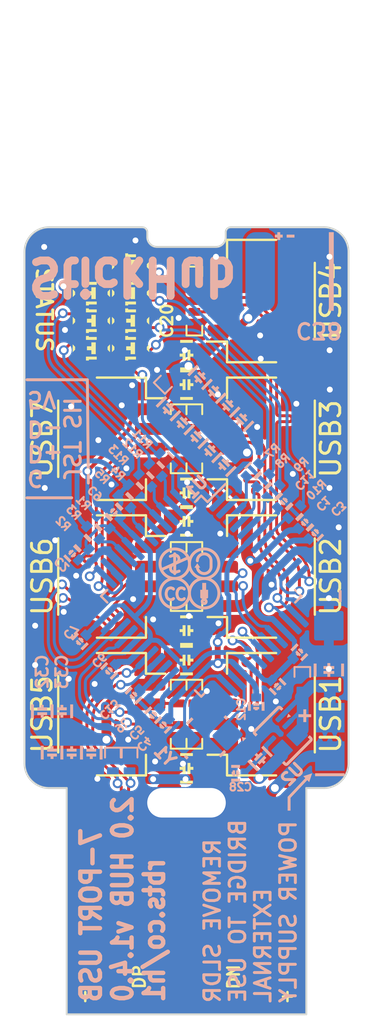
<source format=kicad_pcb>
(kicad_pcb (version 20240108) (generator "pcbnew") (generator_version "8.0")
  (layers (0 "F.Cu" signal) (31 "B.Cu" signal) (34 "B.Paste" user) (35 "F.Paste" user) (36 "B.SilkS" user "B.Silkscreen") (37 "F.SilkS" user "F.Silkscreen") (38 "B.Mask" user) (39 "F.Mask" user) (44 "Edge.Cuts" user))
  (net 0 "")
  (net 1 "GND")
  (net 2 "+5V")
  (net 3 "Net-(U1-VBUS_SENSE)")
  (net 4 "+3.3V")
  (net 5 "+1V8")
  (net 6 "Net-(U2-CAP)")
  (net 7 "Net-(D15-1)")
  (net 8 "Net-(D16-1)")
  (net 9 "Net-(D17-1)")
  (net 10 "Net-(D18-1)")
  (net 11 "Net-(D19-1)")
  (net 12 "Net-(D20-1)")
  (net 13 "Net-(D21-1)")
  (net 14 "Net-(J1-Pin_1)")
  (net 15 "Net-(U1-EXT_RST#)")
  (net 16 "Net-(U1-TEST3#)")
  (net 17 "Net-(U1-TEST1#)")
  (net 18 "Net-(U1-REXT)")
  (net 19 "/U1D-")
  (net 20 "/U1D+")
  (net 21 "/U2D-")
  (net 22 "/U2D+")
  (net 23 "/U3D-")
  (net 24 "/U3D+")
  (net 25 "/U4D-")
  (net 26 "/U4D+")
  (net 27 "/U5D-")
  (net 28 "/U5D+")
  (net 29 "/U6D-")
  (net 30 "/U6D+")
  (net 31 "/U7D-")
  (net 32 "/U7D+")
  (net 33 "/LED1")
  (net 34 "/D-")
  (net 35 "/D+")
  (net 36 "/LED2")
  (net 37 "/LED3")
  (net 38 "/LED4")
  (net 39 "/LED5")
  (net 40 "/LED6")
  (net 41 "/LED7")
  (net 42 "/LC")
  (net 43 "/XO")
  (net 44 "/XI")
  (net 45 "VIN")
  (footprint "footprints:D_0402" (layer "F.Cu") (at 150.4 96.75 -90)
    (property "Reference" "D4" (hide yes))
    (property "Value" "TVS")
  )
  (footprint "Connector_JST:JST_SH_SM04B-SRSS-TB_1x04-1MP_P1.00mm_Horizontal" (layer "F.Cu") (at 146.15 97.75 -90)
    (property "Reference" "J7" (hide yes))
    (property "Value" "USB6")
  )
  (footprint "Connector_JST:JST_SH_SM04B-SRSS-TB_1x04-1MP_P1.00mm_Horizontal" (layer "F.Cu") (at 146.15 90.75 -90)
    (property "Reference" "J8" (hide yes))
    (property "Value" "USB7")
  )
  (footprint "footprints:D_0402" (layer "F.Cu") (at 149.6 105.75 90)
    (property "Reference" "D10" (hide yes))
    (property "Value" "TVS")
  )
  (footprint "Capacitor_SMD:2012_C" (layer "F.Cu") (at 150 93.5 180)
    (property "Reference" "C18" (hide yes))
    (property "Value" "0.1uF 100V")
  )
  (footprint "Capacitor_SMD:2012_C" (layer "F.Cu") (at 150 100.5 180)
    (property "Reference" "C16" (hide yes))
    (property "Value" "0.1uF 100V")
  )
  (footprint "LED_SMD:Duo_LED_1.6x0.8_Kingbright_APHB1608LZGKSURKC" (layer "F.Cu") (at 147.152792 86.15)
    (property "Reference" "D15" (hide yes))
    (property "Value" "USB")
  )
  (footprint "Capacitor_SMD:2012_C" (layer "F.Cu") (at 150 107.5 180)
    (property "Reference" "C14" (hide yes))
    (property "Value" "0.1uF 100V")
  )
  (footprint "footprints:D_0402" (layer "F.Cu") (at 150.4 82.75 -90)
    (property "Reference" "D8" (hide yes))
    (property "Value" "TVS")
  )
  (footprint "footprints:D_0402" (layer "F.Cu") (at 149.6 103.75 -90)
    (property "Reference" "D9" (hide yes))
    (property "Value" "TVS")
  )
  (footprint "LED_SMD:Duo_LED_1.6x0.8_Kingbright_APHB1608LZGKSURKC" (layer "F.Cu") (at 147.152792 84.75)
    (property "Reference" "D16" (hide yes))
    (property "Value" "USB")
  )
  (footprint "footprints:D_0402" (layer "F.Cu") (at 150.4 105.75 90)
    (property "Reference" "D1" (hide yes))
    (property "Value" "TVS")
  )
  (footprint "footprints:D_0402" (layer "F.Cu") (at 150.4 91.75 90)
    (property "Reference" "D5" (hide yes))
    (property "Value" "TVS")
  )
  (footprint "footprints:D_0402" (layer "F.Cu") (at 150.4 98.75 90)
    (property "Reference" "D3" (hide yes))
    (property "Value" "TVS")
  )
  (footprint "Capacitor_SMD:2012_C" (layer "F.Cu") (at 150 102)
    (property "Reference" "C15" (hide yes))
    (property "Value" "0.1uF 100V")
  )
  (footprint "Connector_JST:JST_SH_SM04B-SRSS-TB_1x04-1MP_P1.00mm_Horizontal" (layer "F.Cu") (at 153.85 104.75 90)
    (property "Reference" "J2" (hide yes))
    (property "Value" "USB1")
  )
  (footprint "LED_SMD:Duo_LED_1.6x0.8_Kingbright_APHB1608LZGKSURKC" (layer "F.Cu") (at 145.152792 86.15)
    (property "Reference" "D19" (hide yes))
    (property "Value" "USB")
  )
  (footprint "Connector_JST:JST_SH_SM04B-SRSS-TB_1x04-1MP_P1.00mm_Horizontal" (layer "F.Cu") (at 153.85 83.75 90)
    (property "Reference" "J5" (hide yes))
    (property "Value" "USB4")
  )
  (footprint "Capacitor_SMD:2012_C" (layer "F.Cu") (at 150 86.5 180)
    (property "Reference" "C20")
    (property "Value" "0.1uF 100V")
  )
  (footprint "LED_SMD:Duo_LED_1.6x0.8_Kingbright_APHB1608LZGKSURKC" (layer "F.Cu") (at 145.152792 84.75)
    (property "Reference" "D20" (hide yes))
    (property "Value" "USB")
  )
  (footprint "footprints:D_0402" (layer "F.Cu") (at 150.4 89.75 -90)
    (property "Reference" "D6" (hide yes))
    (property "Value" "TVS")
  )
  (footprint "Connector_USB:USB_A_PCB_traces_small" (layer "F.Cu") (at 150 120 90)
    (property "Reference" "J1" (hide yes))
    (property "Value" "HOST" (hide yes))
  )
  (footprint "Capacitor_SMD:2012_C" (layer "F.Cu") (at 150 94.95)
    (property "Reference" "C17" (hide yes))
    (property "Value" "0.1uF 100V")
  )
  (footprint "footprints:D_0402" (layer "F.Cu") (at 150.4 84.75 90)
    (property "Reference" "D7" (hide yes))
    (property "Value" "TVS")
  )
  (footprint "footprints:D_0402" (layer "F.Cu") (at 149.6 91.75 90)
    (property "Reference" "D14" (hide yes))
    (property "Value" "TVS")
  )
  (footprint "LED_SMD:Duo_LED_1.6x0.8_Kingbright_APHB1608LZGKSURKC" (layer "F.Cu") (at 145.152792 83.35)
    (property "Reference" "D21" (hide yes))
    (property "Value" "USB")
  )
  (footprint "Connector_JST:JST_SH_SM04B-SRSS-TB_1x04-1MP_P1.00mm_Horizontal" (layer "F.Cu") (at 153.85 90.75 90)
    (property "Reference" "J4" (hide yes))
    (property "Value" "USB3")
  )
  (footprint "footprints:D_0402" (layer "F.Cu") (at 149.6 96.75 -90)
    (property "Reference" "D11" (hide yes))
    (property "Value" "TVS")
  )
  (footprint "Connector_JST:JST_SH_SM04B-SRSS-TB_1x04-1MP_P1.00mm_Horizontal" (layer "F.Cu") (at 146.15 104.75 -90)
    (property "Reference" "J6" (hide yes))
    (property "Value" "USB5")
  )
  (footprint "Capacitor_SMD:2012_C" (layer "F.Cu") (at 150 88)
    (property "Reference" "C19" (hide yes))
    (property "Value" "0.1uF 100V")
  )
  (footprint "LED_SMD:Duo_LED_1.6x0.8_Kingbright_APHB1608LZGKSURKC" (layer "F.Cu") (at 147.152792 83.35)
    (property "Reference" "D17" (hide yes))
    (property "Value" "USB")
  )
  (footprint "LED_SMD:Duo_LED_1.6x0.8_Kingbright_APHB1608LZGKSURKC" (layer "F.Cu") (at 147.152792 81.95)
    (property "Reference" "D18" (hide yes))
    (property "Value" "USB")
  )
  (footprint "footprints:D_0402" (layer "F.Cu") (at 150.4 103.75 -90)
    (property "Reference" "D2" (hide yes))
    (property "Value" "TVS")
  )
  (footprint "footprints:D_0402" (layer "F.Cu") (at 149.6 98.75 90)
    (property "Reference" "D12" (hide yes))
    (property "Value" "TVS")
  )
  (footprint "MountingHole:Plain_Hole_3mm" (layer "F.Cu") (at 150 109.25)
    (property "Reference" "H1")
    (property "Value" "Strap")
  )
  (footprint "Connector_JST:JST_SH_SM04B-SRSS-TB_1x04-1MP_P1.00mm_Horizontal" (layer "F.Cu") (at 153.85 97.75 90)
    (property "Reference" "J3" (hide yes))
    (property "Value" "USB2")
  )
  (footprint "footprints:D_0402" (layer "F.Cu") (at 149.6 89.75 -90)
    (property "Reference" "D13" (hide yes))
    (property "Value" "TVS")
  )
  (footprint "Capacitor_SMD:1608_C" (layer "B.Cu") (at 151.392893 88.342893 45)
    (property "Reference" "C36" (hide yes))
    (property "Value" "22uF 10V")
  )
  (footprint "footprints:R_1005_C" (layer "B.Cu") (at 153.37132 92.343146 -135)
    (property "Reference" "R7")
    (property "Value" "470")
  )
  (footprint "Capacitor_SMD:1608_C" (layer "B.Cu") (at 142.65 104.6 90)
    (property "Reference" "C32")
    (property "Value" "22uF 10V")
  )
  (footprint "footprints:D_0402" (layer "B.Cu") (at 146.25 107.2 -90)
    (property "Reference" "D23" (hide yes))
    (property "Value" "TVS")
  )
  (footprint "Capacitor_SMD:1608_C" (layer "B.Cu") (at 150.685786 87.635786 45)
    (property "Reference" "C37" (hide yes))
    (property "Value" "22uF 10V")
  )
  (footprint "Capacitor_SMD:1005_C" (layer "B.Cu") (at 154.96231 93.934136 45)
    (property "Reference" "C11")
    (property "Value" "0.1uF")
  )
  (footprint "footprints:R_1005_C" (layer "B.Cu") (at 147.891242 92.873476 -45)
    (property "Reference" "R13")
    (property "Value" "470")
  )
  (footprint "Package_DFN_QFN:TDFN-8_1.5x2mm_Fused-Lead_JEDEC_MO-252_W2015D" (layer "B.Cu") (at 154.9 105.85 -135)
    (property "Reference" "U2")
    (property "Value" "Dialog_SLG5NT1487V")
  )
  (footprint "SH_Solder_Pads:1P-1.5x1.5" (layer "B.Cu") (at 157.25 100.25)
    (property "Reference" "J9" (hide yes))
    (property "Value" "EXTGND" (hide yes))
  )
  (footprint "footprints:R_1005_C" (layer "B.Cu") (at 147.360912 93.403806 -45)
    (property "Reference" "R4")
    (property "Value" "100k")
  )
  (footprint "Capacitor_SMD:1005_C" (layer "B.Cu") (at 155.75 101.6 45)
    (property "Reference" "C8" (hide yes))
    (property "Value" "0.1uF")
  )
  (footprint "footprints:R_1005_C" (layer "B.Cu") (at 148.951902 91.812816 -45)
    (property "Reference" "R11")
    (property "Value" "470")
  )
  (footprint "Capacitor_SMD:1005_C" (layer "B.Cu") (at 146.05 102.55 -135)
    (property "Reference" "C6")
    (property "Value" "0.1uF")
  )
  (footprint "Capacitor_SMD:1005_C" (layer "B.Cu") (at 144.178932 96.585787 135)
    (property "Reference" "C2")
    (property "Value" "0.1uF")
  )
  (footprint "footprints:R_1005_C" (layer "B.Cu") (at 147.8 104.3 -135)
    (property "Reference" "R6")
    (property "Value" "2.7k")
  )
  (footprint "Capacitor_SMD:1005_C" (layer "B.Cu") (at 148.8 105.3 -135)
    (property "Reference" "C4")
    (property "Value" "10uF 6.3V")
  )
  (footprint "footprints:D_0402" (layer "B.Cu") (at 155.9 103.1 -90)
    (property "Reference" "D24" (hide yes))
    (property "Value" "5V")
  )
  (footprint "Symbol:Creative_Commons_BY_Mask" (layer "B.Cu") (at 150.9 98.6)
    (property "Reference" "LOGO2" (hide yes))
    (property "Value" "Logo" (hide yes))
  )
  (footprint "footprints:D_0402" (layer "B.Cu") (at 149.15 87.65 45)
    (property "Reference" "D25" (hide yes))
    (property "Value" "5V")
  )
  (footprint "footprints:R_1005_C" (layer "B.Cu") (at 155.49264 94.464466 -135)
    (property "Reference" "R10")
    (property "Value" "470")
  )
  (footprint "footprints:R_1005_C" (layer "B.Cu") (at 144.709262 96.055456 135)
    (property "Reference" "R2")
    (property "Value" "100k")
  )
  (footprint "footprints:R_1005_C" (layer "B.Cu") (at 153.90165 92.873476 -135)
    (property "Reference" "R8")
    (property "Value" "470")
  )
  (footprint "Capacitor_SMD:1005_C" (layer "B.Cu") (at 152.5 107.75 180)
    (property "Reference" "C28")
    (property "Value" "15nF")
  )
  (footprint "Capacitor_SMD:1005_C" (layer "B.Cu") (at 156.5533 95.525126 45)
    (property "Reference" "C3")
    (property "Value" "10uF 6.3V")
  )
  (footprint "Capacitor_SMD:1005_C" (layer "B.Cu") (at 148.3 104.8 -135)
    (property "Reference" "C5")
    (property "Value" "0.1uF")
  )
  (footprint "Capacitor_SMD:1608_C" (layer "B.Cu") (at 153.75 107 135)
    (property "Reference" "C22" (hide yes))
    (property "Value" "22uF 10V")
  )
  (footprint "Capacitor_SMD:1608_C" (layer "B.Cu") (at 151.2 91.35 -135)
    (property "Reference" "C26" (hide yes))
    (property "Value" "22uF 10V")
  )
  (footprint "Symbol:Creative_Commons_CC_Mask" (layer "B.Cu") (at 149.4 98.6 180)
    (property "Reference" "LOGO1" (hide yes))
    (property "Value" "Logo" (hide yes))
  )
  (footprint "Symbol:Creative_Commons_NC_Mask" (layer "B.Cu") (at 149.4 97.1)
    (property "Reference" "LOGO3" (hide yes))
    (property "Value" "Logo" (hide yes))
  )
  (footprint "Symbol:Creative_Commons_SA_Mask" (layer "B.Cu") (at 150.9 97.1)
    (property "Reference" "LOGO4" (hide yes))
    (property "Value" "Logo" (hide yes))
  )
  (footprint "Capacitor_SMD:1608_C" (layer "B.Cu") (at 150.492893 90.642893 -135)
    (property "Reference" "C25" (hide yes))
    (property "Value" "22uF 10V")
  )
  (footprint "Crystal:Crystal_4-SMD_2.5x2mm" (layer "B.Cu") (at 150.997487 105.927135 -135)
    (property "Reference" "Y1")
    (property "Value" "12MHz 50ppm 16-20pF" (hide yes))
  )
  (footprint "Capacitor_SMD:1608_C" (layer "B.Cu") (at 152.807107 89.757107 45)
    (property "Reference" "C34" (hide yes))
    (property "Value" "22uF 10V")
  )
  (footprint "Capacitor_SMD:1608_C" (layer "B.Cu") (at 144.15 106.7 -90)
    (property "Reference" "C29" (hide yes))
    (property "Value" "22uF 10V")
  )
  (footprint "footprints:R_1005_C" (layer "B.Cu") (at 148.421572 92.343146 -45)
    (property "Reference" "R12")
    (property "Value" "470")
  )
  (footprint "footprints:D_0402" (layer "B.Cu") (at 147.1 107.2 -90)
    (property "Reference" "D22" (hide yes))
    (property "Value" "TVS")
  )
  (footprint "Package_QFP:LQFP-48_7x7mm_P0.5mm" (layer "B.Cu") (at 150.75 98.75 -135)
    (property "Reference" "U1")
    (property "Value" "MaxLinear_XR22417-48")
  )
  (footprint "SH_Solder_Pads:JP-2_1.5x1.5" (layer "B.Cu") (at 157.25 105.9 90)
    (property "Reference" "JP1" (hide yes))
    (property "Value" "EXTPWR")
  )
  (footprint "footprints:R_1005_C" (layer "B.Cu") (at 145.769922 94.994796 -45)
    (property "Reference" "R1")
    (property "Value" "10k")
  )
  (footprint "footprints:R_1005_C" (layer "B.Cu") (at 154.43198 93.403806 -135)
    (property "Reference" "R9")
    (property "Value" "470")
  )
  (footprint "Capacitor_SMD:1608_C" (layer "B.Cu") (at 149.785785 89.935786 -135)
    (property "Reference" "C24" (hide yes))
    (property "Value" "22uF 10V")
  )
  (footprint "Capacitor_SMD:1608_C" (layer "B.Cu") (at 152.1 89.05 45)
    (property "Reference" "C35" (hide yes))
    (property "Value" "22uF 10V")
  )
  (footprint "Capacitor_SMD:CP_Elec_6.3x11_Board_Edge_Mirrored" (layer "B.Cu") (at 155 80 180)
    (property "Reference" "C38")
    (property "Value" "330uF 10V")
  )
  (footprint "Capacitor_SMD:1005_C" (layer "B.Cu") (at 144.562816 101.048097 -135)
    (property "Reference" "C7")
    (property "Value" "0.1uF")
  )
  (footprint "Capacitor_SMD:1005_C" (layer "B.Cu") (at 156.02297 94.994796 45)
    (property "Reference" "C1")
    (property "Value" "1uF 10V")
  )
  (footprint "Capacitor_SMD:1005_C" (layer "B.Cu") (at 146.300252 94.464466 135)
    (property "Reference" "C9")
    (property "Value" "0.1uF")
  )
  (footprint "Capacitor_SMD:1005_C" (layer "B.Cu") (at 147.3 103.8 -135)
    (property "Reference" "C13")
    (property "Value" "0.1uF")
  )
  (footprint "Capacitor_SMD:1005_C" (layer "B.Cu") (at 154.639086 103.346194 -45)
    (property "Reference" "C10" (hide yes))
    (property "Value" "0.1uF")
  )
  (footprint "Capacitor_SMD:1608_C" (layer "B.Cu") (at 143.15 106.7 -90)
    (property "Reference" "C31" (hide yes))
    (property "Value" "22uF 10V")
  )
  (footprint "Capacitor_SMD:1005_C" (layer "B.Cu") (at 153.55 104.35 -90)
    (property "Reference" "C12")
    (property "Value" "0.1uF")
  )
  (footprint "footprints:R_1005_C" (layer "B.Cu") (at 146.830582 93.934136 -45)
    (property "Reference" "R5")
    (property "Value" "100k")
  )
  (footprint "Capacitor_SMD:1608_C" (layer "B.Cu") (at 143.65 104.6 90)
    (property "Reference" "C33")
    (property "Value" "22uF 10V")
  )
  (footprint "Capacitor_SMD:1608_C" (layer "B.Cu") (at 145.15 106.7 -90)
    (property "Reference" "C30" (hide yes))
    (property "Value" "22uF 10V")
  )
  (footprint "footprints:R_1005_C" (layer "B.Cu") (at 145.239592 95.525126 -45)
    (property "Reference" "R3")
    (property "Value" "100k")
  )
  (footprint "Capacitor_SMD:1608_C" (layer "B.Cu") (at 151.907106 92.057107 -135)
    (property "Reference" "C27" (hide yes))
    (property "Value" "22uF 10V")
  )
  (footprint "Capacitor_SMD:1608_C" (layer "B.Cu") (at 149.078679 89.22868 -135)
    (property "Reference" "C23" (hide yes))
    (property "Value" "22uF 10V")
  )
  (footprint "Capacitor_SMD:2012_C" (layer "B.Cu") (at 157.25 102.5 90)
    (property "Reference" "C21" (hide yes))
    (property "Value" "0.1uF 100V")
  )
  (gr_line (start 144.95 87.75) (end 145 93) (stroke (width 0.15)) (layer "B.SilkS"))
  (gr_line (start 141.875 87.75) (end 144.95 87.75) (stroke (width 0.15)) (layer "B.SilkS"))
  (gr_line (start 144.15 93.75) (end 141.875 93.75) (stroke (width 0.15)) (layer "B.SilkS"))
  (gr_poly (pts (xy 156.25 108.2) (xy 156.15 108.1) (xy 155.3 109) (xy 155.3 109.65) (xy 155.15 109.65) (xy 155.15 108.95) (xy 156.05 108) (xy 155.95 107.9) (xy 156.4 107.75)) (fill solid) (layer "B.SilkS"))
  (gr_poly (pts (xy 157.9 99.05) (xy 157.75 99.05) (xy 157.75 98.45) (xy 157.9 98.45)) (fill solid) (layer "B.SilkS"))
  (gr_poly (pts (xy 156.1 104.75) (xy 156.35 104.75) (xy 156.35 104.9) (xy 156.1 104.9) (xy 156.1 105.15) (xy 155.95 105.15) (xy 155.95 104.9) (xy 155.7 104.9) (xy 155.7 104.75) (xy 155.95 104.75) (xy 155.95 104.5) (xy 156.1 104.5)) (fill solid) (layer "B.SilkS"))
  (gr_line (start 152.25 80) (end 157 80) (stroke (width 0.1)) (layer "Edge.Cuts"))
  (gr_line (start 148.5 81) (end 151.5 81) (stroke (width 0.1)) (layer "Edge.Cuts"))
  (gr_line (start 157 108.5) (end 156.1 108.5) (stroke (width 0.1)) (layer "Edge.Cuts"))
  (gr_line (start 141.75 107.25) (end 141.75 81.25) (stroke (width 0.1)) (layer "Edge.Cuts"))
  (gr_line (start 156.1 120) (end 156.1 108.5) (stroke (width 0.1)) (layer "Edge.Cuts"))
  (gr_line (start 148 80.25) (end 148 80.5) (stroke (width 0.1)) (layer "Edge.Cuts"))
  (gr_arc (start 152 80.25) (mid 152.073223 80.073223) (end 152.25 80) (stroke (width 0.1)) (layer "Edge.Cuts"))
  (gr_line (start 143.9 120) (end 143.9 108.5) (stroke (width 0.1)) (layer "Edge.Cuts"))
  (gr_arc (start 141.75 81.25) (mid 142.116117 80.366117) (end 143 80) (stroke (width 0.1)) (layer "Edge.Cuts"))
  (gr_arc (start 147.75 80) (mid 147.926777 80.073223) (end 148 80.25) (stroke (width 0.1)) (layer "Edge.Cuts"))
  (gr_arc (start 143 108.5) (mid 142.116117 108.133883) (end 141.75 107.25) (stroke (width 0.1)) (layer "Edge.Cuts"))
  (gr_line (start 143.9 120) (end 156.1 120) (stroke (width 0.1)) (layer "Edge.Cuts"))
  (gr_line (start 158.25 81.25) (end 158.25 107.25) (stroke (width 0.1)) (layer "Edge.Cuts"))
  (gr_line (start 143 80) (end 147.75 80) (stroke (width 0.1)) (layer "Edge.Cuts"))
  (gr_arc (start 158.25 107.25) (mid 157.883883 108.133883) (end 157 108.5) (stroke (width 0.1)) (layer "Edge.Cuts"))
  (gr_arc (start 157 80) (mid 157.883883 80.366117) (end 158.25 81.25) (stroke (width 0.1)) (layer "Edge.Cuts"))
  (gr_arc (start 148.5 81) (mid 148.146447 80.853553) (end 148 80.5) (stroke (width 0.1)) (layer "Edge.Cuts"))
  (gr_line (start 143.9 108.5) (end 143 108.5) (stroke (width 0.1)) (layer "Edge.Cuts"))
  (gr_arc (start 152 80.5) (mid 151.853553 80.853553) (end 151.5 81) (stroke (width 0.1)) (layer "Edge.Cuts"))
  (gr_line (start 152 80.5) (end 152 80.25) (stroke (width 0.1)) (layer "Edge.Cuts"))
  (gr_text "G" (at 141.8 92.75 180) (layer "B.SilkS") (effects (font (size 0.8 0.8)) (justify left mirror)))
  (gr_text "D-" (at 141.8 90.25 180) (layer "B.SilkS") (effects (font (size 0.8 0.8)) (justify left mirror)))
  (gr_text "JST SH" (at 144.15 90.75 270) (layer "B.SilkS") (effects (font (size 0.8 0.8)) (justify mirror)))
  (gr_text "StickHub" (at 147.25 82.5 180) (layer "B.SilkS") (effects (font (size 1.8 1.6) (thickness 0.4)) (justify mirror)))
  (gr_text "D+" (at 141.8 91.5 180) (layer "B.SilkS") (effects (font (size 0.8 0.8)) (justify left mirror)))
  (gr_text "5V" (at 141.8 88.75 180) (layer "B.SilkS") (effects (font (size 0.8 0.8)) (justify left mirror)))
  (gr_text "REMOVE SLDR\nBRIDGE TO USE\nEXTERNAL\nPOWER SUPPLY" (at 153.25 119.5 90) (layer "B.SilkS") (effects (font (size 0.8 0.8)) (justify right mirror)))
  (gr_text "7-PORT USB\n2.0 HUB v1.4.0\nrbts.co/h1" (at 146.75 119.5 90) (layer "B.SilkS") (effects (font (size 1 0.9) (thickness 0.225)) (justify right mirror)))
  (gr_text "STATUS" (at 142.75 84.2 270) (layer "F.SilkS") (effects (font (size 0.8 0.8))))
  (segment (start 143.69 85.34) (end 143.81 85.22) (width 0.15) (layer "F.Cu") (net 1))
  (segment (start 145.46 108.03) (end 144.755 108.03) (width 0.6) (layer "F.Cu") (net 1))
  (segment (start 149.5 89.265) (end 150.5 89.265) (width 0.25) (layer "F.Cu") (net 1))
  (segment (start 155.875 94.95) (end 157.45 94.95) (width 0.4) (layer "F.Cu") (net 1))
  (segment (start 155.875 93.55) (end 156.175 93.25) (width 0.4) (layer "F.Cu") (net 1))
  (segment (start 153.78 86.68) (end 153.78 85.53) (width 0.15) (layer "F.Cu") (net 1))
  (segment (start 150.5 92.235) (end 150.03 92.705) (width 0.4) (layer "F.Cu") (net 1))
  (segment (start 142.25 85.34) (end 143.69 85.34) (width 0.15) (layer "F.Cu") (net 1))
  (segment (start 151.85 95.7) (end 151.72 95.57) (width 0.25) (layer "F.Cu") (net 1))
  (segment (start 143.041636 100.25) (end 142.29 100.25) (width 0.4) (layer "F.Cu") (net 1))
  (segment (start 144.125 87.95) (end 142.45 87.95) (width 0.4) (layer "F.Cu") (net 1))
  (segment (start 150.825 88) (end 150.825 88.075) (width 0.5) (layer "F.Cu") (net 1))
  (segment (start 148.3 92.55) (end 148 92.25) (width 0.4) (layer "F.Cu") (net 1))
  (segment (start 143.31 96.64) (end 143.31 95.91) (width 0.15) (layer "F.Cu") (net 1))
  (segment (start 152 82.25) (end 154.575 82.25) (width 0.15) (layer "F.Cu") (net 1))
  (segment (start 150.5 92.235) (end 149.5 92.235) (width 0.25) (layer "F.Cu") (net 1))
  (segment (start 148.5 87.638006) (end 148.5 87.25) (width 0.4) (layer "F.Cu") (net 1))
  (segment (start 156.175 93.25) (end 157.28 93.25) (width 0.4) (layer "F.Cu") (net 1))
  (segment (start 150.5 89.265) (end 151.985 89.265) (width 0.25) (layer "F.Cu") (net 1))
  (segment (start 149.94999 84.653056) (end 149.86999 84.573056) (width 0.15) (layer "F.Cu") (net 1))
  (segment (start 148 99.25) (end 149.616884 99.25) (width 0.4) (layer "F.Cu") (net 1))
  (segment (start 148 106.25) (end 147.24 106.25) (width 0.25) (layer "F.Cu") (net 1))
  (segment (start 149.5 92.235) (end 148.015 92.235) (width 0.25) (layer "F.Cu") (net 1))
  (segment (start 142.25 85.34) (end 142.25 81.5) (width 0.4) (layer "F.Cu") (net 1))
  (segment (start 144.755 108.03) (end 144.275 107.55) (width 0.6) (layer "F.Cu") (net 1))
  (segment (start 147.24 106.25) (end 147.03 106.04) (width 0.25) (layer "F.Cu") (net 1))
  (segment (start 150.195 95.58) (end 150.825 94.95) (width 0.5) (layer "F.Cu") (net 1))
  (segment (start 149.86999 82.926944) (end 149.94999 82.846944) (width 0.15) (layer "F.Cu") (net 1))
  (segment (start 152 89.25) (end 152.420453 89.25) (width 0.4) (layer "F.Cu") (net 1))
  (segment (start 152 103.25) (end 150.515 103.25) (width 0.4) (layer "F.Cu") (net 1))
  (segment (start 150.5 96.265) (end 150.5 96.02) (width 0.4) (layer "F.Cu") (net 1))
  (segment (start 147.300003 88.100003) (end 148.038003 88.100003) (width 0.4) (layer "F.Cu") (net 1))
  (segment (start 148.015 106.235) (end 148 106.25) (width 0.4) (layer "F.Cu") (net 1))
  (segment (start 144 102.95) (end 142.99 102.95) (width 0.4) (layer "F.Cu") (net 1))
  (segment (start 143.31 95.765) (end 144.125 94.95) (width 0.25) (layer "F.Cu") (net 1))
  (segment (start 148.038003 88.100003) (end 148.5 87.638006) (width 0.4) (layer "F.Cu") (net 1))
  (segment (start 150.5 82.265) (end 151.985 82.265) (width 0.15) (layer "F.Cu") (net 1))
  (segment (start 145.32 103.21) (end 144.26 103.21) (width 0.4) (layer "F.Cu") (net 1))
  (segment (start 155.875 100.55) (end 156.57 100.55) (width 0.25) (layer "F.Cu") (net 1))
  (segment (start 144.125 89.115) (end 144.12 89.11) (width 0.25) (layer "F.Cu") (net 1))
  (segment (start 150.5 103.265) (end 150.57 103.195) (width 0.4) (layer "F.Cu") (net 1))
  (segment (start 146.938761 92.25) (end 146.180031 93.00873) (width 0.25) (layer "F.Cu") (net 1))
  (segment (start 149.616884 99.25) (end 150.124571 99.757687) (width 0.4) (layer "F.Cu") (net 1))
  (segment (start 144.125 89.105) (end 144.12 89.11) (width 0.4) (layer "F.Cu") (net 1))
  (segment (start 144.125 94.95) (end 144.125 93.55) (width 0.25) (layer "F.Cu") (net 1))
  (segment (start 149.86999 84.573056) (end 149.86999 84.026944) (width 0.15) (layer "F.Cu") (net 1))
  (segment (start 142.45 87.95) (end 142.25 87.75) (width 0.4) (layer "F.Cu") (net 1))
  (segment (start 148 99.25) (end 147.63 99.25) (width 0.25) (layer "F.Cu") (net 1))
  (segment (start 150.03 92.705) (end 150.03 92.96) (width 0.4) (layer "F.Cu") (net 1))
  (segment (start 143.31 95.91) (end 143.31 95.765) (width 0.25) (layer "F.Cu") (net 1))
  (segment (start 157 87.95) (end 157.3 88.25) (width 0.4) (layer "F.Cu") (net 1))
  (segment (start 149.86999 84.026944) (end 149.85 84.006954) (width 0.15) (layer "F.Cu") (net 1))
  (segment (start 145.75 114.71) (end 145.75 108.5) (width 0.6) (layer "F.Cu") (net 1))
  (segment (start 144.125 107.55) (end 144.8 107.55) (width 0.4) (layer "F.Cu") (net 1))
  (segment (start 144.125 107.55) (end 144.98 107.55) (width 0.15) (layer "F.Cu") (net 1))
  (segment (start 145.75 108.32) (end 145.46 108.03) (width 0.6) (layer "F.Cu") (net 1))
  (segment (start 151.985 82.265) (end 152 82.25) (width 0.15) (layer "F.Cu") (net 1))
  (segment (start 151.835 96.265) (end 151.85 96.25) (width 0.25) (layer "F.Cu") (net 1))
  (segment (start 144.125 87.95) (end 147.15 87.95) (width 0.15) (layer "F.Cu") (net 1))
  (segment (start 144.98 107.55) (end 145.46 108.03) (width 0.15) (layer "F.Cu") (net 1))
  (segment (start 154.575 82.25) (end 155.875 80.95) (width 0.15) (layer "F.Cu") (net 1))
  (segment (start 151.985 103.265) (end 152 103.25) (width 0.4) (layer "F.Cu") (net 1))
  (segment (start 156.57 100.55) (end 157.8 99.32) (width 0.25) (layer "F.Cu") (net 1))
  (segment (start 149.94999 82.81501) (end 150.5 82.265) (width 0.15) (layer "F.Cu") (net 1))
  (segment (start 155.725 101.95) (end 156.75 101.95) (width 0.25) (layer "F.Cu") (net 1))
  (segment (start 150.515 103.25) (end 150.5 103.265) (width 0.4) (layer "F.Cu") (net 1))
  (segment (start 150.5 96.02) (end 150.06 95.58) (width 0.4) (layer "F.Cu") (net 1))
  (segment (start 157.8 99.32) (end 157.8 96.875) (width 0.25) (layer "F.Cu") (net 1))
  (segment (start 146.19 115.15) (end 145.75 114.71) (width 0.6) (layer "F.Cu") (net 1))
  (segment (start 150.5 96.265) (end 151.835 96.265) (width 0.25) (layer "F.Cu") (net 1))
  (segment (start 149.911324 85.823676) (end 149.911324 86.248711) (width 0.4) (layer "F.Cu") (net 1))
  (segment (start 142.25 87.75) (end 142.25 85.34) (width 0.4) (layer "F.Cu") (net 1))
  (segment (start 149.86999 83.473056) (end 149.86999 82.926944) (width 0.15) (layer "F.Cu") (net 1))
  (segment (start 142.99 102.95) (end 142.29 102.25) (width 0.4) (layer "F.Cu") (net 1))
  (segment (start 149.5 106.235) (end 148.015 106.235) (width 0.4) (layer "F.Cu") (net 1))
  (segment (start 156.73 80.95) (end 157.28 81.5) (width 0.4) (layer "F.Cu") (net 1))
  (segment (start 144.38 97.71) (end 143.31 96.64) (width 0.15) (layer "F.Cu") (net 1))
  (segment (start 153.78 85.53) (end 153.75 85.5) (width 0.15) (layer "F.Cu") (net 1))
  (segment (start 155.59501 88.22999) (end 155.59501 88.97) (width 0.15) (layer "F.Cu") (net 1))
  (segment (start 144.26 103.21) (end 144 102.95) (width 0.4) (layer "F.Cu") (net 1))
  (segment (start 149.85 83.493046) (end 149.86999 83.473056) (width 0.15) (layer "F.Cu") (net 1))
  (segment (start 144.125 93.55) (end 144.125 89.115) (width 0.25) (layer "F.Cu") (net 1))
  (segment (start 157.8 96.875) (end 155.875 94.95) (width 0.25) (layer "F.Cu") (net 1))
  (segment (start 144.8 107.55) (end 145.65 108.4) (width 0.4) (layer "F.Cu") (net 1))
  (segment (start 144.125 93.55) (end 143.08 93.55) (width 0.4) (layer "F.Cu") (net 1))
  (segment (start 150.825 88.075) (end 149.6 89.3) (width 0.5) (layer "F.Cu") (net 1))
  (segment (start 155.875 86.55) (end 155.875 87.95) (width 0.25) (layer "F.Cu") (net 1))
  (segment (start 151.5 81.5) (end 151.83 81.5) (width 0.4) (layer "F.Cu") (net 1))
  (segment (start 144.12 89.11) (end 144.12 89.43) (width 0.15) (layer "F.Cu") (net 1))
  (segment (start 148.015 92.235) (end 148 92.25) (width 0.25) (layer "F.Cu") (net 1))
  (segment (start 150.19 85.2) (end 149.6 84.61) (width 0.15) (layer "F.Cu") (net 1))
  (segment (start 149.5 96.25) (end 150.485 96.25) (width 0.15) (layer "F.Cu") (net 1))
  (segment (start 151.85 88.75) (end 151.6 88.5) (width 0.15) (layer "F.Cu") (net 1))
  (segment (start 155.875 93.55) (end 155.875 94.95) (width 0.25) (layer "F.Cu") (net 1))
  (segment (start 151.83 81.5) (end 152.38 80.95) (width 0.4) (layer "F.Cu") (net 1))
  (segment (start 144.125 87.95) (end 144.125 89.105) (width 0.4) (layer "F.Cu") (net 1))
  (segment (start 156.75 101.95) (end 157.25 102.45) (width 0.25) (layer "F.Cu") (net 1))
  (segment (start 150.5 85.235) (end 149.94999 84.68499) (width 0.15) (layer "F.Cu") (net 1))
  (segment (start 155.414117 93.089117) (end 155.414117 92.535883) (width 0.4) (layer "F.Cu") (net 1))
  (segment (start 145.75 108.5) (end 145.75 108.32) (width 0.6) (layer "F.Cu") (net 1))
  (segment (start 143.08 93.55) (end 142.78 93.25) (width 0.4) (layer "F.Cu") (net 1))
  (segment (start 149.94999 82.846944) (end 149.94999 82.81501) (width 0.15) (layer "F.Cu") (net 1))
  (segment (start 148 92.25) (end 146.938761 92.25) (width 0.15) (layer "F.Cu") (net 1))
  (segment (start 155.875 80.95) (end 152.38 80.95) (width 0.4) (layer "F.Cu") (net 1))
  (segment (start 155.875 93.55) (end 155.414117 93.089117) (width 0.4) (layer "F.Cu") (net 1))
  (segment (start 149.5 103.265) (end 150.5 103.265) (width 0.4) (layer "F.Cu") (net 1))
  (segment (start 155.875 100.55) (end 155.875 101.95) (width 0.25) (layer "F.Cu") (net 1))
  (segment (start 147.23 88.03) (end 147.300003 88.100003) (width 0.4) (layer "F.Cu") (net 1))
  (segment (start 149.175 107.5) (end 148.75 107.5) (width 0.4) (layer "F.Cu") (net 1))
  (segment (start 155.875 80.95) (end 155.875 86.55) (width 0.25) (layer "F.Cu") (net 1))
  (segment (start 151.85 89.25) (end 151.85 88.75) (width 0.15) (layer "F.Cu") (net 1))
  (segment (start 142.25 81.5) (end 142.75 81) (width 0.4) (layer "F.Cu") (net 1))
  (segment (start 146.180031 93.00873) (end 146.180031 93.072237) (width 0.25) (layer "F.Cu") (net 1))
  (segment (start 155.875 86.55) (end 156.175 86.25) (width 0.4) (layer "F.Cu") (net 1))
  (segment (start 150.5 85.235) (end 149.911324 85.823676) (width 0.4) (layer "F.Cu") (net 1))
  (segment (start 149.85 84.006954) (end 149.85 83.493046) (width 0.15) (layer "F.Cu") (net 1))
  (segment (start 150.5 106.235) (end 149.5 106.235) (width 0.4) (layer "F.Cu") (net 1))
  (segment (start 155.875 87.95) (end 157 87.95) (width 0.4) (layer "F.Cu") (net 1))
  (segment (start 151.85 96.25) (end 151.85 95.7) (width 0.25) (layer "F.Cu") (net 1))
  (segment (start 144.12 89.43) (end 145.51 90.82) (width 0.15) (layer "F.Cu") (net 1))
  (segment (start 150.485 96.25) (end 150.5 96.265) (width 0.15) (layer "F.Cu") (net 1))
  (segment (start 152.7 89.25) (end 153.6 90.15) (width 0.4) (layer "F.Cu") (net 1))
  (segment (start 148.75 107.5) (end 148.4 107.15) (width 0.4) (layer "F.Cu") (net 1))
  (segment (start 143.74501 99.546626) (end 143.041636 100.25) (width 0.4) (layer "F.Cu") (net 1))
  (segment (start 156.175 86.25) (end 157.29 86.25) (width 0.4) (layer "F.Cu") (net 1))
  (segment (start 151.85 89.25) (end 152.7 89.25) (width 0.4) (layer "F.Cu") (net 1))
  (segment (start 150.06 95.58) (end 150.195 95.58) (width 0.5) (layer "F.Cu") (net 1))
  (segment (start 151.985 89.265) (end 152 89.25) (width 0.25) (layer "F.Cu") (net 1))
  (segment (start 155.875 80.95) (end 156.73 80.95) (width 0.4) (layer "F.Cu") (net 1))
  (segment (start 157.45 94.95) (end 157.75 95.25) (width 0.4) (layer "F.Cu") (net 1))
  (segment (start 147.63 99.25) (end 147.28 98.9) (width 0.25) (layer "F.Cu") (net 1))
  (segment (start 151.7 88.95) (end 152 89.25) (width 0.4) (layer "F.Cu") (net 1))
  (segment (start 155.875 87.95) (end 155.59501 88.22999) (width 0.15) (layer "F.Cu") (net 1))
  (segment (start 150.4 85.2) (end 150.19 85.2) (width 0.15) (layer "F.Cu") (net 1))
  (segment (start 147.15 87.95) (end 147.23 88.03) (width 0.15) (layer "F.Cu") (net 1))
  (segment (start 149.94999 84.68499) (end 149.94999 84.653056) (width 0.15) (layer "F.Cu") (net 1))
  (via (at 157.25 102.45) (size 0.5) (drill 0.3) (layers "F.Cu" "B.Cu") (net 1))
  (via (at 151.5 81.5) (size 0.5) (drill 0.3) (layers "F.Cu" "B.Cu") (net 1))
  (via (at 142.78 93.25) (size 0.5) (drill 0.3) (layers "F.Cu" "B.Cu") (net 1))
  (via (at 150.124571 99.757687) (size 0.5) (drill 0.3) (layers "F.Cu" "B.Cu") (net 1))
  (via (at 146.180031 93.072237) (size 0.5) (drill 0.3) (layers "F.Cu" "B.Cu") (net 1))
  (via (at 157.3 88.25) (size 0.5) (drill 0.3) (layers "F.Cu" "B.Cu") (net 1))
  (via (at 142.29 100.25) (size 0.5) (drill 0.3) (layers "F.Cu" "B.Cu") (net 1))
  (via (at 142.75 81) (size 0.5) (drill 0.3) (layers "F.Cu" "B.Cu") (net 1))
  (via (at 150.03 92.96) (size 0.5) (drill 0.3) (layers "F.Cu" "B.Cu") (net 1))
  (via (at 148.3 99.93) (size 0.5) (drill 0.3) (layers "F.Cu" "B.Cu") (net 1))
  (via (at 157.25 98.85) (size 0.5) (drill 0.3) (layers "F.Cu" "B.Cu") (net 1))
  (via (at 148.4 107.15) (size 0.5) (drill 0.3) (layers "F.Cu" "B.Cu") (net 1))
  (via (at 147.23 88.03) (size 0.5) (drill 0.3) (layers "F.Cu" "B.Cu") (net 1))
  (via (at 157.28 81.5) (size 0.5) (drill 0.3) (layers "F.Cu" "B.Cu") (net 1))
  (via (at 149.819271 107.261475) (size 0.5) (drill 0.3) (layers "F.Cu" "B.Cu") (net 1))
  (via (at 157.29 86.25) (size 0.5) (drill 0.3) (layers "F.Cu" "B.Cu") (net 1))
  (via (at 153.78 86.68) (size 0.5) (drill 0.3) (layers "F.Cu" "B.Cu") (net 1))
  (via (at 143.31 95.91) (size 0.5) (drill 0.3) (layers "F.Cu" "B.Cu") (net 1))
  (via (at 147.03 106.04) (size 0.5) (drill 0.3) (layers "F.Cu" "B.Cu") (net 1))
  (via (at 147.28 98.9) (size 0.5) (drill 0.3) (layers "F.Cu" "B.Cu") (net 1))
  (via (at 157.28 93.25) (size 0.5) (drill 0.3) (layers "F.Cu" "B.Cu") (net 1))
  (via (at 142.29 102.25) (size 0.5) (drill 0.3) (layers "F.Cu" "B.Cu") (net 1))
  (via (at 151.72 95.57) (size 0.5) (drill 0.3) (layers "F.Cu" "B.Cu") (net 1))
  (via (at 155.414117 92.535883) (size 0.5) (drill 0.3) (layers "F.Cu" "B.Cu") (net 1))
  (via (at 151.034229 103.573736) (size 0.5) (drill 0.3) (layers "F.Cu" "B.Cu") (net 1))
  (via (at 146.7 89.05) (size 0.5) (drill 0.3) (layers "F.Cu" "B.Cu") (net 1))
  (via (at 148.5 87.25) (size 0.5) (drill 0.3) (layers "F.Cu" "B.Cu") (net 1))
  (via (at 153.3 105.5) (size 0.5) (drill 0.3) (layers "F.Cu" "B.Cu") (net 1))
  (via (at 154.331365 98.163517) (size 0.5) (drill 0.3) (layers "F.Cu" "B.Cu") (net 1))
  (via (at 150.06 95.58) (size 0.5) (drill 0.3) (layers "F.Cu" "B.Cu") (net 1))
  (via (at 143.81 85.22) (size 0.5) (drill 0.3) (layers "F.Cu" "B.Cu") (net 1))
  (via (at 157.75 95.25) (size 0.5) (drill 0.3) (layers "F.Cu" "B.Cu") (net 1))
  (via (at 153.75 85.5) (size 0.5) (drill 0.3) (layers "F.Cu" "B.Cu") (net 1))
  (via (at 143.74501 99.546626) (size 0.5) (drill 0.3) (layers "F.Cu" "B.Cu") (net 1))
  (via (at 153.6 90.15) (size 0.5) (drill 0.3) (layers "F.Cu" "B.Cu") (net 1))
  (via (at 151.629053 100.129053) (size 0.5) (drill 0.3) (layers "F.Cu" "B.Cu") (net 1))
  (via (at 147.4 80.67) (size 0.5) (drill 0.3) (layers "F.Cu" "B.Cu") (net 1))
  (via (at 144.12 89.11) (size 0.5) (drill 0.3) (layers "F.Cu" "B.Cu") (net 1))
  (via (at 144 102.95) (size 0.5) (drill 0.3) (layers "F.Cu" "B.Cu") (net 1))
  (via (at 145.46 108.03) (size 0.5) (drill 0.3) (layers "F.Cu" "B.Cu") (net 1))
  (via (at 144.38 97.71) (size 0.5) (drill 0.3) (layers "F.Cu" "B.Cu") (net 1))
  (via (at 154.55 104.1) (size 0.5) (drill 0.3) (layers "F.Cu" "B.Cu") (net 1))
  (via (at 149.911324 86.248711) (size 0.5) (drill 0.3) (layers "F.Cu" "B.Cu") (net 1))
  (via (at 146.938761 92.25) (size 0.5) (drill 0.3) (layers "F.Cu" "B.Cu") (net 1))
  (via (at 155.59501 88.97) (size 0.5) (drill 0.3) (layers "F.Cu" "B.Cu") (net 1))
  (via (at 145.32 103.21) (size 0.5) (drill 0.3) (layers "F.Cu" "B.Cu") (net 1))
  (via (at 145.51 90.82) (size 0.5) (drill 0.3) (layers "F.Cu" "B.Cu") (net 1))
  (via (at 151.6 88.5) (size 0.5) (drill 0.3) (layers "F.Cu" "B.Cu") (net 1))
  (via (at 149.6 84.61) (size 0.5) (drill 0.3) (layers "F.Cu" "B.Cu") (net 1))
  (segment (start 147.23 88.52) (end 146.7 89.05) (width 0.25) (layer "B.Cu") (net 1))
  (segment (start 157.25 102.45) (end 157.25 101.675) (width 0.25) (layer "B.Cu") (net 1))
  (segment (start 142.78 95.38) (end 142.78 93.25) (width 0.4) (layer "B.Cu") (net 1))
  (segment (start 144.244618 101.366295) (end 143.74501 100.866687) (width 0.4) (layer "B.Cu") (net 1))
  (segment (start 157.3 93.23) (end 157.28 93.25) (width 0.4) (layer "B.Cu") (net 1))
  (segment (start 148.472313 99.757687) (end 148.3 99.93) (width 0.25) (layer "B.Cu") (net 1))
  (segment (start 153.927728 105.761612) (end 153.55 105.383884) (width 0.25) (layer "B.Cu") (net 1))
  (segment (start 153.927728 105.761612) (end 153.927728 105.867678) (width 0.25) (layer "B.Cu") (net 1))
  (segment (start 151.103553 103.64306) (end 151.034229 103.573736) (width 0.4) (layer "B.Cu") (net 1))
  (segment (start 151.103553 104.831119) (end 151.103553 103.64306) (width 0.4) (layer "B.Cu") (net 1))
  (segment (start 155.59501 88.49501) (end 153.78 86.68) (width 0.15) (layer "B.Cu") (net 1))
  (segment (start 150.124571 99.757687) (end 151.257687 99.757687) (width 0.4) (layer "B.Cu") (net 1))
  (segment (start 147.28 97.754874) (end 147.28 98.9) (width 0.25) (layer "B.Cu") (net 1))
  (segment (start 154.957284 103.692716) (end 154.55 104.1) (width 0.25) (layer "B.Cu") (net 1))
  (segment (start 157.25 101.675) (end 157.25 100.25) (width 0.3) (layer "B.Cu") (net 1))
  (segment (start 147.780152 104.901829) (end 147.78015 104.901829) (width 0.4) (layer "B.Cu") (net 1))
  (segment (start 142.29 102.25) (end 142.29 100.25) (width 0.4) (layer "B.Cu") (net 1))
  (segment (start 157.29 86.25) (end 157.28 86.24) (width 0.4) (layer "B.Cu") (net 1))
  (segment (start 155.9 102.65) (end 156.068198 102.481802) (width 0.3) (layer "B.Cu") (net 1))
  (segment (start 145.837097 94.001311) (end 145.837097 93.415171) (width 0.25) (layer "B.Cu") (net 1))
  (segment (start 143.31 95.91) (end 142.78 95.38) (width 0.4) (layer "B.Cu") (net 1))
  (segment (start 152.05 107.75) (end 152.05 107.745406) (width 0.25) (layer "B.Cu") (net 1))
  (segment (start 143.74501 100.866687) (end 143.74501 99.546626) (width 0.4) (layer "B.Cu") (net 1))
  (segment (start 150.891421 107.023151) (end 151.433151 107.023151) (width 0.25) (layer "B.Cu") (net 1))
  (segment (start 143.667589 96.267589) (end 143.31 95.91) (width 0.25) (layer "B.Cu") (net 1))
  (segment (start 154.957284 103.664392) (end 154.957284 103.692716) (width 0.25) (layer "B.Cu") (net 1))
  (segment (start 150.463622 107.45095) (end 148.44095 107.45095) (width 0.25) (layer "B.Cu") (net 1))
  (segment (start 153.272703 105.527297) (end 153.3 105.5) (width 0.5) (layer "B.Cu") (net 1))
  (segment (start 148.510034 87.25) (end 148.5 87.25) (width 0.4) (layer "B.Cu") (net 1))
  (segment (start 156.068198 102.481802) (end 156.068198 101.281802) (width 0.3) (layer "B.Cu") (net 1))
  (segment (start 142.75 81) (end 147.07 81) (width 0.15) (layer "B.Cu") (net 1))
  (segment (start 157.3 88.25) (end 157.3 93.23) (width 0.4) (layer "B.Cu") (net 1))
  (segment (start 155.42 88.98) (end 155.43 88.97) (width 0.15) (layer "B.Cu") (net 1))
  (segment (start 153.927728 105.867678) (end 153.272703 106.522703) (width 0.25) (layer "B.Cu") (net 1))
  (segment (start 153.272703 106.522703) (end 153.272703 105.527297) (width 0.5) (layer "B.Cu") (net 1))
  (segment (start 150.124571 99.757687) (end 148.472313 99.757687) (width 0.25) (layer "B.Cu") (net 1))
  (segment (start 151.323151 107.023151) (end 152.05 107.75) (width 0.25) (layer "B.Cu") (net 1))
  (segment (start 150.891421 107.023151) (end 150.463622 107.45095) (width 0.25) (layer "B.Cu") (net 1))
  (segment (start 147.637841 105.432159) (end 147.03 106.04) (width 0.4) (layer "B.Cu") (net 1))
  (segment (start 148.310482 105.432159) (end 147.637841 105.432159) (width 0.4) (layer "B.Cu") (net 1))
  (segment (start 152.05 107.745406) (end 153.272703 106.522703) (width 0.25) (layer "B.Cu") (net 1))
  (segment (start 143.860734 96.267589) (end 143.667589 96.267589) (width 0.25) (layer "B.Cu") (net 1))
  (segment (start 151.11827 107.25) (end 150.891421 107.023151) (width 0.4) (layer "B.Cu") (net 1))
  (segment (start 150.653097 107.261475) (end 149.819271 107.261475) (width 0.4) (layer "B.Cu") (net 1))
  (segment (start 149.911324 86.248711) (end 149.501289 86.248711) (width 0.4) (layer "B.Cu") (net 1))
  (segment (start 147.23 88.03) (end 147.23 88.52) (width 0.25) (layer "B.Cu") (net 1))
  (segment (start 146.569231 97.044105) (end 147.28 97.754874) (width 0.25) (layer "B.Cu") (net 1))
  (segment (start 150.759999 93.689999) (end 150.759999 94.880001) (width 0.4) (layer "B.Cu") (net 1))
  (segment (start 147.07 81) (end 147.4 80.67) (width 0.15) (layer "B.Cu") (net 1))
  (segment (start 156.068198 101.281802) (end 156.218198 101.281802) (width 0.3) (layer "B.Cu") (net 1))
  (segment (start 145.837097 93.415171) (end 146.180031 93.072237) (width 0.25) (layer "B.Cu") (net 1))
  (segment (start 151.748788 103.637876) (end 151.748788 104.185884) (width 0.15) (layer "B.Cu") (net 1))
  (segment (start 153.55 105.383884) (end 153.55 104.8) (width 0.25) (layer "B.Cu") (net 1))
  (segment (start 154.930769 97.044105) (end 155.549053 96.425821) (width 0.25) (layer "B.Cu") (net 1))
  (segment (start 156.91457 95.25) (end 157.75 95.25) (width 0.4) (layer "B.Cu") (net 1))
  (segment (start 150.90409 107.010482) (end 150.90409 105.030582) (width 0.15) (layer "B.Cu") (net 1))
  (segment (start 157.25 100.25) (end 157.25 98.85) (width 0.5) (layer "B.Cu") (net 1))
  (segment (start 144.391064 95.737258) (end 144.391064 95.737259) (width 0.25) (layer "B.Cu") (net 1))
  (segment (start 151.748788 104.185884) (end 151.103553 104.831119) (width 0.15) (layer "B.Cu") (net 1))
  (segment (start 150.891421 107.023151) (end 150.653097 107.261475) (width 0.4) (layer "B.Cu") (net 1))
  (segment (start 148.44095 107.45095) (end 147.03 106.04) (width 0.25) (layer "B.Cu") (net 1))
  (segment (start 155.43 88.97) (end 155.59501 88.97) (width 0.15) (layer "B.Cu") (net 1))
  (segment (start 150.90409 105.030582) (end 151.103553 104.831119) (width 0.15) (layer "B.Cu") (net 1))
  (segment (start 145.731802 102.868198) (end 145.661802 102.868198) (width 0.4) (layer "B.Cu") (net 1))
  (segment (start 155.59501 88.97) (end 155.59501 88.49501) (width 0.15) (layer "B.Cu") (net 1))
  (segment (start 145.982054 94.146268) (end 145.837097 94.001311) (width 0.25) (layer "B.Cu") (net 1))
  (segment (start 156.871498 95.956476) (end 156.871498 95.206928) (width 0.25) (layer "B.Cu") (net 1))
  (segment (start 156.402153 96.425821) (end 156.871498 95.956476) (width 0.25) (layer "B.Cu") (net 1))
  (segment (start 151.257687 99.757687) (end 151.629053 100.129053) (width 0.4) (layer "B.Cu") (net 1))
  (segment (start 145.661802 102.868198) (end 145.32 103.21) (width 0.4) (layer "B.Cu") (net 1))
  (segment (start 156.871498 95.206928) (end 156.341168 94.676598) (width 0.25) (layer "B.Cu") (net 1))
  (segment (start 154.930769 97.044105) (end 154.331365 97.643509) (width 0.15) (layer "B.Cu") (net 1))
  (segment (start 155.549053 96.425821) (end 156.402153 96.425821) (width 0.25) (layer "B.Cu") (net 1))
  (segment (start 154.331365 97.643509) (end 154.331365 98.163517) (width 0.15) (layer "B.Cu") (net 1))
  (segment (start 155.414117 93.482329) (end 155.414117 92.535883) (width 0.4) (layer "B.Cu") (net 1))
  (segment (start 157.28 86.24) (end 157.28 81.5) (width 0.4) (layer "B.Cu") (net 1))
  (segment (start 149.501289 86.248711) (end 148.5 87.25) (width 0.4) (layer "B.Cu") (net 1))
  (segment (start 150.891421 107.023151) (end 151.323151 107.023151) (width 0.25) (layer "B.Cu") (net 1))
  (segment (start 150.759999 94.880001) (end 150.06 95.58) (width 0.4) (layer "B.Cu") (net 1))
  (segment (start 150.891421 107.023151) (end 150.90409 107.010482) (width 0.15) (layer "B.Cu") (net 1))
  (segment (start 150.03 92.96) (end 150.759999 93.689999) (width 0.4) (layer "B.Cu") (net 1))
  (segment (start 155.280508 93.615938) (end 155.414117 93.482329) (width 0.4) (layer "B.Cu") (net 1))
  (segment (start 144.391064 95.737259) (end 143.860734 96.267589) (width 0.25) (layer "B.Cu") (net 1))
  (segment (start 153.08001 96.576484) (end 153.08001 94.868437) (width 0.6) (layer "F.Cu") (net 2))
  (segment (start 150.825 107.5) (end 150.825 107.275) (width 0.6) (layer "F.Cu") (net 2))
  (segment (start 147.809298 89.25) (end 147.194662 89.864636) (width 0.2) (layer "F.Cu") (net 2))
  (segment (start 153.71 107.99) (end 153.59 107.99) (width 0.6) (layer "F.Cu") (net 2))
  (segment (start 148.95501 95.34499) (end 148.95501 95.39499) (width 0.4) (layer "F.Cu") (net 2))
  (segment (start 150.825 93.275) (end 150.825 93.5) (width 0.6) (layer "F.Cu") (net 2))
  (segment (start 149.287522 102) (end 149.175 102) (width 0.6) (layer "F.Cu") (net 2))
  (segment (start 150.825 86.5) (end 150.65 86.5) (width 0.6) (layer "F.Cu") (net 2))
  (segment (start 151.85 92.81) (end 151.85 92.25) (width 0.6) (layer "F.Cu") (net 2))
  (segment (start 148.15 103.25) (end 147.583024 103.25) (width 0.5) (layer "F.Cu") (net 2))
  (segment (start 148.15 95.975) (end 149.175 94.95) (width 0.6) (layer "F.Cu") (net 2))
  (segment (start 150.825 100.5) (end 150.787522 100.5) (width 0.6) (layer "F.Cu") (net 2))
  (segment (start 150.275 108.05) (end 150.825 107.5) (width 0.5) (layer "F.Cu") (net 2))
  (segment (start 148.15 103.25) (end 148.15 103.025) (width 0.6) (layer "F.Cu") (net 2))
  (segment (start 152 92.25) (end 152.56 92.25) (width 0.4) (layer "F.Cu") (net 2))
  (segment (start 153.484918 97.188499) (end 153.246511 96.950092) (width 0.6) (layer "F.Cu") (net 2))
  (segment (start 148.15 96.25) (end 148.15 95.975) (width 0.6) (layer "F.Cu") (net 2))
  (segment (start 148.3 108.05) (end 148.137107 108.05) (width 0.5) (layer "F.Cu") (net 2))
  (segment (start 153.08 91.73) (end 153.08 91.45) (width 0.6) (layer "F.Cu") (net 2))
  (segment (start 153.678495 97.382076) (end 153.246511 96.950092) (width 0.4) (layer "F.Cu") (net 2))
  (segment (start 151.85 99.25) (end 152.642893 99.25) (width 0.6) (layer "F.Cu") (net 2))
  (segment (start 152.56 92.25) (end 151.85 92.25) (width 0.6) (layer "F.Cu") (net 2))
  (segment (start 152.5 85.25) (end 151.85 85.25) (width 0.4) (layer "F.Cu") (net 2))
  (segment (start 148.15 103.025) (end 149.175 102) (width 0.6) (layer "F.Cu") (net 2))
  (segment (start 153.59 107.99) (end 151.85 106.25) (width 0.6) (layer "F.Cu") (net 2))
  (segment (start 150.8 93.41) (end 150.8 93.45) (width 0.4) (layer "F.Cu") (net 2))
  (segment (start 150.04499 87.31601) (end 149.361 88) (width 0.6) (layer "F.Cu") (net 2))
  (segment (start 148.15 89.25) (end 147.809298 89.25) (width 0.2) (layer "F.Cu") (net 2))
  (segment (start 145.92 106.04) (end 145.92 104.648528) (width 0.5) (layer "F.Cu") (net 2))
  (segment (start 150.825 100.5) (end 150.825 99.85501) (width 0.6) (layer "F.Cu") (net 2))
  (segment (start 147.092149 90.112876) (end 147.092149 90.112124) (width 0.2) (layer "F.Cu") (net 2))
  (segment (start 152.494224 93.454224) (end 151.85 92.81) (width 0.6) (layer "F.Cu") (net 2))
  (segment (start 150.787522 100.5) (end 149.287522 102) (width 0.6) (layer "F.Cu") (net 2))
  (segment (start 150.65 86.5) (end 150.1 87.05) (width 0.6) (layer "F.Cu") (net 2))
  (segment (start 147.583024 103.25) (end 147.08876 103.744264) (width 0.5) (layer "F.Cu") (net 2))
  (segment (start 150.825 99.85501) (end 150.866254 99.85501) (width 0.6) (layer "F.Cu") (net 2))
  (segment (start 153.631364 98.157976) (end 153.631364 97.542052) (width 0.6) (layer "F.Cu") (net 2))
  (segment (start 153.246511 96.950092) (end 153.226457 96.930038) (width 0.6) (layer "F.Cu") (net 2))
  (segment (start 152 92.25) (end 151.930158 92.25) (width 0.4) (layer "F.Cu") (net 2))
  (segment (start 151.471264 99.25) (end 151.85 99.25) (width 0.6) (layer "F.Cu") (net 2))
  (segment (start 149.262478 94.95) (end 149.175 94.95) (width 0.6) (layer "F.Cu") (net 2))
  (segment (start 149.175 102) (end 149.175 102.225) (width 0.4) (layer "F.Cu") (net 2))
  (segment (start 146.095736 104.224264) (end 146.224264 104.095736) (width 0.5) (layer "F.Cu") (net 2))
  (segment (start 153.15 84.6) (end 152.5 85.25) (width 0.4) (layer "F.Cu") (net 2))
  (segment (start 150.79 93.41) (end 149.2 95) (width 0.4) (layer "F.Cu") (net 2))
  (segment (start 150.1 87.05) (end 150.04499 87.10501) (width 0.6) (layer "F.Cu") (net 2))
  (segment (start 151.9 85.25) (end 150.1 87.05) (width 0.4) (layer "F.Cu") (net 2))
  (segment (start 152.996446 99.103554) (end 153.411694 98.688306) (width 0.6) (layer "F.Cu") (net 2))
  (segment (start 147.783554 107.903554) (end 145.92 106.04) (width 0.5) (layer "F.Cu") (net 2))
  (segment (start 149.95 108.05) (end 150.275 108.05) (width 0.5) (layer "F.Cu") (net 2))
  (segment (start 150.1 87.261) (end 150.1 87.05) (width 0.4) (layer "F.Cu") (net 2))
  (segment (start 150.712478 93.5) (end 149.262478 94.95) (width 0.6) (layer "F.Cu") (net 2))
  (segment (start 152.56 92.25) (end 153.08 91.73) (width 0.6) (layer "F.Cu") (net 2))
  (segment (start 151.85 92.25) (end 150.825 93.275) (width 0.6) (layer "F.Cu") (net 2))
  (segment (start 148.15 89.25) (end 149.175 88.225) (width 0.6) (layer "F.Cu") (net 2))
  (segment (start 148.111 89.25) (end 150.1 87.261) (width 0.4) (layer "F.Cu") (net 2))
  (segment (start 149.2 95) (end 149.2 95.1) (width 0.4) (layer "F.Cu") (net 2))
  (segment (start 151.930158 92.25) (end 150.8 93.380158) (width 0.4) (layer "F.Cu") (net 2))
  (segment (start 151.85 85.475) (end 150.825 86.5) (width 0.6) (layer "F.Cu") (net 2))
  (segment (start 148.95501 95.39499) (end 148.2 96.15) (width 0.4) (layer "F.Cu") (net 2))
  (segment (start 149.175 102.225) (end 148.15 103.25) (width 0.4) (layer "F.Cu") (net 2))
  (segment (start 149.361 88) (end 149.175 88) (width 0.6) (layer "F.Cu") (net 2))
  (segment (start 148.15 96.15) (end 148.05 96.25) (width 0.4) (layer "F.Cu") (net 2))
  (segment (start 150.04499 87.10501) (end 150.04499 87.31601) (width 0.6) (layer "F.Cu") (net 2))
  (segment (start 149.2 95.1) (end 148.95501 95.34499) (width 0.4) (layer "F.Cu") (net 2))
  (segment (start 150.866254 99.85501) (end 151.471264 99.25) (width 0.6) (layer "F.Cu") (net 2))
  (segment (start 146.664496 103.92) (end 146.648528 103.92) (width 0.5) (layer "F.Cu") (net 2))
  (segment (start 150.825 93.5) (end 150.712478 93.5) (width 0.6) (layer "F.Cu") (net 2))
  (segment (start 150.8 93.41) (end 150.79 93.41) (width 0.4) (layer "F.Cu") (net 2))
  (segment (start 149.175 88.225) (end 149.175 88) (width 0.6) (layer "F.Cu") (net 2))
  (segment (start 150.825 107.275) (end 151.85 106.25) (width 0.6) (layer "F.Cu") (net 2))
  (segment (start 144.95 92.4) (end 146.989636 90.360364) (width 0.2) (layer "F.Cu") (net 2))
  (segment (start 150.8 93.380158) (end 150.8 93.41) (width 0.4) (layer "F.Cu") (net 2))
  (via (at 149.95 108.05) (size 0.5) (drill 0.3) (layers "F.Cu" "B.Cu") (net 2))
  (via (at 153.246511 96.950092) (size 0.5) (drill 0.3) (layers "F.Cu" "B.Cu") (net 2))
  (via (at 153.08 91.45) (size 0.6) (drill 0.4) (layers "F.Cu" "B.Cu") (net 2))
  (via (at 150.1 87.05) (size 0.6) (drill 0.4) (layers "F.Cu" "B.Cu") (net 2))
  (via (at 144.95 92.4) (size 0.5) (drill 0.3) (layers "F.Cu" "B.Cu") (net 2))
  (via (at 145.92 106.04) (size 0.6) (drill 0.4) (layers "F.Cu" "B.Cu") (net 2))
  (via (at 148.3 108.05) (size 0.5) (drill 0.3) (layers "F.Cu" "B.Cu") (net 2))
  (via (at 153.71 107.99) (size 0.6) (drill 0.4) (layers "F.Cu" "B.Cu") (net 2))
  (via (at 153.15 84.6) (size 0.6) (drill 0.4) (layers "F.Cu" "B.Cu") (net 2))
  (arc (start 152.494224 93.454224) (mid 152.927769 94.10307) (end 153.08001 94.868437) (width 0.6) (layer "F.Cu") (net 2))
  (arc (start 152.996446 99.103554) (mid 152.834234 99.21194) (end 152.642893 99.25) (width 0.6) (layer "F.Cu") (net 2))
  (arc (start 147.783554 107.903554) (mid 147.945766 108.01194) (end 148.137107 108.05) (width 0.5) (layer "F.Cu") (net 2))
  (arc (start 153.226457 96.930038) (mid 153.11807 96.767826) (end 153.08001 96.576484) (width 0.6) (layer "F.Cu") (net 2))
  (arc (start 146.095736 104.224264) (mid 145.965672 104.418918) (end 145.92 104.648528) (width 0.5) (layer "F.Cu") (net 2))
  (arc (start 147.092149 90.112876) (mid 147.065507 90.246816) (end 146.989636 90.360364) (width 0.2) (layer "F.Cu") (net 2))
  (arc (start 146.224264 104.095736) (mid 146.418918 103.965672) (end 146.648528 103.92) (width 0.5) (layer "F.Cu") (net 2))
  (arc (start 147.092149 90.112124) (mid 147.118791 89.978184) (end 147.194662 89.864636) (width 0.2) (layer "F.Cu") (net 2))
  (arc (start 147.08876 103.744264) (mid 146.894106 103.874328) (end 146.664496 103.92) (width 0.5) (layer "F.Cu") (net 2))
  (arc (start 153.631364 97.542052) (mid 153.593304 97.350711) (end 153.484918 97.188499) (width 0.6) (layer "F.Cu") (net 2))
  (arc (start 153.631364 98.157976) (mid 153.574274 98.444989) (end 153.411694 98.688306) (width 0.6) (layer "F.Cu") (net 2))
  (segment (start 153.08 91.45) (end 152.514213 91.45) (width 0.6) (layer "B.Cu") (net 2))
  (segment (start 149.818198 87.331802) (end 150.1 87.05) (width 0.3) (layer "B.Cu") (net 2))
  (segment (start 149.95 108.05) (end 148.3 108.05) (width 0.5) (layer "B.Cu") (net 2))
  (segment (start 144.95 93.76066) (end 144.95 92.4) (width 0.2) (layer "B.Cu") (net 2))
  (segment (start 153.727725 96.832935) (end 154.223662 96.336998) (width 0.3) (layer "B.Cu") (net 2))
  (segment (start 144.15 106.025) (end 143.15 106.025) (width 0.6) (layer "B.Cu") (net 2))
  (segment (start 155.704772 95.312994) (end 155.623462 95.394304) (width 0.3) (layer "B.Cu") (net 2))
  (segment (start 143.65 105.275) (end 143.65 105.525) (width 0.6) (layer "B.Cu") (net 2))
  (segment (start 152.384403 91.57981) (end 149.555976 88.751383) (width 0.6) (layer "B.Cu") (net 2))
  (segment (start 145.15 106.025) (end 144.15 106.025) (width 0.6) (layer "B.Cu") (net 2))
  (segment (start 155.623462 95.394304) (end 155.373463 95.394304) (width 0.3) (layer "B.Cu") (net 2))
  (segment (start 143.65 105.525) (end 144.15 106.025) (width 0.6) (layer "B.Cu") (net 2))
  (segment (start 154.227297 107.477297) (end 154.869948 106.834646) (width 0.6) (layer "B.Cu") (net 2))
  (segment (start 153.75 82.25) (end 153.75 84) (width 0.6) (layer "B.Cu") (net 2))
  (segment (start 152.514213 91.45) (end 152.384403 91.57981) (width 0.6) (layer "B.Cu") (net 2))
  (segment (start 150.208489 88.113083) (end 152.32981 90.234404) (width 0.6) (layer "B.Cu") (net 2))
  (segment (start 154.869948 106.834646) (end 154.869948 106.587159) (width 0.6) (layer "B.Cu") (net 2))
  (segment (start 145.92 106.04) (end 145.165 106.04) (width 0.6) (layer "B.Cu") (net 2))
  (segment (start 153.71 107.99) (end 153.714594 107.99) (width 0.6) (layer "B.Cu") (net 2))
  (segment (start 142.65 105.275) (end 142.65 105.525) (width 0.6) (layer "B.Cu") (net 2))
  (segment (start 153.75 84) (end 153.15 84.6) (width 0.6) (layer "B.Cu") (net 2))
  (segment (start 155.01991 95.54075) (end 154.223662 96.336998) (width 0.3) (layer "B.Cu") (net 2))
  (segment (start 145.165 106.04) (end 145.15 106.025) (width 0.6) (layer "B.Cu") (net 2))
  (segment (start 150.085786 87.064214) (end 150.1 87.05) (width 0.6) (layer "B.Cu") (net 2))
  (segment (start 149.555976 88.751383) (end 149.570189 88.751383) (width 0.6) (layer "B.Cu") (net 2))
  (segment (start 149.468198 87.331802) (end 149.818198 87.331802) (width 0.3) (layer "B.Cu") (net 2))
  (segment (start 149.570189 88.751383) (end 150.208489 88.113083) (width 0.6) (layer "B.Cu") (net 2))
  (segment (start 153.714594 107.99) (end 154.227297 107.477297) (width 0.6) (layer "B.Cu") (net 2))
  (segment (start 153.246511 96.950092) (end 153.444883 96.950092) (width 0.3) (layer "B.Cu") (net 2))
  (segment (start 145.451724 94.676598) (end 145.242893 94.467767) (width 0.2) (layer "B.Cu") (net 2))
  (segment (start 142.65 105.525) (end 143.15 106.025) (width 0.6) (layer "B.Cu") (net 2))
  (segment (start 150.1 88.004594) (end 150.208489 88.113083) (width 0.6) (layer "B.Cu") (net 2))
  (segment (start 150.1 87.05) (end 150.1 88.004594) (width 0.6) (layer "B.Cu") (net 2))
  (arc (start 144.95 93.76066) (mid 145.02612 94.143343) (end 145.242893 94.467767) (width 0.2) (layer "B.Cu") (net 2))
  (arc (start 153.727725 96.832935) (mid 153.597956 96.919644) (end 153.444883 96.950092) (width 0.3) (layer "B.Cu") (net 2))
  (arc (start 155.373463 95.394304) (mid 155.182122 95.432364) (end 155.01991 95.54075) (width 0.3) (layer "B.Cu") (net 2))
  (segment (start 144.49713 96.903984) (end 145.02746 96.373654) (width 0.15) (layer "B.Cu") (net 3))
  (segment (start 144.882503 96.014034) (end 144.882503 96.125144) (width 0.15) (layer "B.Cu") (net 3))
  (segment (start 144.955726 96.30192) (end 145.02746 96.373654) (width 0.15) (layer "B.Cu") (net 3))
  (segment (start 146.08812 95.312994) (end 146.016387 95.241261) (width 0.15) (layer "B.Cu") (net 3))
  (segment (start 146.08812 95.312994) (end 146.252334 95.312994) (width 0.15) (layer "B.Cu") (net 3))
  (segment (start 145.551724 95.24126) (end 144.955727 95.837257) (width 0.15) (layer "B.Cu") (net 3))
  (segment (start 145.83961 95.168037) (end 145.7285 95.168037) (width 0.15) (layer "B.Cu") (net 3))
  (segment (start 144.49713 96.903985) (end 144.49713 96.903984) (width 0.15) (layer "B.Cu") (net 3))
  (segment (start 146.252334 95.312994) (end 147.276338 96.336998) (width 0.15) (layer "B.Cu") (net 3))
  (arc (start 146.016387 95.241261) (mid 145.935281 95.187068) (end 145.83961 95.168037) (width 0.15) (layer "B.Cu") (net 3))
  (arc (start 145.551724 95.24126) (mid 145.63283 95.187067) (end 145.7285 95.168037) (width 0.15) (layer "B.Cu") (net 3))
  (arc (start 144.882503 96.125144) (mid 144.901533 96.220815) (end 144.955726 96.30192) (width 0.15) (layer "B.Cu") (net 3))
  (arc (start 144.882503 96.014034) (mid 144.901533 95.918363) (end 144.955727 95.837257) (width 0.15) (layer "B.Cu") (net 3))
  (segment (start 148.763155 104.043089) (end 148.763155 104.212581) (width 0.25) (layer "B.Cu") (net 4))
  (segment (start 144.424998 92.374999) (end 144.424998 94.296318) (width 0.25) (layer "B.Cu") (net 4))
  (segment (start 148.157839 98.567839) (end 148.157839 98.599629) (width 0.25) (layer "B.Cu") (net 4))
  (segment (start 146.606074 94.770288) (end 146.61845 94.782664) (width 0.25) (layer "B.Cu") (net 4))
  (segment (start 146.61845 94.972004) (end 146.61845 94.782664) (width 0.25) (layer "B.Cu") (net 4))
  (segment (start 153.822893 97.444873) (end 154.577215 96.690551) (width 0.3) (layer "B.Cu") (net 4))
  (segment (start 154.320888 103.027996) (end 154.322004 103.027996) (width 0.3) (layer "B.Cu") (net 4))
  (segment (start 152.135126 101.61) (end 151.479794 101.61) (width 0.25) (layer "B.Cu") (net 4))
  (segment (start 147.411682 99.76) (end 147.312312 99.76) (width 0.25) (layer "B.Cu") (net 4))
  (segment (start 148.157839 100.988607) (end 148.157839 100.750502) (width 0.25) (layer "B.Cu") (net 4))
  (segment (start 146.705033 92.820235) (end 146.05269 92.167892) (width 0.25) (layer "B.Cu") (net 4))
  (segment (start 154.930769 100.455895) (end 154.377822 99.902948) (width 0.3) (layer "B.Cu") (net 4))
  (segment (start 146.613407 94.108867) (end 146.606074 94.1162) (width 0.25) (layer "B.Cu") (net 4))
  (segment (start 153.776502 99.756502) (end 153.676447 99.656447) (width 0.3) (layer "B.Cu") (net 4))
  (segment (start 146.705033 92.820235) (end 146.970406 93.085608) (width 0.25) (layer "B.Cu") (net 4))
  (segment (start 153.163002 102.223662) (end 152.842233 101.902893) (width 0.25) (layer "B.Cu") (net 4))
  (segment (start 149.397658 103.284322) (end 148.851023 103.830957) (width 0.25) (layer "B.Cu") (net 4))
  (segment (start 147.042714 93.085608) (end 146.512384 93.615938) (width 0.25) (layer "B.Cu") (net 4))
  (segment (start 144.717891 95.003425) (end 144.921394 95.206928) (width 0.25) (layer "B.Cu") (net 4))
  (segment (start 147.629891 95.983445) (end 146.61845 94.972004) (width 0.25) (layer "B.Cu") (net 4))
  (segment (start 148.675287 104.424713) (end 148.618198 104.481802) (width 0.25) (layer "B.Cu") (net 4))
  (segment (start 145.862124 99.748789) (end 144.881014 100.729899) (width 0.25) (layer "B.Cu") (net 4))
  (segment (start 154.930769 100.455895) (end 155.495702 101.020828) (width 0.25) (layer "B.Cu") (net 4))
  (segment (start 154.0916 103.027996) (end 154.320888 103.027996) (width 0.25) (layer "B.Cu") (net 4))
  (segment (start 146.56214 94.222266) (end 146.56214 94.664222) (width 0.25) (layer "B.Cu") (net 4))
  (segment (start 149.43268 103.284322) (end 149.397658 103.284322) (width 0.25) (layer "B.Cu") (net 4))
  (segment (start 150.843398 101.873604) (end 149.43268 103.284322) (width 0.25) (layer "B.Cu") (net 4))
  (segment (start 146.512384 93.615938) (end 146.613407 93.716961) (width 0.25) (layer "B.Cu") (net 4))
  (segment (start 147.312312 99.76) (end 147.126706 99.574394) (width 0.25) (layer "B.Cu") (net 4))
  (segment (start 147.946156 100.393844) (end 147.126706 99.574394) (width 0.25) (layer "B.Cu") (net 4))
  (segment (start 154.322004 103.027996) (end 155.431802 101.918198) (width 0.3) (layer "B.Cu") (net 4))
  (segment (start 147.629891 101.516555) (end 148.157839 100.988607) (width 0.25) (layer "B.Cu") (net 4))
  (segment (start 147.629891 101.516555) (end 147.059601 102.086845) (width 0.3) (layer "B.Cu") (net 4))
  (segment (start 149.823094 102.270782) (end 148.643433 101.091121) (width 0.25) (layer "B.Cu") (net 4))
  (segment (start 153.163002 102.223662) (end 153.879468 102.940128) (width 0.25) (layer "B.Cu") (net 4))
  (segment (start 155.495702 101.020828) (end 155.495702 101.854298) (width 0.25) (layer "B.Cu") (net 4))
  (segment (start 145.345583 91.874999) (end 144.924998 91.874999) (width 0.25) (layer "B.Cu") (net 4))
  (segment (start 146.657341 93.823027) (end 146.657341 94.002801) (width 0.25) (layer "B.Cu") (net 4))
  (segment (start 154.377822 99.902948) (end 154.130055 99.902948) (width 0.3) (layer "B.Cu") (net 4))
  (segment (start 148.055327 100.503015) (end 147.946156 100.393844) (width 0.25) (layer "B.Cu") (net 4))
  (segment (start 145.862124 99.748788) (end 145.862124 99.748789) (width 0.25) (layer "B.Cu") (net 4))
  (segment (start 145.862124 99.748788) (end 146.390071 99.220841) (width 0.2) (layer "B.Cu") (net 4))
  (segment (start 155.495702 101.854298) (end 155.431802 101.918198) (width 0.25) (layer "B.Cu") (net 4))
  (segment (start 147.864946 99.306736) (end 147.411682 99.76) (width 0.25) (layer "B.Cu") (net 4))
  (segment (start 155.554382 95.920491) (end 156.157935 95.920491) (width 0.3) (layer "B.Cu") (net 4))
  (segment (start 147.629891 95.983445) (end 148.157839 96.511393) (width 0.25) (layer "B.Cu") (net 4))
  (segment (start 148.157839 96.511393) (end 148.157839 98.567839) (width 0.25) (layer "B.Cu") (net 4))
  (segment (start 146.970406 93.085608) (end 147.042714 93.085608) (width 0.25) (layer "B.Cu") (net 4))
  (segment (start 153.53 99.302893) (end 153.53 98.15198) (width 0.3) (layer "B.Cu") (net 4))
  (segment (start 149.397658 103.284322) (end 149.925606 102.756374) (width 0.25) (layer "B.Cu") (net 4))
  (segment (start 148.395945 100.988608) (end 148.157838 100.988608) (width 0.25) (layer "B.Cu") (net 4))
  (segment (start 149.925606 102.756374) (end 149.925606 102.518269) (width 0.25) (layer "B.Cu") (net 4))
  (segment (start 154.577215 96.690551) (end 155.200828 96.066938) (width 0.3) (layer "B.Cu") (net 4))
  (segment (start 147.126706 99.574394) (end 146.773153 99.220841) (width 0.25) (layer "B.Cu") (net 4))
  (segment (start 147.059601 102.086845) (end 146.513155 102.086845) (width 0.3) (layer "B.Cu") (net 4))
  (segment (start 149.397658 103.284322) (end 149.397658 103.284323) (width 0.25) (layer "B.Cu") (net 4))
  (segment (start 156.157935 95.920491) (end 156.235102 95.843324) (width 0.3) (layer "B.Cu") (net 4))
  (segment (start 146.390071 99.220841) (end 146.773153 99.220841) (width 0.2) (layer "B.Cu") (net 4))
  (segment (start 146.513155 102.086845) (end 146.368198 102.231802) (width 0.3) (layer "B.Cu") (net 4))
  (arc (start 146.606074 94.1162) (mid 146.573558 94.164863) (end 146.56214 94.222266) (width 0.25) (layer "B.Cu") (net 4))
  (arc (start 152.135126 101.61) (mid 152.517809 101.68612) (end 152.842233 101.902893) (width 0.25) (layer "B.Cu") (net 4))
  (arc (start 146.613407 94.108867) (mid 146.645923 94.060204) (end 146.657341 94.002801) (width 0.25) (layer "B.Cu") (net 4))
  (arc (start 153.53 99.302893) (mid 153.56806 99.494235) (end 153.676447 99.656447) (width 0.3) (layer "B.Cu") (net 4))
  (arc (start 144.424998 94.296318) (mid 144.501118 94.679001) (end 144.717891 95.003425) (width 0.25) (layer "B.Cu") (net 4))
  (arc (start 148.763155 104.212581) (mid 148.740319 104.327386) (end 148.675287 104.424713) (width 0.25) (layer "B.Cu") (net 4))
  (arc (start 148.157839 100.750502) (mid 148.131197 100.616563) (end 148.055327 100.503015) (width 0.25) (layer "B.Cu") (net 4))
  (arc (start 147.864946 99.306736) (mid 148.081719 98.982313) (end 148.157839 98.599629) (width 0.25) (layer "B.Cu") (net 4))
  (arc (start 145.345583 91.874999) (mid 145.728266 91.951119) (end 146.05269 92.167892) (width 0.25) (layer "B.Cu") (net 4))
  (arc (start 151.479794 101.61) (mid 151.135379 101.678508) (end 150.843398 101.873604) (width 0.25) (layer "B.Cu") (net 4))
  (arc (start 149.823094 102.270782) (mid 149.898964 102.38433) (end 149.925606 102.518269) (width 0.25) (layer "B.Cu") (net 4))
  (arc (start 146.606074 94.770288) (mid 146.573558 94.721625) (end 146.56214 94.664222) (width 0.25) (layer "B.Cu") (net 4))
  (arc (start 148.763155 104.043089) (mid 148.785991 103.928284) (end 148.851023 103.830957) (width 0.25) (layer "B.Cu") (net 4))
  (arc (start 154.130055 99.902948) (mid 153.938714 99.864888) (end 153.776502 99.756502) (width 0.3) (layer "B.Cu") (net 4))
  (arc (start 148.643433 101.091121) (mid 148.529885 101.01525) (end 148.395945 100.988608) (width 0.25) (layer "B.Cu") (net 4))
  (arc (start 144.424998 92.374999) (mid 144.571445 92.021446) (end 144.924998 91.874999) (width 0.25) (layer "B.Cu") (net 4))
  (arc (start 153.53 98.15198) (mid 153.60612 97.769297) (end 153.822893 97.444873) (width 0.3) (layer "B.Cu") (net 4))
  (arc (start 146.613407 93.716961) (mid 146.645923 93.765624) (end 146.657341 93.823027) (width 0.25) (layer "B.Cu") (net 4))
  (arc (start 154.0916 103.027996) (mid 153.976795 103.00516) (end 153.879468 102.940128) (width 0.25) (layer "B.Cu") (net 4))
  (arc (start 155.554382 95.920491) (mid 155.36304 95.958551) (end 155.200828 96.066938) (width 0.3) (layer "B.Cu") (net 4))
  (segment (start 151.59 102.15) (end 151.6 102.16) (width 0.3) (layer "F.Cu") (net 5))
  (segment (start 151.59 101.08499) (end 151.59 102.15) (width 0.3) (layer "F.Cu") (net 5))
  (via (at 151.59 101.08499) (size 0.5) (drill 0.3) (layers "F.Cu" "B.Cu") (net 5))
  (via (at 151.6 102.16) (size 0.5) (drill 0.3) (layers "F.Cu" "B.Cu") (net 5))
  (segment (start 151.59 100.81) (end 151.59 101.08499) (width 0.25) (layer "B.Cu") (net 5))
  (segment (start 147.785964 103.481802) (end 147.618198 103.481802) (width 0.25) (layer "B.Cu") (net 5))
  (segment (start 152.166868 97.137773) (end 152.09401 97.362005) (width 0.25) (layer "B.Cu") (net 5))
  (segment (start 152.809449 102.577215) (end 153.33033 103.098096) (width 0.3) (layer "B.Cu") (net 5))
  (segment (start 152.290522 102.058288) (end 152.809449 102.577215) (width 0.25) (layer "B.Cu") (net 5))
  (segment (start 148.655025 105.126759) (end 147.473241 103.944975) (width 0.15) (layer "B.Cu") (net 5))
  (segment (start 152.494347 96.652099) (end 152.412488 96.736956) (width 0.25) (layer "B.Cu") (net 5))
  (segment (start 151.251952 102.137136) (end 151.577136 102.137136) (width 0.25) (layer "B.Cu") (net 5))
  (segment (start 153.516555 95.629891) (end 154.644112 94.502334) (width 0.25) (layer "B.Cu") (net 5))
  (segment (start 151.251952 102.137136) (end 149.751212 103.637876) (width 0.25) (layer "B.Cu") (net 5))
  (segment (start 152.273906 96.927699) (end 152.166868 97.137773) (width 0.25) (layer "B.Cu") (net 5))
  (segment (start 153.55 103.628426) (end 153.55 103.9) (width 0.3) (layer "B.Cu") (net 5))
  (segment (start 152.055007 98.530156) (end 152.055289 98.569883) (width 0.25) (layer "B.Cu") (net 5))
  (segment (start 149.200695 104.899305) (end 149.118198 104.981802) (width 0.25) (layer "B.Cu") (net 5))
  (segment (start 151.6 102.16) (end 151.701712 102.058288) (width 0.25) (layer "B.Cu") (net 5))
  (segment (start 152.153564 98.711158) (end 152.153564 100.346314) (width 0.25) (layer "B.Cu") (net 5))
  (segment (start 152.057127 97.594873) (end 152.055007 97.712759) (width 0.25) (layer "B.Cu") (net 5))
  (segment (start 149.200695 104.312657) (end 149.200695 104.899305) (width 0.25) (layer "B.Cu") (net 5))
  (segment (start 149.118198 104.981802) (end 148.973241 105.126759) (width 0.15) (layer "B.Cu") (net 5))
  (segment (start 147.473241 103.626759) (end 147.618198 103.481802) (width 0.15) (layer "B.Cu") (net 5))
  (segment (start 151.701712 102.058288) (end 152.290522 102.058288) (width 0.25) (layer "B.Cu") (net 5))
  (segment (start 151.577136 102.137136) (end 151.6 102.16) (width 0.25) (layer "B.Cu") (net 5))
  (segment (start 152.085694 98.643288) (end 152.153564 98.711158) (width 0.25) (layer "B.Cu") (net 5))
  (segment (start 152.412488 96.736956) (end 152.273906 96.927699) (width 0.25) (layer "B.Cu") (net 5))
  (segment (start 152.055007 97.712759) (end 152.055007 98.530156) (width 0.25) (layer "B.Cu") (net 5))
  (segment (start 154.644112 94.502334) (end 154.644112 94.252334) (width 0.25) (layer "B.Cu") (net 5))
  (segment (start 151.6 102.148536) (end 151.6 102.16) (width 0.25) (layer "B.Cu") (net 5))
  (segment (start 153.516555 95.629891) (end 152.494347 96.652099) (width 0.25) (layer "B.Cu") (net 5))
  (segment (start 151.746436 100.653564) (end 151.59 100.81) (width 0.25) (layer "B.Cu") (net 5))
  (segment (start 148.690551 102.577215) (end 147.785964 103.481802) (width 0.25) (layer "B.Cu") (net 5))
  (segment (start 152.055289 98.569883) (end 152.085694 98.643288) (width 0.25) (layer "B.Cu") (net 5))
  (segment (start 148.973241 105.126759) (end 148.655025 105.126759) (width 0.15) (layer "B.Cu") (net 5))
  (segment (start 152.153564 100.346314) (end 151.846314 100.653564) (width 0.25) (layer "B.Cu") (net 5))
  (segment (start 151.846314 100.653564) (end 151.746436 100.653564) (width 0.25) (layer "B.Cu") (net 5))
  (segment (start 149.751212 103.637876) (end 149.288563 104.100525) (width 0.25) (layer "B.Cu") (net 5))
  (segment (start 152.09401 97.362005) (end 152.057127 97.594873) (width 0.25) (layer "B.Cu") (net 5))
  (segment (start 147.473241 103.944975) (end 147.473241 103.626759) (width 0.15) (layer "B.Cu") (net 5))
  (arc (start 153.33033 103.098096) (mid 153.49291 103.341413) (end 153.55 103.628426) (width 0.3) (layer "B.Cu") (net 5))
  (arc (start 149.200695 104.312657) (mid 149.223531 104.197852) (end 149.288563 104.100525) (width 0.25) (layer "B.Cu") (net 5))
  (segment (start 154.034494 106.361953) (end 154.034494 106.541242) (width 0.25) (layer "B.Cu") (net 6))
  (segment (start 153.946626 106.753374) (end 152.95 107.75) (width 0.25) (layer "B.Cu") (net 6))
  (segment (start 154.281282 106.115165) (end 154.034494 106.361953) (width 0.25) (layer "B.Cu") (net 6))
  (arc (start 154.034494 106.541242) (mid 154.011658 106.656047) (end 153.946626 106.753374) (width 0.25) (layer "B.Cu") (net 6))
  (segment (start 146.67 85.8) (end 147.282132 86.412132) (width 0.15) (layer "F.Cu") (net 7))
  (segment (start 146.552792 85.8) (end 146.67 85.8) (width 0.15) (layer "F.Cu") (net 7))
  (segment (start 147.752792 86.5) (end 147.91 86.5) (width 0.15) (layer "F.Cu") (net 7))
  (segment (start 147.494264 86.5) (end 147.752792 86.5) (width 0.15) (layer "F.Cu") (net 7))
  (segment (start 147.91 86.5) (end 148.44 85.97) (width 0.15) (layer "F.Cu") (net 7))
  (via (at 148.44 85.97) (size 0.5) (drill 0.3) (layers "F.Cu" "B.Cu") (net 7))
  (arc (start 147.282132 86.412132) (mid 147.379459 86.477164) (end 147.494264 86.5) (width 0.15) (layer "F.Cu") (net 7))
  (segment (start 150.05723 85.52) (end 149.097107 85.52) (width 0.15) (layer "B.Cu") (net 7))
  (segment (start 148.743554 85.666446) (end 148.44 85.97) (width 0.15) (layer "B.Cu") (net 7))
  (segment (start 154.13 91.335938) (end 154.13 89.38419) (width 0.15) (layer "B.Cu") (net 7))
  (segment (start 153.689518 92.024948) (end 153.954264 91.760202) (width 0.15) (layer "B.Cu") (net 7))
  (segment (start 153.984595 89.033151) (end 150.764337 85.812893) (width 0.15) (layer "B.Cu") (net 7))
  (arc (start 149.097107 85.52) (mid 148.905766 85.55806) (end 148.743554 85.666446) (width 0.15) (layer "B.Cu") (net 7))
  (arc (start 150.05723 85.52) (mid 150.439913 85.59612) (end 150.764337 85.812893) (width 0.15) (layer "B.Cu") (net 7))
  (arc (start 154.13 89.38419) (mid 154.09221 89.194209) (end 153.984595 89.033151) (width 0.15) (layer "B.Cu") (net 7))
  (arc (start 154.13 91.335938) (mid 154.084328 91.565548) (end 153.954264 91.760202) (width 0.15) (layer "B.Cu") (net 7))
  (segment (start 147.424264 85.1) (end 147.752792 85.1) (width 0.15) (layer "F.Cu") (net 8))
  (segment (start 146.6 84.4) (end 147.212132 85.012132) (width 0.15) (layer "F.Cu") (net 8))
  (segment (start 146.552792 84.4) (end 146.6 84.4) (width 0.15) (layer "F.Cu") (net 8))
  (segment (start 148.62 85.1) (end 148.63 85.09) (width 0.15) (layer "F.Cu") (net 8))
  (segment (start 147.752792 85.1) (end 148.62 85.1) (width 0.15) (layer "F.Cu") (net 8))
  (via (at 148.63 85.09) (size 0.5) (drill 0.3) (layers "F.Cu" "B.Cu") (net 8))
  (arc (start 147.424264 85.1) (mid 147.309459 85.077164) (end 147.212132 85.012132) (width 0.15) (layer "F.Cu") (net 8))
  (segment (start 154.298209 88.922486) (end 150.878282 85.502559) (width 0.15) (layer "B.Cu") (net 8))
  (segment (start 154.219848 92.555278) (end 154.371432 92.403694) (width 0.15) (layer "B.Cu") (net 8))
  (segment (start 148.76 85.22) (end 148.63 85.09) (width 0.15) (layer "B.Cu") (net 8))
  (segment (start 150.196124 85.22) (end 148.76 85.22) (width 0.15) (layer "B.Cu") (net 8))
  (segment (start 154.430011 92.262272) (end 154.430011 89.240684) (width 0.15) (layer "B.Cu") (net 8))
  (arc (start 150.878282 85.502559) (mid 150.565305 85.293435) (end 150.196124 85.22) (width 0.15) (layer "B.Cu") (net 8))
  (arc (start 154.298209 88.922486) (mid 154.395757 89.068476) (end 154.430011 89.240684) (width 0.15) (layer "B.Cu") (net 8))
  (arc (start 154.371432 92.403694) (mid 154.414787 92.338809) (end 154.430011 92.262272) (width 0.15) (layer "B.Cu") (net 8))
  (segment (start 146.6 83) (end 147.212132 83.612132) (width 0.15) (layer "F.Cu") (net 9))
  (segment (start 148.59 83.7) (end 148.63 83.74) (width 0.15) (layer "F.Cu") (net 9))
  (segment (start 146.552792 83) (end 146.6 83) (width 0.15) (layer "F.Cu") (net 9))
  (segment (start 147.424264 83.7) (end 147.752792 83.7) (width 0.15) (layer "F.Cu") (net 9))
  (segment (start 147.752792 83.7) (end 148.59 83.7) (width 0.15) (layer "F.Cu") (net 9))
  (via (at 148.63 83.74) (size 0.5) (drill 0.3) (layers "F.Cu" "B.Cu") (net 9))
  (arc (start 147.212132 83.612132) (mid 147.309459 83.677164) (end 147.424264 83.7) (width 0.15) (layer "F.Cu") (net 9))
  (segment (start 154.750178 93.085608) (end 154.756488 93.079298) (width 0.15) (layer "B.Cu") (net 9))
  (segment (start 154.756488 93.079298) (end 154.756488 89.267148) (width 0.15) (layer "B.Cu") (net 9))
  (segment (start 154.536818 88.736818) (end 149.832893 84.032893) (width 0.15) (layer "B.Cu") (net 9))
  (segment (start 149.125786 83.74) (end 148.63 83.74) (width 0.15) (layer "B.Cu") (net 9))
  (arc (start 154.756488 89.267148) (mid 154.699398 88.980135) (end 154.536818 88.736818) (width 0.15) (layer "B.Cu") (net 9))
  (arc (start 149.832893 84.032893) (mid 149.50847 83.81612) (end 149.125786 83.74) (width 0.15) (layer "B.Cu") (net 9))
  (segment (start 148.59 82.3) (end 148.6 82.29) (width 0.15) (layer "F.Cu") (net 10))
  (segment (start 146.62 81.6) (end 147.232132 82.212132) (width 0.15) (layer "F.Cu") (net 10))
  (segment (start 146.552792 81.6) (end 146.62 81.6) (width 0.15) (layer "F.Cu") (net 10))
  (segment (start 147.444264 82.3) (end 147.752792 82.3) (width 0.15) (layer "F.Cu") (net 10))
  (segment (start 147.752792 82.3) (end 148.59 82.3) (width 0.15) (layer "F.Cu") (net 10))
  (via (at 148.6 82.29) (size 0.5) (drill 0.3) (layers "F.Cu" "B.Cu") (net 10))
  (arc (start 147.232132 82.212132) (mid 147.329459 82.277164) (end 147.444264 82.3) (width 0.15) (layer "F.Cu") (net 10))
  (segment (start 155.810838 94.146268) (end 155.955795 94.001311) (width 0.15) (layer "B.Cu") (net 10))
  (segment (start 155.780059 92.230059) (end 155.412893 91.862893) (width 0.15) (layer "B.Cu") (net 10))
  (segment (start 155.955795 94.001311) (end 155.955795 92.654323) (width 0.15) (layer "B.Cu") (net 10))
  (segment (start 148.61 82.29) (end 148.6 82.29) (width 0.15) (layer "B.Cu") (net 10))
  (segment (start 155.12 91.155786) (end 155.12 89.234924) (width 0.15) (layer "B.Cu") (net 10))
  (segment (start 154.812462 88.492462) (end 148.61 82.29) (width 0.15) (layer "B.Cu") (net 10))
  (arc (start 155.412893 91.862893) (mid 155.19612 91.53847) (end 155.12 91.155786) (width 0.15) (layer "B.Cu") (net 10))
  (arc (start 155.12 89.234924) (mid 155.040074 88.833106) (end 154.812462 88.492462) (width 0.15) (layer "B.Cu") (net 10))
  (arc (start 155.780059 92.230059) (mid 155.910123 92.424713) (end 155.955795 92.654323) (width 0.15) (layer "B.Cu") (net 10))
  (segment (start 145.752792 86.5) (end 145.705584 86.5) (width 0.15) (layer "F.Cu") (net 11))
  (segment (start 144.126777 85.873223) (end 143.75 86.25) (width 0.15) (layer "F.Cu") (net 11))
  (segment (start 144.88132 85.8) (end 144.552792 85.8) (width 0.15) (layer "F.Cu") (net 11))
  (segment (start 144.552792 85.8) (end 144.303553 85.8) (width 0.15) (layer "F.Cu") (net 11))
  (segment (start 145.705584 86.5) (end 145.093452 85.887868) (width 0.15) (layer "F.Cu") (net 11))
  (via (at 143.75 86.25) (size 0.5) (drill 0.3) (layers "F.Cu" "B.Cu") (net 11))
  (arc (start 144.88132 85.8) (mid 144.996125 85.822836) (end 145.093452 85.887868) (width 0.15) (layer "F.Cu") (net 11))
  (arc (start 144.126777 85.873223) (mid 144.207883 85.81903) (end 144.303553 85.8) (width 0.15) (layer "F.Cu") (net 11))
  (segment (start 148.633704 91.494618) (end 148.464618 91.494618) (width 0.15) (layer "B.Cu") (net 11))
  (segment (start 143.75 86.572893) (end 143.75 86.25) (width 0.15) (layer "B.Cu") (net 11))
  (segment (start 148.464618 91.494618) (end 143.896447 86.926447) (width 0.15) (layer "B.Cu") (net 11))
  (arc (start 143.75 86.572893) (mid 143.78806 86.764235) (end 143.896447 86.926447) (width 0.15) (layer "B.Cu") (net 11))
  (segment (start 144.88132 84.4) (end 144.552792 84.4) (width 0.15) (layer "F.Cu") (net 12))
  (segment (start 144.552792 84.4) (end 143.73 84.4) (width 0.15) (layer "F.Cu") (net 12))
  (segment (start 145.705584 85.1) (end 145.093452 84.487868) (width 0.15) (layer "F.Cu") (net 12))
  (segment (start 143.73 84.4) (end 143.7 84.37) (width 0.15) (layer "F.Cu") (net 12))
  (segment (start 145.752792 85.1) (end 145.705584 85.1) (width 0.15) (layer "F.Cu") (net 12))
  (via (at 143.7 84.37) (size 0.5) (drill 0.3) (layers "F.Cu" "B.Cu") (net 12))
  (arc (start 144.88132 84.4) (mid 144.996125 84.422836) (end 145.093452 84.487868) (width 0.15) (layer "F.Cu") (net 12))
  (segment (start 148.103374 92.024948) (end 148.103374 91.703359) (width 0.15) (layer "B.Cu") (net 12))
  (segment (start 148.015506 91.491227) (end 143.552904 87.028625) (width 0.15) (layer "B.Cu") (net 12))
  (segment (start 143.260011 86.321518) (end 143.260011 85.017096) (width 0.15) (layer "B.Cu") (net 12))
  (segment (start 143.406457 84.663543) (end 143.7 84.37) (width 0.15) (layer "B.Cu") (net 12))
  (arc (start 148.103374 91.703359) (mid 148.080538 91.588554) (end 148.015506 91.491227) (width 0.15) (layer "B.Cu") (net 12))
  (arc (start 143.552904 87.028625) (mid 143.336131 86.704202) (end 143.260011 86.321518) (width 0.15) (layer "B.Cu") (net 12))
  (arc (start 143.260011 85.017096) (mid 143.298071 84.825755) (end 143.406457 84.663543) (width 0.15) (layer "B.Cu") (net 12))
  (segment (start 144.88132 83) (end 144.552792 83) (width 0.15) (layer "F.Cu") (net 13))
  (segment (start 145.752792 83.7) (end 145.705584 83.7) (width 0.15) (layer "F.Cu") (net 13))
  (segment (start 143.73 83) (end 144.552792 83) (width 0.15) (layer "F.Cu") (net 13))
  (segment (start 145.705584 83.7) (end 145.093452 83.087868) (width 0.15) (layer "F.Cu") (net 13))
  (via (at 143.73 83) (size 0.5) (drill 0.3) (layers "F.Cu" "B.Cu") (net 13))
  (arc (start 144.88132 83) (mid 144.996125 83.022836) (end 145.093452 83.087868) (width 0.15) (layer "F.Cu") (net 13))
  (segment (start 147.573044 92.555278) (end 147.573044 91.887258) (width 0.15) (layer "B.Cu") (net 13))
  (segment (start 143.73 83.422893) (end 143.73 83) (width 0.15) (layer "B.Cu") (net 13))
  (segment (start 142.96 86.403212) (end 142.96 84.814214) (width 0.15) (layer "B.Cu") (net 13))
  (segment (start 147.280151 91.180151) (end 143.282998 87.182998) (width 0.15) (layer "B.Cu") (net 13))
  (segment (start 143.252893 84.107107) (end 143.583553 83.776447) (width 0.15) (layer "B.Cu") (net 13))
  (arc (start 142.96 84.814214) (mid 143.03612 84.431531) (end 143.252893 84.107107) (width 0.15) (layer "B.Cu") (net 13))
  (arc (start 147.573044 91.887258) (mid 147.496924 91.504575) (end 147.280151 91.180151) (width 0.15) (layer "B.Cu") (net 13))
  (arc (start 142.96 86.403212) (mid 143.043944 86.825229) (end 143.282998 87.182998) (width 0.15) (layer "B.Cu") (net 13))
  (arc (start 143.73 83.422893) (mid 143.69194 83.614235) (end 143.583553 83.776447) (width 0.15) (layer "B.Cu") (net 13))
  (segment (start 154.396446 108.603554) (end 154.5 108.5) (width 0.6) (layer "F.Cu") (net 14))
  (segment (start 153.81 115.15) (end 154.25 114.71) (width 0.6) (layer "F.Cu") (net 14))
  (segment (start 154.25 114.71) (end 154.25 108.957107) (width 0.6) (layer "F.Cu") (net 14))
  (via (at 154.5 108.5) (size 0.6) (drill 0.4) (layers "F.Cu" "B.Cu") (net 14))
  (arc (start 154.396446 108.603554) (mid 154.28806 108.765766) (end 154.25 108.957107) (width 0.6) (layer "F.Cu") (net 14))
  (segment (start 155.90533 107.09467) (end 154.5 108.5) (width 0.6) (layer "B.Cu") (net 14))
  (segment (start 157.3 106.875) (end 156.43566 106.875) (width 0.6) (layer "B.Cu") (net 14))
  (segment (start 157.25 106.9) (end 156.1 106.9) (width 0.4) (layer "B.Cu") (net 14))
  (segment (start 156.1 106.9) (end 154.5 108.5) (width 0.4) (layer "B.Cu") (net 14))
  (arc (start 155.90533 107.09467) (mid 156.148647 106.93209) (end 156.43566 106.875) (width 0.6) (layer "B.Cu") (net 14))
  (segment (start 145.702747 95.988281) (end 145.55779 95.843324) (width 0.15) (layer "B.Cu") (net 15))
  (segment (start 146.096251 95.988281) (end 145.702747 95.988281) (width 0.15) (layer "B.Cu") (net 15))
  (segment (start 146.922785 96.690551) (end 146.308383 96.076149) (width 0.15) (layer "B.Cu") (net 15))
  (arc (start 146.096251 95.988281) (mid 146.211056 96.011117) (end 146.308383 96.076149) (width 0.15) (layer "B.Cu") (net 15))
  (segment (start 147.67911 93.911344) (end 147.67911 93.722004) (width 0.15) (layer "B.Cu") (net 16))
  (segment (start 148.690551 94.922785) (end 147.67911 93.911344) (width 0.15) (layer "B.Cu") (net 16))
  (segment (start 147.983445 95.629891) (end 147.381605 95.028051) (width 0.15) (layer "B.Cu") (net 17))
  (segment (start 147.293737 94.397291) (end 147.14878 94.252334) (width 0.15) (layer "B.Cu") (net 17))
  (segment (start 147.293737 94.815919) (end 147.293737 94.397291) (width 0.15) (layer "B.Cu") (net 17))
  (arc (start 147.381605 95.028051) (mid 147.316573 94.930724) (end 147.293737 94.815919) (width 0.15) (layer "B.Cu") (net 17))
  (segment (start 148.118198 103.856676) (end 148.118198 103.981802) (width 0.25) (layer "B.Cu") (net 18))
  (segment (start 149.044105 102.930769) (end 148.118198 103.856676) (width 0.25) (layer "B.Cu") (net 18))
  (segment (start 152.24 105.01) (end 152.65934 105.01) (width 0.15) (layer "F.Cu") (net 19))
  (segment (start 153.18967 104.79033) (end 153.38533 104.59467) (width 0.15) (layer "F.Cu") (net 19))
  (segment (start 153.605 104.06434) (end 153.605 101.594949) (width 0.15) (layer "F.Cu") (net 19))
  (segment (start 150.5 105.265) (end 151.985 105.265) (width 0.15) (layer "F.Cu") (net 19))
  (segment (start 153.399975 101.099975) (end 152.85 100.55) (width 0.15) (layer "F.Cu") (net 19))
  (segment (start 152 105.25) (end 152.24 105.01) (width 0.15) (layer "F.Cu") (net 19))
  (segment (start 151.985 105.265) (end 152 105.25) (width 0.15) (layer "F.Cu") (net 19))
  (via (at 152.85 100.55) (size 0.5) (drill 0.3) (layers "F.Cu" "B.Cu") (net 19))
  (arc (start 153.38533 104.59467) (mid 153.54791 104.351353) (end 153.605 104.06434) (width 0.15) (layer "F.Cu") (net 19))
  (arc (start 152.65934 105.01) (mid 152.946353 104.95291) (end 153.18967 104.79033) (width 0.15) (layer "F.Cu") (net 19))
  (arc (start 153.605 101.594949) (mid 153.551716 101.327071) (end 153.399975 101.099975) (width 0.15) (layer "F.Cu") (net 19))
  (segment (start 153.816555 101.516555) (end 152.85 100.55) (width 0.15) (layer "B.Cu") (net 19))
  (segment (start 153.870109 101.516555) (end 153.816555 101.516555) (width 0.15) (layer "B.Cu") (net 19))
  (segment (start 152.877674 102.148941) (end 152.890617 102.185929) (width 0.15) (layer "F.Cu") (net 20))
  (segment (start 153.29 102.46) (end 153.29 104.079326) (width 0.15) (layer "F.Cu") (net 20))
  (segment (start 152.972357 101.95233) (end 152.939176 101.973179) (width 0.15) (layer "F.Cu") (net 20))
  (segment (start 152.305 104.555) (end 151.985 104.235) (width 0.15) (layer "F.Cu") (net 20))
  (segment (start 152.814326 104.555) (end 152.305 104.555) (width 0.15) (layer "F.Cu") (net 20))
  (segment (start 153.153941 101.930612) (end 153.115 101.935) (width 0.15) (layer "F.Cu") (net 20))
  (segment (start 152.911466 102.000889) (end 152.890617 102.03407) (width 0.15) (layer "F.Cu") (net 20))
  (segment (start 152.890617 102.185929) (end 152.911466 102.21911) (width 0.15) (layer "F.Cu") (net 20))
  (segment (start 152.694315 101.05) (end 152.392213 101.05) (width 0.15) (layer "F.Cu") (net 20))
  (segment (start 152.873287 102.11) (end 152.877674 102.148941) (width 0.15) (layer "F.Cu") (net 20))
  (segment (start 152.939176 101.973179) (end 152.911466 102.000889) (width 0.15) (layer "F.Cu") (net 20))
  (segment (start 152.972357 102.267669) (end 153.009345 102.280612) (width 0.15) (layer "F.Cu") (net 20))
  (segment (start 153.25182 101.86911) (end 153.22411 101.89682) (width 0.15) (layer "F.Cu") (net 20))
  (segment (start 153.048287 101.935) (end 153.009345 101.939387) (width 0.15) (layer "F.Cu") (net 20))
  (segment (start 153.115 101.935) (end 153.048287 101.935) (width 0.15) (layer "F.Cu") (net 20))
  (segment (start 153.115 102.285) (end 153.153941 102.289387) (width 0.15) (layer "F.Cu") (net 20))
  (segment (start 153.153941 102.289387) (end 153.190929 102.30233) (width 0.15) (layer "F.Cu") (net 20))
  (segment (start 153.25182 102.350889) (end 153.272669 102.38407) (width 0.15) (layer "F.Cu") (net 20))
  (segment (start 153.29 101.645685) (end 153.29 101.76) (width 0.15) (layer "F.Cu") (net 20))
  (segment (start 153.22411 102.323179) (end 153.25182 102.350889) (width 0.15) (layer "F.Cu") (net 20))
  (segment (start 153.158198 104.397524) (end 153.132524 104.423198) (width 0.15) (layer "F.Cu") (net 20))
  (segment (start 153.22411 101.89682) (end 153.190929 101.917669) (width 0.15) (layer "F.Cu") (net 20))
  (segment (start 153.009345 102.280612) (end 153.048287 102.285) (width 0.15) (layer "F.Cu") (net 20))
  (segment (start 152.392213 101.05) (end 152.345136 101.002923) (width 0.15) (layer "F.Cu") (net 20))
  (segment (start 153.285612 101.798941) (end 153.272669 101.835929) (width 0.15) (layer "F.Cu") (net 20))
  (segment (start 151.985 104.235) (end 151.439923 104.235) (width 0.15) (layer "F.Cu") (net 20))
  (segment (start 153.272669 102.38407) (end 153.285612 102.421058) (width 0.15) (layer "F.Cu") (net 20))
  (segment (start 152.877674 102.071058) (end 152.873287 102.11) (width 0.15) (layer "F.Cu") (net 20))
  (segment (start 152.939176 102.24682) (end 152.972357 102.267669) (width 0.15) (layer "F.Cu") (net 20))
  (segment (start 152.911466 102.21911) (end 152.939176 102.24682) (width 0.15) (layer "F.Cu") (net 20))
  (segment (start 153.009345 101.939387) (end 152.972357 101.95233) (width 0.15) (layer "F.Cu") (net 20))
  (segment (start 153.285612 102.421058) (end 153.29 102.46) (width 0.15) (layer "F.Cu") (net 20))
  (segment (start 153.190929 102.30233) (end 153.22411 102.323179) (width 0.15) (layer "F.Cu") (net 20))
  (segment (start 151.439923 104.235) (end 150.5 104.235) (width 0.15) (layer "F.Cu") (net 20))
  (segment (start 153.190929 101.917669) (end 153.153941 101.930612) (width 0.15) (layer "F.Cu") (net 20))
  (segment (start 153.272669 101.835929) (end 153.25182 101.86911) (width 0.15) (layer "F.Cu") (net 20))
  (segment (start 152.890617 102.03407) (end 152.877674 102.071058) (width 0.15) (layer "F.Cu") (net 20))
  (segment (start 153.29 101.76) (end 153.285612 101.798941) (width 0.15) (layer "F.Cu") (net 20))
  (segment (start 153.048287 102.285) (end 153.115 102.285) (width 0.15) (layer "F.Cu") (net 20))
  (segment (start 152.977157 101.167157) (end 153.172842 101.362842) (width 0.15) (layer "F.Cu") (net 20))
  (via (at 152.345136 101.002923) (size 0.5) (drill 0.3) (layers "F.Cu" "B.Cu") (net 20))
  (arc (start 152.814326 104.555) (mid 152.986534 104.520746) (end 153.132524 104.423198) (width 0.15) (layer "F.Cu") (net 20))
  (arc (start 152.977157 101.167157) (mid 152.847388 101.080448) (end 152.694315 101.05) (width 0.15) (layer "F.Cu") (net 20))
  (arc (start 153.29 101.645685) (mid 153.259552 101.492611) (end 153.172842 101.362842) (width 0.15) (layer "F.Cu") (net 20))
  (arc (start 153.29 104.079326) (mid 153.255746 104.251534) (end 153.158198 104.397524) (width 0.15) (layer "F.Cu") (net 20))
  (segment (start 152.392213 101.05) (end 152.345136 101.002923) (width 0.15) (layer "B.Cu") (net 20))
  (segment (start 152.572182 101.05) (end 152.392213 101.05) (width 0.15) (layer "B.Cu") (net 20))
  (segment (start 153.516555 101.870109) (end 152.784314 101.137868) (width 0.15) (layer "B.Cu") (net 20))
  (arc (start 152.572182 101.05) (mid 152.686987 101.072836) (end 152.784314 101.137868) (width 0.15) (layer "B.Cu") (net 20))
  (segment (start 150.4 98.3) (end 151.8 98.3) (width 0.15) (layer "F.Cu") (net 21))
  (segment (start 151.8 98.3) (end 151.85 98.25) (width 0.15) (layer "F.Cu") (net 21))
  (segment (start 151.85 98.25) (end 152.860036 98.25) (width 0.15) (layer "F.Cu") (net 21))
  (segment (start 152.860036 98.25) (end 152.880018 98.230018) (width 0.15) (layer "F.Cu") (net 21))
  (via (at 152.880018 98.230018) (size 0.5) (drill 0.3) (layers "F.Cu" "B.Cu") (net 21))
  (segment (start 153.588083 100.160802) (end 153.319358 99.892077) (width 0.15) (layer "B.Cu") (net 21))
  (segment (start 154.577215 100.809449) (end 154.045725 100.277959) (width 0.15) (layer "B.Cu") (net 21))
  (segment (start 154.045725 100.277959) (end 153.870925 100.277959) (width 0.15) (layer "B.Cu") (net 21))
  (segment (start 152.880018 98.831417) (end 152.880018 98.230018) (width 0.15) (layer "B.Cu") (net 21))
  (arc (start 153.319358 99.892077) (mid 152.994199 99.405442) (end 152.880018 98.831417) (width 0.15) (layer "B.Cu") (net 21))
  (arc (start 153.588083 100.160802) (mid 153.717852 100.247511) (end 153.870925 100.277959) (width 0.15) (layer "B.Cu") (net 21))
  (segment (start 152.841725 97.580354) (end 152.858771 97.580354) (width 0.15) (layer "F.Cu") (net 22))
  (segment (start 152.18 97.25) (end 152.276039 97.346039) (width 0.15) (layer "F.Cu") (net 22))
  (segment (start 151.85 97.25) (end 152.18 97.25) (width 0.15) (layer "F.Cu") (net 22))
  (segment (start 150.4 97.2) (end 151.8 97.2) (width 0.15) (layer "F.Cu") (net 22))
  (segment (start 151.8 97.2) (end 151.85 97.25) (width 0.15) (layer "F.Cu") (net 22))
  (via (at 152.858771 97.580354) (size 0.5) (drill 0.3) (layers "F.Cu" "B.Cu") (net 22))
  (arc (start 152.276039 97.346039) (mid 152.535578 97.519458) (end 152.841725 97.580354) (width 0.15) (layer "F.Cu") (net 22))
  (segment (start 152.551463 97.855571) (end 152.82668 97.580354) (width 0.15) (layer "B.Cu") (net 22))
  (segment (start 152.534998 98.786412) (end 152.534998 98.670843) (width 0.15) (layer "B.Cu") (net 22))
  (segment (start 154.166004 101.163002) (end 153.062206 100.059204) (width 0.15) (layer "B.Cu") (net 22))
  (segment (start 152.47642 98.529422) (end 152.463596 98.516598) (width 0.15) (layer "B.Cu") (net 22))
  (segment (start 152.405017 98.375176) (end 152.405017 98.209124) (width 0.15) (layer "B.Cu") (net 22))
  (segment (start 154.223662 101.163002) (end 154.166004 101.163002) (width 0.15) (layer "B.Cu") (net 22))
  (segment (start 152.82668 97.580354) (end 152.858771 97.580354) (width 0.15) (layer "B.Cu") (net 22))
  (arc (start 152.551463 97.855571) (mid 152.443077 98.017783) (end 152.405017 98.209124) (width 0.15) (layer "B.Cu") (net 22))
  (arc (start 152.534998 98.670843) (mid 152.519774 98.594307) (end 152.47642 98.529422) (width 0.15) (layer "B.Cu") (net 22))
  (arc (start 152.463596 98.516598) (mid 152.420241 98.451713) (end 152.405017 98.375176) (width 0.15) (layer "B.Cu") (net 22))
  (arc (start 152.534998 98.786412) (mid 152.672015 99.475242) (end 153.062206 100.059204) (width 0.15) (layer "B.Cu") (net 22))
  (segment (start 153.569967 92.639967) (end 153.087628 92.639967) (width 0.15) (layer "F.Cu") (net 23))
  (segment (start 153.644785 93.213786) (end 153.622033 93.228083) (width 0.15) (layer "F.Cu") (net 23))
  (segment (start 153.035561 92.928083) (end 153.060925 92.936958) (width 0.15) (layer "F.Cu") (net 23))
  (segment (start 153.686958 92.546669) (end 153.678083 92.572033) (width 0.15) (layer "F.Cu") (net 23))
  (segment (start 153.686958 93.146669) (end 153.678083 93.172033) (width 0.15) (layer "F.Cu") (net 23))
  (segment (start 153.012809 92.666147) (end 152.993808 92.685148) (width 0.15) (layer "F.Cu") (net 23))
  (segment (start 152.979511 92.7079) (end 152.970636 92.733264) (width 0.15) (layer "F.Cu") (net 23))
  (segment (start 153.663786 93.585148) (end 153.678083 93.6079) (width 0.15) (layer "F.Cu") (net 23))
  (segment (start 153.678083 93.6079) (end 153.686958 93.633264) (width 0.15) (layer "F.Cu") (net 23))
  (segment (start 153.393808 93.285148) (end 153.379511 93.3079) (width 0.15) (layer "F.Cu") (net 23))
  (segment (start 153.596669 93.542975) (end 153.622033 93.55185) (width 0.15) (layer "F.Cu") (net 23))
  (segment (start 153.644785 92.613786) (end 153.622033 92.628083) (width 0.15) (layer "F.Cu") (net 23))
  (segment (start 153.689967 91.839967) (end 153.689967 92.327159) (width 0.15) (layer "F.Cu") (net 23))
  (segment (start 153.412809 93.513786) (end 153.435561 93.528083) (width 0.15) (layer "F.Cu") (net 23))
  (segment (start 154.815001 98.083493) (end 154.815001 98.40527) (width 0.15) (layer "F.Cu") (net 23))
  (segment (start 153.596669 92.942975) (end 153.622033 92.95185) (width 0.15) (layer "F.Cu") (net 23))
  (segment (start 150.4 91.3) (end 151.8 91.3) (width 0.15) (layer "F.Cu") (net 23))
  (segment (start 153.379511 93.472033) (end 153.393808 93.494785) (width 0.15) (layer "F.Cu") (net 23))
  (segment (start 153.456791 91.056791) (end 153.558165 91.158165) (width 0.15) (layer "F.Cu") (net 23))
  (segment (start 153.678083 93.172033) (end 153.663786 93.194785) (width 0.15) (layer "F.Cu") (net 23))
  (segment (start 153.367628 93.419967) (end 153.370636 93.446669) (width 0.15) (layer "F.Cu") (net 23))
  (segment (start 153.678083 93.0079) (end 153.686958 93.033264) (width 0.15) (layer "F.Cu") (net 23))
  (segment (start 152.967628 92.759967) (end 152.967628 92.819967) (width 0.15) (layer "F.Cu") (net 23))
  (segment (start 154.639265 98.829534) (end 154.62938 98.839419) (width 0.15) (layer "F.Cu") (net 23))
  (segment (start 153.035561 92.65185) (end 153.012809 92.666147) (width 0.15) (layer "F.Cu") (net 23))
  (segment (start 153.412809 93.266147) (end 153.393808 93.285148) (width 0.15) (layer "F.Cu") (net 23))
  (segment (start 152.993808 92.894785) (end 153.012809 92.913786) (width 0.15) (layer "F.Cu") (net 23))
  (segment (start 151.8 91.3) (end 151.85 91.25) (width 0.15) (layer "F.Cu") (net 23))
  (segment (start 153.060925 92.936958) (end 153.087628 92.939967) (width 0.15) (layer "F.Cu") (net 23))
  (segment (start 153.644785 92.966147) (end 153.663786 92.985148) (width 0.15) (layer "F.Cu") (net 23))
  (segment (start 153.689967 93.119967) (end 153.686958 93.146669) (width 0.15) (layer "F.Cu") (net 23))
  (segment (start 153.689967 92.342305) (end 153.689967 92.519967) (width 0.15) (layer "F.Cu") (net 23))
  (segment (start 153.678083 92.572033) (end 153.663786 92.594785) (width 0.15) (layer "F.Cu") (net 23))
  (segment (start 153.569967 93.239967) (end 153.487628 93.239967) (width 0.15) (layer "F.Cu") (net 23))
  (segment (start 153.689967 92.327159) (end 153.688433 92.328693) (width 0.15) (layer "F.Cu") (net 23))
  (segment (start 153.487628 93.239967) (end 153.460925 93.242975) (width 0.15) (layer "F.Cu") (net 23))
  (segment (start 153.686958 93.633264) (end 153.689967 93.659967) (width 0.15) (layer "F.Cu") (net 23))
  (segment (start 151.85 91.25) (end 152.175011 90.924989) (width 0.15) (layer "F.Cu") (net 23))
  (segment (start 153.460925 93.242975) (end 153.435561 93.25185) (width 0.15) (layer "F.Cu") (net 23))
  (segment (start 152.970636 92.733264) (end 152.967628 92.759967) (width 0.15) (layer "F.Cu") (net 23))
  (segment (start 153.596669 92.636958) (end 153.569967 92.639967) (width 0.15) (layer "F.Cu") (net 23))
  (segment (start 153.487628 93.539967) (end 153.569967 93.539967) (width 0.15) (layer "F.Cu") (net 23))
  (segment (start 153.370636 93.333264) (end 153.367628 93.359967) (width 0.15) (layer "F.Cu") (net 23))
  (segment (start 152.175011 90.924989) (end 153.138593 90.924989) (width 0.15) (layer "F.Cu") (net 23))
  (segment (start 152.979511 92.872033) (end 152.993808 92.894785) (width 0.15) (layer "F.Cu") (net 23))
  (segment (start 152.970636 92.846669) (end 152.979511 92.872033) (width 0.15) (layer "F.Cu") (net 23))
  (segment (start 152.993808 92.685148) (end 152.979511 92.7079) (width 0.15) (layer "F.Cu") (net 23))
  (segment (start 153.689967 93.659967) (end 153.689967 95.798661) (width 0.15) (layer "F.Cu") (net 23))
  (segment (start 153.087628 92.939967) (end 153.569967 92.939967) (width 0.15) (layer "F.Cu") (net 23))
  (segment (start 153.012809 92.913786) (end 153.035561 92.928083) (width 0.15) (layer "F.Cu") (net 23))
  (segment (start 152.967628 92.819967) (end 152.970636 92.846669) (width 0.15) (layer "F.Cu") (net 23))
  (segment (start 153.688433 92.328693) (end 153.689967 92.342305) (width 0.15) (layer "F.Cu") (net 23))
  (segment (start 153.663786 93.194785) (end 153.644785 93.213786) (width 0.15) (layer "F.Cu") (net 23))
  (segment (start 153.393808 93.494785) (end 153.412809 93.513786) (width 0.15) (layer "F.Cu") (net 23))
  (segment (start 153.596669 93.236958) (end 153.569967 93.239967) (width 0.15) (layer "F.Cu") (net 23))
  (segment (start 153.370636 93.446669) (end 153.379511 93.472033) (width 0.15) (layer "F.Cu") (net 23))
  (segment (start 153.686958 93.033264) (end 153.689967 93.059967) (width 0.15) (layer "F.Cu") (net 23))
  (segment (start 153.689967 92.519967) (end 153.686958 92.546669) (width 0.15) (layer "F.Cu") (net 23))
  (segment (start 153.663786 92.594785) (end 153.644785 92.613786) (width 0.15) (layer "F.Cu") (net 23))
  (segment (start 153.435561 93.25185) (end 153.412809 93.266147) (width 0.15) (layer "F.Cu") (net 23))
  (segment (start 153.569967 93.539967) (end 153.596669 93.542975) (width 0.15) (layer "F.Cu") (net 23))
  (segment (start 153.689967 91.476363) (end 153.689967 91.839967) (width 0.15) (layer "F.Cu") (net 23))
  (segment (start 153.460925 93.536958) (end 153.487628 93.539967) (width 0.15) (layer "F.Cu") (net 23))
  (segment (start 153.569967 92.939967) (end 153.596669 92.942975) (width 0.15) (layer "F.Cu") (net 23))
  (segment (start 153.622033 93.228083) (end 153.596669 93.236958) (width 0.15) (layer "F.Cu") (net 23))
  (segment (start 153.367628 93.359967) (end 153.367628 93.419967) (width 0.15) (layer "F.Cu") (net 23))
  (segment (start 153.644785 93.566147) (end 153.663786 93.585148) (width 0.15) (layer "F.Cu") (net 23))
  (segment (start 153.379511 93.3079) (end 153.370636 93.333264) (width 0.15) (layer "F.Cu") (net 23))
  (segment (start 153.435561 93.528083) (end 153.460925 93.536958) (width 0.15) (layer "F.Cu") (net 23))
  (segment (start 153.622033 92.95185) (end 153.644785 92.966147) (width 0.15) (layer "F.Cu") (net 23))
  (segment (start 153.622033 92.628083) (end 153.596669 92.636958) (width 0.15) (layer "F.Cu") (net 23))
  (segment (start 153.663786 92.985148) (end 153.678083 93.0079) (width 0.15) (layer "F.Cu") (net 23))
  (segment (start 154.217175 97.071453) (end 154.522108 97.376386) (width 0.15) (layer "F.Cu") (net 23))
  (segment (start 153.622033 93.55185) (end 153.644785 93.566147) (width 0.15) (layer "F.Cu") (net 23))
  (segment (start 153.087628 92.639967) (end 153.060925 92.642975) (width 0.15) (layer "F.Cu") (net 23))
  (segment (start 153.060925 92.642975) (end 153.035561 92.65185) (width 0.15) (layer "F.Cu") (net 23))
  (segment (start 153.689967 93.059967) (end 153.689967 93.119967) (width 0.15) (layer "F.Cu") (net 23))
  (via (at 154.62938 98.839419) (size 0.5) (drill 0.3) (layers "F.Cu" "B.Cu") (net 23))
  (arc (start 154.815001 98.40527) (mid 154.769329 98.63488) (end 154.639265 98.829534) (width 0.15) (layer "F.Cu") (net 23))
  (arc (start 153.558165 91.158165) (mid 153.655713 91.304155) (end 153.689967 91.476363) (width 0.15) (layer "F.Cu") (net 23))
  (arc (start 153.138593 90.924989) (mid 153.310801 90.959243) (end 153.456791 91.056791) (width 0.15) (layer "F.Cu") (net 23))
  (arc (start 154.815001 98.083493) (mid 154.738881 97.70081) (end 154.522108 97.376386) (width 0.15) (layer "F.Cu") (net 23))
  (arc (start 153.689967 95.798661) (mid 153.826984 96.487491) (end 154.217175 97.071453) (width 0.15) (layer "F.Cu") (net 23))
  (segment (start 154.62938 98.84938) (end 154.62938 98.839419) (width 0.15) (layer "B.Cu") (net 23))
  (segment (start 155.528788 99.748788) (end 154.62938 98.84938) (width 0.15) (layer "B.Cu") (net 23))
  (segment (start 155.637876 99.748788) (end 155.528788 99.748788) (width 0.15) (layer "B.Cu") (net 23))
  (segment (start 155.145012 97.993458) (end 155.145012 98.851596) (width 0.15) (layer "F.Cu") (net 24))
  (segment (start 154.429318 96.859318) (end 154.849126 97.279126) (width 0.15) (layer "F.Cu") (net 24))
  (segment (start 154.671616 99.324992) (end 154.197253 99.324992) (width 0.15) (layer "F.Cu") (net 24))
  (segment (start 153.989978 91.460638) (end 153.989978 95.798658) (width 0.15) (layer "F.Cu") (net 24))
  (segment (start 151.8 90.2) (end 151.85 90.25) (width 0.15) (layer "F.Cu") (net 24))
  (segment (start 153.65967 90.81967) (end 153.770308 90.930308) (width 0.15) (layer "F.Cu") (net 24))
  (segment (start 152.2 90.6) (end 153.12934 90.6) (width 0.15) (layer "F.Cu") (net 24))
  (segment (start 155.01321 99.169794) (end 154.989814 99.19319) (width 0.15) (layer "F.Cu") (net 24))
  (segment (start 150.4 90.2) (end 151.8 90.2) (width 0.15) (layer "F.Cu") (net 24))
  (segment (start 151.85 90.25) (end 152.2 90.6) (width 0.15) (layer "F.Cu") (net 24))
  (via (at 154.197253 99.324992) (size 0.5) (drill 0.3) (layers "F.Cu" "B.Cu") (net 24))
  (arc (start 154.429318 96.859318) (mid 154.104159 96.372683) (end 153.989978 95.798658) (width 0.15) (layer "F.Cu") (net 24))
  (arc (start 153.989978 91.460638) (mid 153.932888 91.173625) (end 153.770308 90.930308) (width 0.15) (layer "F.Cu") (net 24))
  (arc (start 155.145012 98.851596) (mid 155.110758 99.023804) (end 155.01321 99.169794) (width 0.15) (layer "F.Cu") (net 24))
  (arc (start 155.145012 97.993458) (mid 155.068114 97.606864) (end 154.849126 97.279126) (width 0.15) (layer "F.Cu") (net 24))
  (arc (start 153.65967 90.81967) (mid 153.416353 90.65709) (end 153.12934 90.6) (width 0.15) (layer "F.Cu") (net 24))
  (arc (start 154.671616 99.324992) (mid 154.843824 99.290738) (end 154.989814 99.19319) (width 0.15) (layer "F.Cu") (net 24))
  (segment (start 155.284322 100.102342) (end 154.580196 99.398216) (width 0.15) (layer "B.Cu") (net 24))
  (segment (start 154.403419 99.324992) (end 154.197253 99.324992) (width 0.15) (layer "B.Cu") (net 24))
  (arc (start 154.403419 99.324992) (mid 154.49909 99.344022) (end 154.580196 99.398216) (width 0.15) (layer "B.Cu") (net 24))
  (segment (start 154.442907 95.778096) (end 155.31066 96.645849) (width 0.15) (layer "F.Cu") (net 25))
  (segment (start 150.4 84.3) (end 151.8 84.3) (width 0.15) (layer "F.Cu") (net 25))
  (segment (start 155.75 97.706509) (end 155.75 98.5) (width 0.15) (layer "F.Cu") (net 25))
  (segment (start 151.85 84.25) (end 152.15 83.95) (width 0.15) (layer "F.Cu") (net 25))
  (segment (start 152.15 83.95) (end 153.072893 83.95) (width 0.15) (layer "F.Cu") (net 25))
  (segment (start 151.8 84.3) (end 151.85 84.25) (width 0.15) (layer "F.Cu") (net 25))
  (segment (start 153.426446 84.096446) (end 154.111282 84.781282) (width 0.15) (layer "F.Cu") (net 25))
  (segment (start 154.289989 85.212719) (end 154.289989 95.408919) (width 0.15) (layer "F.Cu") (net 25))
  (via (at 155.75 98.5) (size 0.5) (drill 0.3) (layers "F.Cu" "B.Cu") (net 25))
  (arc (start 154.442907 95.778096) (mid 154.329731 95.608716) (end 154.289989 95.408919) (width 0.15) (layer "F.Cu") (net 25))
  (arc (start 153.072893 83.95) (mid 153.264234 83.98806) (end 153.426446 84.096446) (width 0.15) (layer "F.Cu") (net 25))
  (arc (start 155.31066 96.645849) (mid 155.635819 97.132484) (end 155.75 97.706509) (width 0.15) (layer "F.Cu") (net 25))
  (arc (start 154.111282 84.781282) (mid 154.243545 84.979227) (end 154.289989 85.212719) (width 0.15) (layer "F.Cu") (net 25))
  (segment (start 154.806375 97.875605) (end 154.806375 98.163713) (width 0.15) (layer "B.Cu") (net 25))
  (segment (start 155.284322 97.397658) (end 154.806375 97.875605) (width 0.15) (layer "B.Cu") (net 25))
  (segment (start 155.667287 98.582713) (end 155.75 98.5) (width 0.15) (layer "B.Cu") (net 25))
  (segment (start 154.894243 98.375845) (end 155.013243 98.494845) (width 0.15) (layer "B.Cu") (net 25))
  (segment (start 155.225375 98.582713) (end 155.667287 98.582713) (width 0.15) (layer "B.Cu") (net 25))
  (arc (start 154.806375 98.163713) (mid 154.829211 98.278518) (end 154.894243 98.375845) (width 0.15) (layer "B.Cu") (net 25))
  (arc (start 155.013243 98.494845) (mid 155.11057 98.559877) (end 155.225375 98.582713) (width 0.15) (layer "B.Cu") (net 25))
  (segment (start 155.324504 89.853819) (end 155.301752 89.868116) (width 0.15) (layer "F.Cu") (net 26))
  (segment (start 155.301752 89.591883) (end 155.324504 89.60618) (width 0.15) (layer "F.Cu") (net 26))
  (segment (start 154.593009 89.973297) (end 154.59 90) (width 0.15) (layer "F.Cu") (net 26))
  (segment (start 153.558593 83.804314) (end 154.365027 84.610748) (width 0.15) (layer "F.Cu") (net 26))
  (segment (start 155.357802 89.647933) (end 155.366677 89.673297) (width 0.15) (layer "F.Cu") (net 26))
  (segment (start 151.85 83.25) (end 152.17 83.57) (width 0.15) (layer "F.Cu") (net 26))
  (segment (start 154.71 89.58) (end 155.249685 89.58) (width 0.15) (layer "F.Cu") (net 26))
  (segment (start 154.601884 89.947933) (end 154.593009 89.973297) (width 0.15) (layer "F.Cu") (net 26))
  (segment (start 154.616181 89.925181) (end 154.601884 89.947933) (width 0.15) (layer "F.Cu") (net 26))
  (segment (start 154.59 89.46) (end 154.593009 89.486702) (width 0.15) (layer "F.Cu") (net 26))
  (segment (start 155.369685 89.76) (end 155.366677 89.786702) (width 0.15) (layer "F.Cu") (net 26))
  (segment (start 154.616181 89.534818) (end 154.635182 89.553819) (width 0.15) (layer "F.Cu") (net 26))
  (segment (start 155.343505 89.834818) (end 155.324504 89.853819) (width 0.15) (layer "F.Cu") (net 26))
  (segment (start 155.249685 89.58) (end 155.276388 89.583008) (width 0.15) (layer "F.Cu") (net 26))
  (segment (start 152.17 83.57) (end 152.992908 83.57) (width 0.15) (layer "F.Cu") (net 26))
  (segment (start 154.59 85.153882) (end 154.59 89.46) (width 0.15) (layer "F.Cu") (net 26))
  (segment (start 154.687538 95.598448) (end 155.81066 96.72157) (width 0.15) (layer "F.Cu") (net 26))
  (segment (start 154.593009 89.486702) (end 154.601884 89.512066) (width 0.15) (layer "F.Cu") (net 26))
  (segment (start 154.683298 89.883008) (end 154.657934 89.891883) (width 0.15) (layer "F.Cu") (net 26))
  (segment (start 155.301752 89.868116) (end 155.276388 89.876991) (width 0.15) (layer "F.Cu") (net 26))
  (segment (start 155.324504 89.60618) (end 155.343505 89.625181) (width 0.15) (layer "F.Cu") (net 26))
  (segment (start 154.683298 89.576991) (end 154.71 89.58) (width 0.15) (layer "F.Cu") (net 26))
  (segment (start 151.8 83.2) (end 151.85 83.25) (width 0.15) (layer "F.Cu") (net 26))
  (segment (start 154.657934 89.891883) (end 154.635182 89.90618) (width 0.15) (layer "F.Cu") (net 26))
  (segment (start 154.71 89.88) (end 154.683298 89.883008) (width 0.15) (layer "F.Cu") (net 26))
  (segment (start 155.276388 89.876991) (end 155.249685 89.88) (width 0.15) (layer "F.Cu") (net 26))
  (segment (start 154.635182 89.90618) (end 154.616181 89.925181) (width 0.15) (layer "F.Cu") (net 26))
  (segment (start 154.601884 89.512066) (end 154.616181 89.534818) (width 0.15) (layer "F.Cu") (net 26))
  (segment (start 155.366677 89.786702) (end 155.357802 89.812066) (width 0.15) (layer "F.Cu") (net 26))
  (segment (start 154.59 90) (end 154.59 95.36297) (width 0.15) (layer "F.Cu") (net 26))
  (segment (start 156.25 97.78223) (end 156.25 98) (width 0.15) (layer "F.Cu") (net 26))
  (segment (start 155.249685 89.88) (end 154.71 89.88) (width 0.15) (layer "F.Cu") (net 26))
  (segment (start 155.357802 89.812066) (end 155.343505 89.834818) (width 0.15) (layer "F.Cu") (net 26))
  (segment (start 150.4 83.2) (end 151.8 83.2) (width 0.15) (layer "F.Cu") (net 26))
  (segment (start 154.657934 89.568116) (end 154.683298 89.576991) (width 0.15) (layer "F.Cu") (net 26))
  (segment (start 155.276388 89.583008) (end 155.301752 89.591883) (width 0.15) (layer "F.Cu") (net 26))
  (segment (start 155.366677 89.673297) (end 155.369685 89.7) (width 0.15) (layer "F.Cu") (net 26))
  (segment (start 155.343505 89.625181) (end 155.357802 89.647933) (width 0.15) (layer "F.Cu") (net 26))
  (segment (start 155.369685 89.7) (end 155.369685 89.76) (width 0.15) (layer "F.Cu") (net 26))
  (segment (start 154.635182 89.553819) (end 154.657934 89.568116) (width 0.15) (layer "F.Cu") (net 26))
  (via (at 156.25 98) (size 0.5) (drill 0.3) (layers "F.Cu" "B.Cu") (net 26))
  (arc (start 155.81066 96.72157) (mid 156.135819 97.208205) (end 156.25 97.78223) (width 0.15) (layer "F.Cu") (net 26))
  (arc (start 154.365027 84.610748) (mid 154.531532 84.85994) (end 154.59 85.153882) (width 0.15) (layer "F.Cu") (net 26))
  (arc (start 153.558593 83.804314) (mid 153.299054 83.630896) (end 152.992908 83.57) (width 0.15) (layer "F.Cu") (net 26))
  (arc (start 154.687538 95.598448) (mid 154.615349 95.49041) (end 154.59 95.36297) (width 0.15) (layer "F.Cu") (net 26))
  (segment (start 155.637876 97.751212) (end 155.876948 97.751212) (width 0.15) (layer "B.Cu") (net 26))
  (segment (start 156.08908 97.83908) (end 156.25 98) (width 0.15) (layer "B.Cu") (net 26))
  (arc (start 155.876948 97.751212) (mid 155.991753 97.774048) (end 156.08908 97.83908) (width 0.15) (layer "B.Cu") (net 26))
  (segment (start 148.15 104.25) (end 147.67 104.25) (width 0.15) (layer "F.Cu") (net 27))
  (segment (start 147.67 104.25) (end 147.421849 104.498151) (width 0.15) (layer "F.Cu") (net 27))
  (segment (start 147.068295 104.644598) (end 146.594655 104.644598) (width 0.15) (layer "F.Cu") (net 27))
  (segment (start 149.6 104.2) (end 148.2 104.2) (width 0.15) (layer "F.Cu") (net 27))
  (segment (start 148.2 104.2) (end 148.15 104.25) (width 0.15) (layer "F.Cu") (net 27))
  (via (at 146.594655 104.644598) (size 0.5) (drill 0.3) (layers "F.Cu" "B.Cu") (net 27))
  (arc (start 147.421849 104.498151) (mid 147.259637 104.606538) (end 147.068295 104.644598) (width 0.15) (layer "F.Cu") (net 27))
  (segment (start 145.799515 104.200463) (end 145.831219 104.189369) (width 0.15) (layer "B.Cu") (net 27))
  (segment (start 146.164598 104.644598) (end 146.564598 104.644598) (width 0.15) (layer "B.Cu") (net 27))
  (segment (start 146.047323 104.588122) (end 146.071074 104.611873) (width 0.15) (layer "B.Cu") (net 27))
  (segment (start 146.018358 104.527977) (end 146.029452 104.559681) (width 0.15) (layer "B.Cu") (net 27))
  (segment (start 145.658121 104.611873) (end 145.681872 104.588122) (width 0.15) (layer "B.Cu") (net 27))
  (segment (start 145.999743 104.270526) (end 146.010837 104.30223) (width 0.15) (layer "B.Cu") (net 27))
  (segment (start 146.071074 104.611873) (end 146.099515 104.629744) (width 0.15) (layer "B.Cu") (net 27))
  (segment (start 145.714598 104.335608) (end 145.718358 104.30223) (width 0.15) (layer "B.Cu") (net 27))
  (segment (start 145.564598 104.644598) (end 145.597976 104.640838) (width 0.15) (layer "B.Cu") (net 27))
  (segment (start 146.099515 104.629744) (end 146.131219 104.640838) (width 0.15) (layer "B.Cu") (net 27))
  (segment (start 145.62968 104.629744) (end 145.658121 104.611873) (width 0.15) (layer "B.Cu") (net 27))
  (segment (start 146.019841 101.807157) (end 144.967591 102.859407) (width 0.15) (layer "B.Cu") (net 27))
  (segment (start 146.564598 104.644598) (end 146.594655 104.644598) (width 0.15) (layer "B.Cu") (net 27))
  (segment (start 145.714598 104.494598) (end 145.714598 104.335608) (width 0.15) (layer "B.Cu") (net 27))
  (segment (start 146.010837 104.30223) (end 146.014598 104.335608) (width 0.15) (layer "B.Cu") (net 27))
  (segment (start 145.597976 104.640838) (end 145.62968 104.629744) (width 0.15) (layer "B.Cu") (net 27))
  (segment (start 145.981872 104.242085) (end 145.999743 104.270526) (width 0.15) (layer "B.Cu") (net 27))
  (segment (start 144.844999 103.15537) (end 144.844999 103.434596) (width 0.15) (layer "B.Cu") (net 27))
  (segment (start 146.74934 101.69) (end 146.302683 101.69) (width 0.15) (layer "B.Cu") (net 27))
  (segment (start 146.029452 104.559681) (end 146.047323 104.588122) (width 0.15) (layer "B.Cu") (net 27))
  (segment (start 147.276338 101.163002) (end 146.74934 101.69) (width 0.15) (layer "B.Cu") (net 27))
  (segment (start 146.014598 104.335608) (end 146.014598 104.494598) (width 0.15) (layer "B.Cu") (net 27))
  (segment (start 145.681872 104.588122) (end 145.699743 104.559681) (width 0.15) (layer "B.Cu") (net 27))
  (segment (start 145.699743 104.559681) (end 145.710837 104.527977) (width 0.15) (layer "B.Cu") (net 27))
  (segment (start 145.958121 104.218334) (end 145.981872 104.242085) (width 0.15) (layer "B.Cu") (net 27))
  (segment (start 145.92968 104.200463) (end 145.958121 104.218334) (width 0.15) (layer "B.Cu") (net 27))
  (segment (start 145.747323 104.242085) (end 145.771074 104.218334) (width 0.15) (layer "B.Cu") (net 27))
  (segment (start 146.131219 104.640838) (end 146.164598 104.644598) (width 0.15) (layer "B.Cu") (net 27))
  (segment (start 145.897976 104.189369) (end 145.92968 104.200463) (width 0.15) (layer "B.Cu") (net 27))
  (segment (start 145.831219 104.189369) (end 145.864598 104.185608) (width 0.15) (layer "B.Cu") (net 27))
  (segment (start 146.014598 104.494598) (end 146.018358 104.527977) (width 0.15) (layer "B.Cu") (net 27))
  (segment (start 145.191767 104.271767) (end 145.564598 104.644598) (width 0.15) (layer "B.Cu") (net 27))
  (segment (start 145.710837 104.527977) (end 145.714598 104.494598) (width 0.15) (layer "B.Cu") (net 27))
  (segment (start 145.718358 104.30223) (end 145.729452 104.270526) (width 0.15) (layer "B.Cu") (net 27))
  (segment (start 145.864598 104.185608) (end 145.897976 104.189369) (width 0.15) (layer "B.Cu") (net 27))
  (segment (start 145.771074 104.218334) (end 145.799515 104.200463) (width 0.15) (layer "B.Cu") (net 27))
  (segment (start 145.729452 104.270526) (end 145.747323 104.242085) (width 0.15) (layer "B.Cu") (net 27))
  (arc (start 144.967591 102.859407) (mid 144.87686 102.995196) (end 144.844999 103.15537) (width 0.15) (layer "B.Cu") (net 27))
  (arc (start 146.019841 101.807157) (mid 146.14961 101.720448) (end 146.302683 101.69) (width 0.15) (layer "B.Cu") (net 27))
  (arc (start 144.844999 103.434596) (mid 144.935121 103.88767) (end 145.191767 104.271767) (width 0.15) (layer "B.Cu") (net 27))
  (segment (start 149.6 105.3) (end 148.2 105.3) (width 0.15) (layer "F.Cu") (net 28))
  (segment (start 148.2 105.3) (end 148.15 105.25) (width 0.15) (layer "F.Cu") (net 28))
  (segment (start 148.15 105.25) (end 147.054248 105.25) (width 0.15) (layer "F.Cu") (net 28))
  (segment (start 147.054248 105.25) (end 146.97556 105.171312) (width 0.15) (layer "F.Cu") (net 28))
  (via (at 146.97556 105.171312) (size 0.5) (drill 0.3) (layers "F.Cu" "B.Cu") (net 28))
  (segment (start 145.939507 101.463212) (end 144.735334 102.667385) (width 0.15) (layer "B.Cu") (net 28))
  (segment (start 146.538688 105.171312) (end 146.97556 105.171312) (width 0.15) (layer "B.Cu") (net 28))
  (segment (start 144.856688 104.416688) (end 145.341776 104.901776) (width 0.15) (layer "B.Cu") (net 28))
  (segment (start 144.544988 103.126921) (end 144.544988 103.664177) (width 0.15) (layer "B.Cu") (net 28))
  (segment (start 146.434865 105.171312) (end 146.538688 105.171312) (width 0.15) (layer "B.Cu") (net 28))
  (segment (start 146.208223 105.048223) (end 146.258088 105.098088) (width 0.15) (layer "B.Cu") (net 28))
  (segment (start 145.518553 104.975) (end 146.031447 104.975) (width 0.15) (layer "B.Cu") (net 28))
  (segment (start 146.238692 101.389989) (end 146.116283 101.389989) (width 0.15) (layer "B.Cu") (net 28))
  (segment (start 146.922785 100.809449) (end 146.415469 101.316765) (width 0.15) (layer "B.Cu") (net 28))
  (arc (start 146.258088 105.098088) (mid 146.339194 105.152281) (end 146.434865 105.171312) (width 0.15) (layer "B.Cu") (net 28))
  (arc (start 144.544988 103.664177) (mid 144.625996 104.071433) (end 144.856688 104.416688) (width 0.15) (layer "B.Cu") (net 28))
  (arc (start 144.735334 102.667385) (mid 144.594457 102.878222) (end 144.544988 103.126921) (width 0.15) (layer "B.Cu") (net 28))
  (arc (start 146.031447 104.975) (mid 146.127117 104.99403) (end 146.208223 105.048223) (width 0.15) (layer "B.Cu") (net 28))
  (arc (start 146.415469 101.316765) (mid 146.334363 101.370958) (end 146.238692 101.389989) (width 0.15) (layer "B.Cu") (net 28))
  (arc (start 146.116283 101.389989) (mid 146.020612 101.409019) (end 145.939507 101.463212) (width 0.15) (layer "B.Cu") (net 28))
  (arc (start 145.341776 104.901776) (mid 145.422882 104.955969) (end 145.518553 104.975) (width 0.15) (layer "B.Cu") (net 28))
  (segment (start 148.15 97.25) (end 149.55 97.25) (width 0.15) (layer "F.Cu") (net 29))
  (segment (start 149.55 97.25) (end 149.6 97.2) (width 0.15) (layer "F.Cu") (net 29))
  (segment (start 143.7 98.15) (end 143.66 98.15) (width 0.15) (layer "F.Cu") (net 29))
  (segment (start 148.15 97.25) (end 147.821004 97.25) (width 0.15) (layer "F.Cu") (net 29))
  (segment (start 145.339633 99.4) (end 145.281371 99.4) (width 0.15) (layer "F.Cu") (net 29))
  (segment (start 144.715686 99.165686) (end 143.7 98.15) (width 0.15) (layer "F.Cu") (net 29))
  (segment (start 147.821004 97.25) (end 145.905319 99.165685) (width 0.15) (layer "F.Cu") (net 29))
  (via (at 143.66 98.15) (size 0.5) (drill 0.3) (layers "F.Cu" "B.Cu") (net 29))
  (arc (start 145.281371 99.4) (mid 144.975225 99.339104) (end 144.715686 99.165686) (width 0.15) (layer "F.Cu") (net 29))
  (arc (start 145.905319 99.165685) (mid 145.64578 99.339104) (end 145.339633 99.4) (width 0.15) (layer "F.Cu") (net 29))
  (segment (start 146.569231 100.455895) (end 146.464105 100.455895) (width 0.15) (layer "B.Cu") (net 29))
  (segment (start 143.399329 98.410671) (end 143.66 98.15) (width 0.15) (layer "B.Cu") (net 29))
  (segment (start 142.959989 101.011511) (end 142.959989 99.471331) (width 0.15) (layer "B.Cu") (net 29))
  (segment (start 146.464105 100.455895) (end 144.818616 102.101384) (width 0.15) (layer "B.Cu") (net 29))
  (segment (start 143.511405 102.101405) (end 143.34075 101.93075) (width 0.15) (layer "B.Cu") (net 29))
  (segment (start 144.182199 102.365009) (end 144.147801 102.365009) (width 0.15) (layer "B.Cu") (net 29))
  (arc (start 143.511405 102.101405) (mid 143.803386 102.2965) (end 144.147801 102.365009) (width 0.15) (layer "B.Cu") (net 29))
  (arc (start 144.818616 102.101384) (mid 144.526613 102.296495) (end 144.182199 102.365009) (width 0.15) (layer "B.Cu") (net 29))
  (arc (start 142.959989 101.011511) (mid 143.058946 101.508999) (end 143.34075 101.93075) (width 0.15) (layer "B.Cu") (net 29))
  (arc (start 143.399329 98.410671) (mid 143.07417 98.897306) (end 142.959989 99.471331) (width 0.15) (layer "B.Cu") (net 29))
  (segment (start 149.55 98.25) (end 149.6 98.3) (width 0.15) (layer "F.Cu") (net 30))
  (segment (start 146.290819 99.284331) (end 146.290819 99.250742) (width 0.15) (layer "F.Cu") (net 30))
  (segment (start 146.535443 99.787368) (end 146.556385 99.761106) (width 0.15) (layer "F.Cu") (net 30))
  (segment (start 146.111179 99.999499) (end 145.909546 99.797866) (width 0.15) (layer "F.Cu") (net 30))
  (segment (start 146.032407 99.542745) (end 146.065154 99.550219) (width 0.15) (layer "F.Cu") (net 30))
  (segment (start 146.146695 100.056024) (end 146.132121 100.025761) (width 0.15) (layer "F.Cu") (net 30))
  (segment (start 145.866555 99.675006) (end 145.87403 99.642258) (width 0.15) (layer "F.Cu") (net 30))
  (segment (start 146.333811 99.161471) (end 146.407641 99.087641) (width 0.15) (layer "F.Cu") (net 30))
  (segment (start 145.909547 99.585736) (end 145.935808 99.564793) (width 0.15) (layer "F.Cu") (net 30))
  (segment (start 145.888604 99.611995) (end 145.909547 99.585735) (width 0.15) (layer "F.Cu") (net 30))
  (segment (start 146.095417 99.564793) (end 146.121679 99.585736) (width 0.15) (layer "F.Cu") (net 30))
  (segment (start 146.578433 99.698096) (end 146.578433 99.664507) (width 0.15) (layer "F.Cu") (net 30))
  (segment (start 146.556385 99.601497) (end 146.535443 99.575235) (width 0.15) (layer "F.Cu") (net 30))
  (segment (start 145.909546 99.797866) (end 145.888604 99.771605) (width 0.15) (layer "F.Cu") (net 30))
  (segment (start 146.509182 99.80831) (end 146.535443 99.787368) (width 0.15) (layer "F.Cu") (net 30))
  (segment (start 148.15 98.25) (end 149.55 98.25) (width 0.15) (layer "F.Cu") (net 30))
  (segment (start 145.87403 99.642258) (end 145.888604 99.611995) (width 0.15) (layer "F.Cu") (net 30))
  (segment (start 146.478919 99.822884) (end 146.509182 99.80831) (width 0.15) (layer "F.Cu") (net 30))
  (segment (start 146.084918 100.232574) (end 146.111179 100.211632) (width 0.15) (layer "F.Cu") (net 30))
  (segment (start 146.535443 99.575235) (end 146.33381 99.373602) (width 0.15) (layer "F.Cu") (net 30))
  (segment (start 145.988318 100.254623) (end 146.021907 100.254623) (width 0.15) (layer "F.Cu") (net 30))
  (segment (start 146.312868 99.347341) (end 146.298294 99.317078) (width 0.15) (layer "F.Cu") (net 30))
  (segment (start 145.888604 99.771605) (end 145.87403 99.741342) (width 0.15) (layer "F.Cu") (net 30))
  (segment (start 146.33381 99.373602) (end 146.312868 99.347341) (width 0.15) (layer "F.Cu") (net 30))
  (segment (start 145.966071 99.550219) (end 145.998818 99.542745) (width 0.15) (layer "F.Cu") (net 30))
  (segment (start 146.132121 100.025761) (end 146.111179 99.999499) (width 0.15) (layer "F.Cu") (net 30))
  (segment (start 145.588141 99.900726) (end 145.899047 100.211632) (width 0.15) (layer "F.Cu") (net 30))
  (segment (start 146.570959 99.63176) (end 146.556385 99.601497) (width 0.15) (layer "F.Cu") (net 30))
  (segment (start 146.298294 99.317078) (end 146.290819 99.284331) (width 0.15) (layer "F.Cu") (net 30))
  (segment (start 146.323311 99.787368) (end 146.349572 99.80831) (width 0.15) (layer "F.Cu") (net 30))
  (segment (start 145.163877 99.72499) (end 145.099239 99.72499) (width 0.15) (layer "F.Cu") (net 30))
  (segment (start 145.998818 99.542745) (end 146.032407 99.542745) (width 0.15) (layer "F.Cu") (net 30))
  (segment (start 145.955571 100.247148) (end 145.988318 100.254623) (width 0.15) (layer "F.Cu") (net 30))
  (segment (start 146.446171 99.830359) (end 146.478919 99.822884) (width 0.15) (layer "F.Cu") (net 30))
  (segment (start 146.111179 100.211632) (end 146.132121 100.18537) (width 0.15) (layer "F.Cu") (net 30))
  (segment (start 146.379835 99.822884) (end 146.412582 99.830359) (width 0.15) (layer "F.Cu") (net 30))
  (segment (start 146.570959 99.730843) (end 146.578433 99.698096) (width 0.15) (layer "F.Cu") (net 30))
  (segment (start 146.054655 100.247148) (end 146.084918 100.232574) (width 0.15) (layer "F.Cu") (net 30))
  (segment (start 146.146695 100.155107) (end 146.154169 100.12236) (width 0.15) (layer "F.Cu") (net 30))
  (segment (start 145.866555 99.708595) (end 145.866555 99.675006) (width 0.15) (layer "F.Cu") (net 30))
  (segment (start 146.290819 99.250742) (end 146.298294 99.217994) (width 0.15) (layer "F.Cu") (net 30))
  (segment (start 148.15 98.25) (end 147.369546 98.25) (width 0.15) (layer "F.Cu") (net 30))
  (segment (start 146.298294 99.217994) (end 146.312868 99.187731) (width 0.15) (layer "F.Cu") (net 30))
  (segment (start 145.899047 100.211632) (end 145.925308 100.232574) (width 0.15) (layer "F.Cu") (net 30))
  (segment (start 146.154169 100.088771) (end 146.146695 100.056024) (width 0.15) (layer "F.Cu") (net 30))
  (segment (start 146.412582 99.830359) (end 146.446171 99.830359) (width 0.15) (layer "F.Cu") (net 30))
  (segment (start 146.065154 99.550219) (end 146.095417 99.564793) (width 0.15) (layer "F.Cu") (net 30))
  (segment (start 146.121679 99.585736) (end 146.323311 99.787368) (width 0.15) (layer "F.Cu") (net 30))
  (segment (start 146.154169 100.12236) (end 146.154169 100.088771) (width 0.15) (layer "F.Cu") (net 30))
  (segment (start 143.71 98.84) (end 143.758614 98.84) (width 0.15) (layer "F.Cu") (net 30))
  (segment (start 145.87403 99.741342) (end 145.866555 99.708595) (width 0.15) (layer "F.Cu") (net 30))
  (segment (start 146.556385 99.761106) (end 146.570959 99.730843) (width 0.15) (layer "F.Cu") (net 30))
  (segment (start 146.312868 99.187731) (end 146.333811 99.161471) (width 0.15) (layer "F.Cu") (net 30))
  (segment (start 145.909547 99.585735) (end 145.909547 99.585736) (width 0.15) (layer "F.Cu") (net 30))
  (segment (start 146.021907 100.254623) (end 146.054655 100.247148) (width 0.15) (layer "F.Cu") (net 30))
  (segment (start 144.112167 98.986446) (end 144.674975 99.549254) (width 0.15) (layer "F.Cu") (net 30))
  (segment (start 146.349572 99.80831) (end 146.379835 99.822884) (width 0.15) (layer "F.Cu") (net 30))
  (segment (start 145.925308 100.232574) (end 145.955571 100.247148) (width 0.15) (layer "F.Cu") (net 30))
  (segment (start 147.157414 98.337868) (end 146.407641 99.087641) (width 0.15) (layer "F.Cu") (net 30))
  (segment (start 146.132121 100.18537) (end 146.146695 100.155107) (width 0.15) (layer "F.Cu") (net 30))
  (segment (start 145.935808 99.564793) (end 145.966071 99.550219) (width 0.15) (layer "F.Cu") (net 30))
  (segment (start 146.578433 99.664507) (end 146.570959 99.63176) (width 0.15) (layer "F.Cu") (net 30))
  (via (at 143.71 98.84) (size 0.5) (drill 0.3) (layers "F.Cu" "B.Cu") (net 30))
  (arc (start 143.758614 98.84) (mid 143.949955 98.87806) (end 144.112167 98.986446) (width 0.15) (layer "F.Cu") (net 30))
  (arc (start 145.588141 99.900726) (mid 145.393487 99.770662) (end 145.163877 99.72499) (width 0.15) (layer "F.Cu") (net 30))
  (arc (start 147.157414 98.337868) (mid 147.254741 98.272836) (end 147.369546 98.25) (width 0.15) (layer "F.Cu") (net 30))
  (arc (start 144.674975 99.549254) (mid 144.869629 99.679318) (end 145.099239 99.72499) (width 0.15) (layer "F.Cu") (net 30))
  (segment (start 143.26 99.497107) (end 143.26 100.965786) (width 0.15) (layer "B.Cu") (net 30))
  (segment (start 146.215678 100.224322) (end 146.215678 100.102342) (width 0.15) (layer "B.Cu") (net 30))
  (segment (start 143.552893 101.672893) (end 143.689619 101.809619) (width 0.15) (layer "B.Cu") (net 30))
  (segment (start 144.63038 101.80962) (end 146.215678 100.224322) (width 0.15) (layer "B.Cu") (net 30))
  (segment (start 143.71 98.84) (end 143.406447 99.143553) (width 0.15) (layer "B.Cu") (net 30))
  (segment (start 144.149239 102) (end 144.170761 102) (width 0.15) (layer "B.Cu") (net 30))
  (arc (start 144.63038 101.80962) (mid 144.419505 101.950522) (end 144.170761 102) (width 0.15) (layer "B.Cu") (net 30))
  (arc (start 143.689619 101.809619) (mid 143.900494 101.950522) (end 144.149239 102) (width 0.15) (layer "B.Cu") (net 30))
  (arc (start 143.26 100.965786) (mid 143.33612 101.348469) (end 143.552893 101.672893) (width 0.15) (layer "B.Cu") (net 30))
  (arc (start 143.26 99.497107) (mid 143.29806 99.305765) (end 143.406447 99.143553) (width 0.15) (layer "B.Cu") (net 30))
  (segment (start 146.990011 91.102466) (end 146.990011 91.065991) (width 0.15) (layer "F.Cu") (net 31))
  (segment (start 144.775114 96.798287) (end 144.783989 96.772923) (width 0.15) (layer "F.Cu") (net 31))
  (segment (start 144.783989 96.937056) (end 144.775114 96.911692) (width 0.15) (layer "F.Cu") (net 31))
  (segment (start 144.865403 97.001981) (end 144.840039 96.993106) (width 0.15) (layer "F.Cu") (net 31))
  (segment (start 146.990011 91.065991) (end 147.821002 90.235) (width 0.15) (layer "F.Cu") (net 31))
  (segment (start 145.07 97.74) (end 145.317142 97.492858) (width 0.15) (layer "F.Cu") (net 31))
  (segment (start 145.359829 97.03117) (end 145.337077 97.016873) (width 0.15) (layer "F.Cu") (net 31))
  (segment (start 144.892105 96.70499) (end 145.28501 96.70499) (width 0.15) (layer "F.Cu") (net 31))
  (segment (start 144.817287 96.978809) (end 144.798286 96.959808) (width 0.15) (layer "F.Cu") (net 31))
  (segment (start 145.402002 97.098287) (end 145.393127 97.072923) (width 0.15) (layer "F.Cu") (net 31))
  (segment (start 145.393127 97.072923) (end 145.37883 97.050171) (width 0.15) (layer "F.Cu") (net 31))
  (segment (start 144.840039 96.716873) (end 144.865403 96.707998) (width 0.15) (layer "F.Cu") (net 31))
  (segment (start 145.337077 96.693106) (end 145.359829 96.678809) (width 0.15) (layer "F.Cu") (net 31))
  (segment (start 144.783989 96.772923) (end 144.798286 96.750171) (width 0.15) (layer "F.Cu") (net 31))
  (segment (start 144.775114 96.911692) (end 144.772105 96.88499) (width 0.15) (layer "F.Cu") (net 31))
  (segment (start 145.28501 96.70499) (end 145.311713 96.701981) (width 0.15) (layer "F.Cu") (net 31))
  (segment (start 145.28501 97.00499) (end 144.892105 97.00499) (width 0.15) (layer "F.Cu") (net 31))
  (segment (start 145.40501 97.12499) (end 145.402002 97.098287) (width 0.15) (layer "F.Cu") (net 31))
  (segment (start 144.892105 97.00499) (end 144.865403 97.001981) (width 0.15) (layer "F.Cu") (net 31))
  (segment (start 147.821002 90.235) (end 149.5 90.235) (width 0.15) (layer "F.Cu") (net 31))
  (segment (start 145.37883 97.050171) (end 145.359829 97.03117) (width 0.15) (layer "F.Cu") (net 31))
  (segment (start 145.40501 97.280726) (end 145.40501 97.12499) (width 0.15) (layer "F.Cu") (net 31))
  (segment (start 145.402002 96.611692) (end 145.40501 96.58499) (width 0.15) (layer "F.Cu") (net 31))
  (segment (start 144.772105 96.88499) (end 144.772105 96.82499) (width 0.15) (layer "F.Cu") (net 31))
  (segment (start 145.337077 97.016873) (end 145.311713 97.007998) (width 0.15) (layer "F.Cu") (net 31))
  (segment (start 144.865403 96.707998) (end 144.892105 96.70499) (width 0.15) (layer "F.Cu") (net 31))
  (segment (start 144.798286 96.750171) (end 144.817287 96.73117) (width 0.15) (layer "F.Cu") (net 31))
  (segment (start 145.40501 96.58499) (end 145.40501 92.973569) (width 0.15) (layer "F.Cu") (net 31))
  (segment (start 144.772105 96.82499) (end 144.775114 96.798287) (width 0.15) (layer "F.Cu") (net 31))
  (segment (start 145.359829 96.678809) (end 145.37883 96.659808) (width 0.15) (layer "F.Cu") (net 31))
  (segment (start 145.607315 92.485162) (end 146.990011 91.102466) (width 0.15) (layer "F.Cu") (net 31))
  (segment (start 144.798286 96.959808) (end 144.783989 96.937056) (width 0.15) (layer "F.Cu") (net 31))
  (segment (start 145.393127 96.637056) (end 145.402002 96.611692) (width 0.15) (layer "F.Cu") (net 31))
  (segment (start 145.37883 96.659808) (end 145.393127 96.637056) (width 0.15) (layer "F.Cu") (net 31))
  (segment (start 145.311713 96.701981) (end 145.337077 96.693106) (width 0.15) (layer "F.Cu") (net 31))
  (segment (start 144.817287 96.73117) (end 144.840039 96.716873) (width 0.15) (layer "F.Cu") (net 31))
  (segment (start 144.840039 96.993106) (end 144.817287 96.978809) (width 0.15) (layer "F.Cu") (net 31))
  (segment (start 145.311713 97.007998) (end 145.28501 97.00499) (width 0.15) (layer "F.Cu") (net 31))
  (via (at 145.07 97.74) (size 0.5) (drill 0.3) (layers "F.Cu" "B.Cu") (net 31))
  (arc (start 145.317142 97.492858) (mid 145.382174 97.395531) (end 145.40501 97.280726) (width 0.15) (layer "F.Cu") (net 31))
  (arc (start 145.40501 92.973569) (mid 145.457587 92.709245) (end 145.607315 92.485162) (width 0.15) (layer "F.Cu") (net 31))
  (segment (start 145.435 97.385) (end 145.801212 97.751212) (width 0.15) (layer "B.Cu") (net 31))
  (segment (start 145.07 97.74) (end 145.08 97.74) (width 0.15) (layer "B.Cu") (net 31))
  (segment (start 145.801212 97.751212) (end 145.862124 97.751212) (width 0.15) (layer "B.Cu") (net 31))
  (segment (start 145.08 97.74) (end 145.435 97.385) (width 0.15) (layer "B.Cu") (net 31))
  (segment (start 145.705021 97.889294) (end 145.705021 93.060263) (width 0.15) (layer "F.Cu") (net 32))
  (segment (start 145.52 98.24) (end 145.587863 98.172137) (width 0.15) (layer "F.Cu") (net 32))
  (segment (start 147.37602 91.265) (end 149.5 91.265) (width 0.15) (layer "F.Cu") (net 32))
  (segment (start 145.880757 92.635999) (end 147.163888 91.352868) (width 0.15) (layer "F.Cu") (net 32))
  (via (at 145.52 98.24) (size 0.5) (drill 0.3) (layers "F.Cu" "B.Cu") (net 32))
  (arc (start 145.587863 98.172137) (mid 145.674572 98.042368) (end 145.705021 97.889294) (width 0.15) (layer "F.Cu") (net 32))
  (arc (start 147.37602 91.265) (mid 147.261215 91.287836) (end 147.163888 91.352868) (width 0.15) (layer "F.Cu") (net 32))
  (arc (start 145.705021 93.060263) (mid 145.750693 92.830653) (end 145.880757 92.635999) (width 0.15) (layer "F.Cu") (net 32))
  (segment (start 146.693625 98.184424) (end 146.693625 98.14885) (width 0.15) (layer "B.Cu") (net 32))
  (segment (start 146.620402 97.972074) (end 146.215678 97.56735) (width 0.15) (layer "B.Cu") (net 32))
  (segment (start 146.263553 98.59) (end 146.288049 98.59) (width 0.15) (layer "B.Cu") (net 32))
  (segment (start 146.215678 97.56735) (end 146.215678 97.397658) (width 0.15) (layer "B.Cu") (net 32))
  (segment (start 145.52 98.24) (end 145.706447 98.24) (width 0.15) (layer "B.Cu") (net 32))
  (segment (start 145.883223 98.313223) (end 146.086776 98.516776) (width 0.15) (layer "B.Cu") (net 32))
  (segment (start 146.464825 98.516777) (end 146.620401 98.361201) (width 0.15) (layer "B.Cu") (net 32))
  (arc (start 145.706447 98.24) (mid 145.802118 98.25903) (end 145.883223 98.313223) (width 0.15) (layer "B.Cu") (net 32))
  (arc (start 146.693625 98.184424) (mid 146.674595 98.280095) (end 146.620401 98.361201) (width 0.15) (layer "B.Cu") (net 32))
  (arc (start 146.288049 98.59) (mid 146.38372 98.57097) (end 146.464825 98.516777) (width 0.15) (layer "B.Cu") (net 32))
  (arc (start 146.263553 98.59) (mid 146.167882 98.57097) (end 146.086776 98.516776) (width 0.15) (layer "B.Cu") (net 32))
  (arc (start 146.693625 98.14885) (mid 146.674595 98.053179) (end 146.620402 97.972074) (width 0.15) (layer "B.Cu") (net 32))
  (segment (start 152.455895 94.569231) (end 152.958944 94.066182) (width 0.15) (layer "B.Cu") (net 33))
  (segment (start 153.046812 92.667654) (end 153.053122 92.661344) (width 0.15) (layer "B.Cu") (net 33))
  (segment (start 153.046812 93.85405) (end 153.046812 92.667654) (width 0.15) (layer "B.Cu") (net 33))
  (arc (start 152.958944 94.066182) (mid 153.023976 93.968855) (end 153.046812 93.85405) (width 0.15) (layer "B.Cu") (net 33))
  (segment (start 146.397351 103.250883) (end 146.650883 103.250883) (width 0.15) (layer "F.Cu") (net 34))
  (segment (start 147.123223 109.393223) (end 147.899974 110.169974) (width 0.15) (layer "F.Cu") (net 34))
  (segment (start 148.394949 110.375) (end 149.790786 110.375) (width 0.15) (layer "F.Cu") (net 34))
  (segment (start 147.15 108.25) (end 147.05 108.35) (width 0.15) (layer "F.Cu") (net 34))
  (segment (start 151.27 111.44) (end 151.27 114.775) (width 0.15) (layer "F.Cu") (net 34))
  (segment (start 147.05 108.35) (end 147.05 109.216447) (width 0.15) (layer "F.Cu") (net 34))
  (segment (start 150.497893 110.667893) (end 151.27 111.44) (width 0.15) (layer "F.Cu") (net 34))
  (segment (start 147.15 108.25) (end 145.438854 106.538854) (width 0.15) (layer "F.Cu") (net 34))
  (segment (start 145.224987 106.022533) (end 145.224987 104.975801) (width 0.15) (layer "F.Cu") (net 34))
  (segment (start 145.615701 104.032533) (end 146.397351 103.250883) (width 0.15) (layer "F.Cu") (net 34))
  (via (at 147.15 108.25) (size 0.5) (drill 0.3) (layers "F.Cu" "B.Cu") (net 34))
  (via (at 146.650883 103.250883) (size 0.5) (drill 0.3) (layers "F.Cu" "B.Cu") (net 34))
  (arc (start 149.790786 110.375) (mid 150.173469 110.45112) (end 150.497893 110.667893) (width 0.15) (layer "F.Cu") (net 34))
  (arc (start 145.224987 104.975801) (mid 145.32653 104.465308) (end 145.615701 104.032533) (width 0.15) (layer "F.Cu") (net 34))
  (arc (start 145.438854 106.538854) (mid 145.280569 106.301964) (end 145.224987 106.022533) (width 0.15) (layer "F.Cu") (net 34))
  (arc (start 147.899974 110.169974) (mid 148.12707 110.321715) (end 148.394949 110.375) (width 0.15) (layer "F.Cu") (net 34))
  (arc (start 147.123223 109.393223) (mid 147.06903 109.312117) (end 147.05 109.216447) (width 0.15) (layer "F.Cu") (net 34))
  (segment (start 148.1975 102.223662) (end 147.346015 103.075147) (width 0.15) (layer "B.Cu") (net 34))
  (segment (start 147.15 107.8) (end 147.15 108.25) (width 0.15) (layer "B.Cu") (net 34))
  (segment (start 148.336998 102.223662) (end 148.1975 102.223662) (width 0.15) (layer "B.Cu") (net 34))
  (segment (start 146.921751 103.250883) (end 146.650883 103.250883) (width 0.15) (layer "B.Cu") (net 34))
  (segment (start 147 107.65) (end 147.15 107.8) (width 0.15) (layer "B.Cu") (net 34))
  (arc (start 147.346015 103.075147) (mid 147.151361 103.205211) (end 146.921751 103.250883) (width 0.15) (layer "B.Cu") (net 34))
  (segment (start 147.065807 110.162425) (end 147.049053 110.183434) (width 0.15) (layer "F.Cu") (net 35))
  (segment (start 146.957131 109.846836) (end 146.97814 109.830082) (width 0.15) (layer "F.Cu") (net 35))
  (segment (start 146.853675 109.950293) (end 146.957131 109.846836) (width 0.15) (layer "F.Cu") (net 35))
  (segment (start 146.755386 109.984686) (end 146.782257 109.984686) (width 0.15) (layer "F.Cu") (net 35))
  (segment (start 147.197677 109.934483) (end 147.203656 109.960681) (width 0.15) (layer "F.Cu") (net 35))
  (segment (start 149.035723 110.760723) (end 149.2 110.925) (width 0.15) (layer "F.Cu") (net 35))
  (segment (start 146.773413 109.589486) (end 146.761754 109.613696) (width 0.15) (layer "F.Cu") (net 35))
  (segment (start 147.031414 110.233842) (end 147.031414 110.260714) (width 0.15) (layer "F.Cu") (net 35))
  (segment (start 147.049053 110.183434) (end 147.037394 110.207645) (width 0.15) (layer "F.Cu") (net 35))
  (segment (start 147.530092 110.254346) (end 147.551101 110.2711) (width 0.15) (layer "F.Cu") (net 35))
  (segment (start 148.73 111.395) (end 148.73 112.491964) (width 0.15) (layer "F.Cu") (net 35))
  (segment (start 146.832666 109.967047) (end 146.853675 109.950293) (width 0.15) (layer "F.Cu") (net 35))
  (segment (start 146.779392 109.536417) (end 146.779392 109.563288) (width 0.15) (layer "F.Cu") (net 35))
  (segment (start 146.624789 109.75917) (end 146.61313 109.783381) (width 0.15) (layer "F.Cu") (net 35))
  (segment (start 147.25693 110.391311) (end 147.277939 110.374557) (width 0.15) (layer "F.Cu") (net 35))
  (segment (start 147.028548 109.812443) (end 147.05542 109.812443) (width 0.15) (layer "F.Cu") (net 35))
  (segment (start 146.745 109.465) (end 146.761754 109.486008) (width 0.15) (layer "F.Cu") (net 35))
  (segment (start 146.683969 109.950293) (end 146.704978 109.967047) (width 0.15) (layer "F.Cu") (net 35))
  (segment (start 148.381714 110.6875) (end 148.858947 110.6875) (width 0.15) (layer "F.Cu") (net 35))
  (segment (start 146.947546 102.650703) (end 146.676805 102.650703) (width 0.15) (layer "F.Cu") (net 35))
  (segment (start 146.60715 109.809578) (end 146.60715 109.83645) (width 0.15) (layer "F.Cu") (net 35))
  (segment (start 147.169264 109.889264) (end 147.186018 109.910272) (width 0.15) (layer "F.Cu") (net 35))
  (segment (start 147.031414 110.260714) (end 147.037394 110.286912) (width 0.15) (layer "F.Cu") (net 35))
  (segment (start 146.641543 109.738161) (end 146.624789 109.75917) (width 0.15) (layer "F.Cu") (net 35))
  (segment (start 147.479684 110.236707) (end 147.505882 110.242687) (width 0.15) (layer "F.Cu") (net 35))
  (segment (start 147.129242 110.391311) (end 147.153452 110.40297) (width 0.15) (layer "F.Cu") (net 35))
  (segment (start 147.186018 109.910272) (end 147.197677 109.934483) (width 0.15) (layer "F.Cu") (net 35))
  (segment (start 146.782257 109.984686) (end 146.808455 109.978706) (width 0.15) (layer "F.Cu") (net 35))
  (segment (start 147.037394 110.207645) (end 147.031414 110.233842) (width 0.15) (layer "F.Cu") (net 35))
  (segment (start 147.065807 110.332131) (end 147.108233 110.374557) (width 0.15) (layer "F.Cu") (net 35))
  (segment (start 146.500029 102.723926) (end 145.305737 103.918218) (width 0.15) (layer "F.Cu") (net 35))
  (segment (start 146.808455 109.978706) (end 146.832666 109.967047) (width 0.15) (layer "F.Cu") (net 35))
  (segment (start 148.73 112.491964) (end 148.73 114.775) (width 0.15) (layer "F.Cu") (net 35))
  (segment (start 149.2 110.925) (end 148.73 111.395) (width 0.15) (layer "F.Cu") (net 35))
  (segment (start 147.232719 110.40297) (end 147.25693 110.391311) (width 0.15) (layer "F.Cu") (net 35))
  (segment (start 147.126837 109.846836) (end 147.169264 109.889264) (width 0.15) (layer "F.Cu") (net 35))
  (segment (start 147.169264 110.058969) (end 147.065807 110.162425) (width 0.15) (layer "F.Cu") (net 35))
  (segment (start 147.671309 110.391309) (end 147.674607 110.394607) (width 0.15) (layer "F.Cu") (net 35))
  (segment (start 145.15929 106.683569) (end 146.489117 108.013396) (width 0.15) (layer "F.Cu") (net 35))
  (segment (start 146.61313 109.862648) (end 146.624789 109.886858) (width 0.15) (layer "F.Cu") (net 35))
  (segment (start 146.761754 109.486008) (end 146.773413 109.510219) (width 0.15) (layer "F.Cu") (net 35))
  (segment (start 146.745 109.634705) (end 146.641543 109.738161) (width 0.15) (layer "F.Cu") (net 35))
  (segment (start 146.97814 109.830082) (end 147.002351 109.818423) (width 0.15) (layer "F.Cu") (net 35))
  (segment (start 147.203656 109.960681) (end 147.203656 109.987552) (width 0.15) (layer "F.Cu") (net 35))
  (segment (start 147.081618 109.818423) (end 147.105828 109.830082) (width 0.15) (layer "F.Cu") (net 35))
  (segment (start 146.489117 108.013396) (end 146.489117 108.260883) (width 0.15) (layer "F.Cu") (net 35))
  (segment (start 146.641543 109.907867) (end 146.683969 109.950293) (width 0.15) (layer "F.Cu") (net 35))
  (segment (start 147.551101 110.2711) (end 147.671309 110.391309) (width 0.15) (layer "F.Cu") (net 35))
  (segment (start 147.05542 109.812443) (end 147.081618 109.818423) (width 0.15) (layer "F.Cu") (net 35))
  (segment (start 147.186018 110.03796) (end 147.169264 110.058969) (width 0.15) (layer "F.Cu") (net 35))
  (segment (start 147.402404 110.254346) (end 147.426615 110.242687) (width 0.15) (layer "F.Cu") (net 35))
  (segment (start 144.924976 104.837457) (end 144.924976 106.117884) (width 0.15) (layer "F.Cu") (net 35))
  (segment (start 147.049053 110.311122) (end 147.065807 110.332131) (width 0.15) (layer "F.Cu") (net 35))
  (segment (start 146.675 108.446766) (end 146.675 109.395) (width 0.15) (layer "F.Cu") (net 35))
  (segment (start 146.704978 109.967047) (end 146.729188 109.978706) (width 0.15) (layer "F.Cu") (net 35))
  (segment (start 147.277939 110.374557) (end 147.381395 110.2711) (width 0.15) (layer "F.Cu") (net 35))
  (segment (start 147.426615 110.242687) (end 147.452812 110.236707) (width 0.15) (layer "F.Cu") (net 35))
  (segment (start 147.452812 110.236707) (end 147.479684 110.236707) (width 0.15) (layer "F.Cu") (net 35))
  (segment (start 147.105828 109.830082) (end 147.126837 109.846836) (width 0.15) (layer "F.Cu") (net 35))
  (segment (start 147.381395 110.2711) (end 147.402404 110.254346) (width 0.15) (layer "F.Cu") (net 35))
  (segment (start 147.002351 109.818423) (end 147.028548 109.812443) (width 0.15) (layer "F.Cu") (net 35))
  (segment (start 147.203656 109.987552) (end 147.197677 110.01375) (width 0.15) (layer "F.Cu") (net 35))
  (segment (start 146.779392 109.563288) (end 146.773413 109.589486) (width 0.15) (layer "F.Cu") (net 35))
  (segment (start 146.761754 109.613696) (end 146.745 109.634705) (width 0.15) (layer "F.Cu") (net 35))
  (segment (start 147.108233 110.374557) (end 147.129242 110.391311) (width 0.15) (layer "F.Cu") (net 35))
  (segment (start 146.61313 109.783381) (end 146.60715 109.809578) (width 0.15) (layer "F.Cu") (net 35))
  (segment (start 147.505882 110.242687) (end 147.530092 110.254346) (width 0.15) (layer "F.Cu") (net 35))
  (segment (start 146.773413 109.510219) (end 146.779392 109.536417) (width 0.15) (layer "F.Cu") (net 35))
  (segment (start 146.729188 109.978706) (end 146.755386 109.984686) (width 0.15) (layer "F.Cu") (net 35))
  (segment (start 147.153452 110.40297) (end 147.17965 110.40895) (width 0.15) (layer "F.Cu") (net 35))
  (segment (start 147.037394 110.286912) (end 147.049053 110.311122) (width 0.15) (layer "F.Cu") (net 35))
  (segment (start 147.17965 110.40895) (end 147.206521 110.40895) (width 0.15) (layer "F.Cu") (net 35))
  (segment (start 146.675 109.395) (end 146.745 109.465) (width 0.15) (layer "F.Cu") (net 35))
  (segment (start 146.489117 108.260883) (end 146.675 108.446766) (width 0.15) (layer "F.Cu") (net 35))
  (segment (start 146.60715 109.83645) (end 146.61313 109.862648) (width 0.15) (layer "F.Cu") (net 35))
  (segment (start 147.197677 110.01375) (end 147.186018 110.03796) (width 0.15) (layer "F.Cu") (net 35))
  (segment (start 147.206521 110.40895) (end 147.232719 110.40297) (width 0.15) (layer "F.Cu") (net 35))
  (segment (start 146.624789 109.886858) (end 146.641543 109.907867) (width 0.15) (layer "F.Cu") (net 35))
  (via (at 146.947546 102.650703) (size 0.5) (drill 0.3) (layers "F.Cu" "B.Cu") (net 35))
  (via (at 146.489117 108.260883) (size 0.5) (drill 0.3) (layers "F.Cu" "B.Cu") (net 35))
  (arc (start 145.15929 106.683569) (mid 144.985872 106.42403) (end 144.924976 106.117884) (width 0.15) (layer "F.Cu") (net 35))
  (arc (start 148.381714 110.6875) (mid 147.999031 110.61138) (end 147.674607 110.394607) (width 0.15) (layer "F.Cu") (net 35))
  (arc (start 146.676805 102.650703) (mid 146.581134 102.669733) (end 146.500029 102.723926) (width 0.15) (layer "F.Cu") (net 35))
  (arc (start 145.305737 103.918218) (mid 145.023932 104.339968) (end 144.924976 104.837457) (width 0.15) (layer "F.Cu") (net 35))
  (arc (start 149.035723 110.760723) (mid 148.954617 110.70653) (end 148.858947 110.6875) (width 0.15) (layer "F.Cu") (net 35))
  (segment (start 146.475 108.246766) (end 146.489117 108.260883) (width 0.15) (layer "B.Cu") (net 35))
  (segment (start 146.25 107.65) (end 146.475 107.875) (width 0.15) (layer "B.Cu") (net 35))
  (segment (start 147.983445 101.870109) (end 147.349298 102.504256) (width 0.15) (layer "B.Cu") (net 35))
  (segment (start 146.995744 102.650703) (end 146.947546 102.650703) (width 0.15) (layer "B.Cu") (net 35))
  (segment (start 146.475 107.875) (end 146.475 108.246766) (width 0.15) (layer "B.Cu") (net 35))
  (arc (start 147.349298 102.504256) (mid 147.187086 102.612643) (end 146.995744 102.650703) (width 0.15) (layer "B.Cu") (net 35))
  (segment (start 153.438495 93.336631) (end 153.583452 93.191674) (width 0.15) (layer "B.Cu") (net 36))
  (segment (start 152.809449 94.922785) (end 153.350627 94.381607) (width 0.15) (layer "B.Cu") (net 36))
  (segment (start 153.438495 94.169475) (end 153.438495 93.336631) (width 0.15) (layer "B.Cu") (net 36))
  (arc (start 153.350627 94.381607) (mid 153.415659 94.28428) (end 153.438495 94.169475) (width 0.15) (layer "B.Cu") (net 36))
  (segment (start 153.968825 93.866961) (end 154.113782 93.722004) (width 0.15) (layer "B.Cu") (net 37))
  (segment (start 153.968825 94.159855) (end 153.968825 93.866961) (width 0.15) (layer "B.Cu") (net 37))
  (segment (start 153.163002 95.276338) (end 153.749155 94.690185) (width 0.15) (layer "B.Cu") (net 37))
  (arc (start 153.968825 94.159855) (mid 153.911735 94.446868) (end 153.749155 94.690185) (width 0.15) (layer "B.Cu") (net 37))
  (segment (start 155.07089 94.782664) (end 155.174442 94.782664) (width 0.15) (layer "B.Cu") (net 38))
  (segment (start 153.870109 95.983445) (end 155.07089 94.782664) (width 0.15) (layer "B.Cu") (net 38))
  (segment (start 149.751212 93.862124) (end 149.3 93.410912) (width 0.15) (layer "B.Cu") (net 39))
  (segment (start 149.3 93.410912) (end 149.3 92.160914) (width 0.15) (layer "B.Cu") (net 39))
  (segment (start 149.3 92.160914) (end 149.2701 92.131014) (width 0.15) (layer "B.Cu") (net 39))
  (segment (start 148.919711 93.737731) (end 148.919711 92.944838) (width 0.15) (layer "B.Cu") (net 40))
  (segment (start 149.397658 94.215678) (end 148.919711 93.737731) (width 0.15) (layer "B.Cu") (net 40))
  (segment (start 148.846488 92.768062) (end 148.73977 92.661344) (width 0.15) (layer "B.Cu") (net 40))
  (arc (start 148.919711 92.944838) (mid 148.900681 92.849167) (end 148.846488 92.768062) (width 0.15) (layer "B.Cu") (net 40))
  (segment (start 148.354397 93.336631) (end 148.20944 93.191674) (width 0.15) (layer "B.Cu") (net 41))
  (segment (start 149.044105 94.569231) (end 148.442265 93.967391) (width 0.15) (layer "B.Cu") (net 41))
  (segment (start 148.354397 93.755259) (end 148.354397 93.336631) (width 0.15) (layer "B.Cu") (net 41))
  (arc (start 148.442265 93.967391) (mid 148.377233 93.870064) (end 148.354397 93.755259) (width 0.15) (layer "B.Cu") (net 41))
  (segment (start 146.6 85.1) (end 147.212132 85.712132) (width 0.15) (layer "F.Cu") (net 42))
  (segment (start 145.805584 84.4) (end 146.505584 85.1) (width 0.15) (layer "F.Cu") (net 42))
  (segment (start 147.552793 87.500001) (end 147.750001 87.500001) (width 0.15) (layer "F.Cu") (net 42))
  (segment (start 144.88132 85.1) (end 144.552792 85.1) (width 0.15) (layer "F.Cu") (net 42))
  (segment (start 147.424264 83) (end 147.752792 83) (width 0.15) (layer "F.Cu") (net 42))
  (segment (start 145.752792 83) (end 146.452792 82.3) (width 0.15) (layer "F.Cu") (net 42))
  (segment (start 146.552792 85.1) (end 146.505584 85.1) (width 0.15) (layer "F.Cu") (net 42))
  (segment (start 147.403553 81.6) (end 147.752792 81.6) (width 0.15) (layer "F.Cu") (net 42))
  (segment (start 146.452792 82.3) (end 146.552792 82.3) (width 0.15) (layer "F.Cu") (net 42))
  (segment (start 144.88132 83.7) (end 144.552792 83.7) (width 0.15) (layer "F.Cu") (net 42))
  (segment (start 145.093452 86.587868) (end 145.347726 86.842142) (width 0.15) (layer "F.Cu") (net 42))
  (segment (start 146.5 83.7) (end 146.552792 83.7) (width 0.15) (layer "F.Cu") (net 42))
  (segment (start 146.505584 85.1) (end 145.805584 85.8) (width 0.15) (layer "F.Cu") (net 42))
  (segment (start 145.752792 84.4) (end 145.805584 84.4) (width 0.15) (layer "F.Cu") (net 42))
  (segment (start 146.552792 83.7) (end 146.505584 83.7) (width 0.15) (layer "F.Cu") (net 42))
  (segment (start 146.6 83.7) (end 146.552792 83.7) (width 0.15) (layer "F.Cu") (net 42))
  (segment (start 147.02 81.32) (end 146.943214 81.243214) (width 0.15) (layer "F.Cu") (net 42))
  (segment (start 146.552792 82.3) (end 146.6 82.3) (width 0.15) (layer "F.Cu") (net 42))
  (segment (start 146.156787 81.243213) (end 146.146006 81.253994) (width 0.15) (layer "F.Cu") (net 42))
  (segment (start 146.505584 83.7) (end 145.805584 84.4) (width 0.15) (layer "F.Cu") (net 42))
  (segment (start 147.424264 85.8) (end 147.752792 85.8) (width 0.15) (layer "F.Cu") (net 42))
  (segment (start 147.02 81.32) (end 147.226776 81.526776) (width 0.15) (layer "F.Cu") (net 42))
  (segment (start 145.752792 85.8) (end 145.805584 85.8) (width 0.15) (layer "F.Cu") (net 42))
  (segment (start 146.21065 86.842142) (end 146.552792 86.5) (width 0.15) (layer "F.Cu") (net 42))
  (segment (start 147.212132 84.312132) (end 146.6 83.7) (width 0.15) (layer "F.Cu") (net 42))
  (segment (start 146.552792 85.1) (end 146.6 85.1) (width 0.15) (layer "F.Cu") (net 42))
  (segment (start 145.559858 86.93001) (end 145.998518 86.93001) (width 0.15) (layer "F.Cu") (net 42))
  (segment (start 146.766437 81.16999) (end 146.333563 81.16999) (width 0.15) (layer "F.Cu") (net 42))
  (segment (start 147.752792 84.4) (end 147.424264 84.4) (width 0.15) (layer "F.Cu") (net 42))
  (segment (start 145.705584 85.8) (end 145.093452 85.187868) (width 0.15) (layer "F.Cu") (net 42))
  (segment (start 146.505584 86.5) (end 146.552792 86.5) (width 0.15) (layer "F.Cu") (net 42))
  (segment (start 146.552792 86.5) (end 147.552793 87.500001) (width 0.15) (layer "F.Cu") (net 42))
  (segment (start 145.752792 84.4) (end 145.705584 84.4) (width 0.15) (layer "F.Cu") (net 42))
  (segment (start 145.752792 83) (end 145.8 83) (width 0.15) (layer "F.Cu") (net 42))
  (segment (start 145.705584 84.4) (end 145.093452 83.787868) (width 0.15) (layer "F.Cu") (net 42))
  (segment (start 146.505584 82.3) (end 146.552792 82.3) (width 0.15) (layer "F.Cu") (net 42))
  (segment (start 145.8 83) (end 146.5 83.7) (width 0.15) (layer "F.Cu") (net 42))
  (segment (start 146.6 82.3) (end 147.212132 82.912132) (width 0.15) (layer "F.Cu") (net 42))
  (segment (start 146.146005 81.940421) (end 146.505584 82.3) (width 0.15) (layer "F.Cu") (net 42))
  (segment (start 144.88132 86.5) (end 144.552792 86.5) (width 0.15) (layer "F.Cu") (net 42))
  (segment (start 145.752792 85.8) (end 145.705584 85.8) (width 0.15) (layer "F.Cu") (net 42))
  (segment (start 145.805584 85.8) (end 146.505584 86.5) (width 0.15) (layer "F.Cu") (net 42))
  (segment (start 146.072782 81.430771) (end 146.072782 81.763645) (width 0.15) (layer "F.Cu") (net 42))
  (via (at 147.750001 87.500001) (size 0.5) (drill 0.3) (layers "F.Cu" "B.Cu") (net 42))
  (arc (start 147.424264 83) (mid 147.309459 82.977164) (end 147.212132 82.912132) (width 0.15) (layer "F.Cu") (net 42))
  (arc (start 145.998518 86.93001) (mid 146.113323 86.907174) (end 146.21065 86.842142) (width 0.15) (layer "F.Cu") (net 42))
  (arc (start 146.943214 81.243214) (mid 146.862108 81.189021) (end 146.766437 81.16999) (width 0.15) (layer "F.Cu") (net 42))
  (arc (start 144.88132 86.5) (mid 144.996125 86.522836) (end 145.093452 86.587868) (width 0.15) (layer "F.Cu") (net 42))
  (arc (start 147.212132 85.712132) (mid 147.309459 85.777164) (end 147.424264 85.8) (width 0.15) (layer "F.Cu") (net 42))
  (arc (start 144.88132 85.1) (mid 144.996125 85.122836) (end 145.093452 85.187868) (width 0.15) (layer "F.Cu") (net 42))
  (arc (start 146.146006 81.253994) (mid 146.091813 81.3351) (end 146.072782 81.430771) (width 0.15) (layer "F.Cu") (net 42))
  (arc (start 144.88132 83.7) (mid 144.996125 83.722836) (end 145.093452 83.787868) (width 0.15) (layer "F.Cu") (net 42))
  (arc (start 145.559858 86.93001) (mid 145.445053 86.907174) (end 145.347726 86.842142) (width 0.15) (layer "F.Cu") (net 42))
  (arc (start 147.403553 81.6) (mid 147.307882 81.58097) (end 147.226776 81.526776) (width 0.15) (layer "F.Cu") (net 42))
  (arc (start 146.146005 81.940421) (mid 146.091812 81.859315) (end 146.072782 81.763645) (width 0.15) (layer "F.Cu") (net 42))
  (arc (start 147.212132 84.312132) (mid 147.309459 84.377164) (end 147.424264 84.4) (width 0.15) (layer "F.Cu") (net 42))
  (arc (start 146.156787 81.243213) (mid 146.237893 81.18902) (end 146.333563 81.16999) (width 0.15) (layer "F.Cu") (net 42))
  (segment (start 151.748788 93.862124) (end 147.896448 90.009782) (width 0.15) (layer "B.Cu") (net 42))
  (segment (start 147.750001 89.656228) (end 147.750001 87.500001) (width 0.15) (layer "B.Cu") (net 42))
  (arc (start 147.896448 90.009782) (mid 147.788061 89.84757) (end 147.750001 89.656228) (width 0.15) (layer "B.Cu") (net 42))
  (segment (start 149.901471 104.436241) (end 149.901471 106.033201) (width 0.15) (layer "B.Cu") (net 43))
  (segment (start 152.102342 103.284322) (end 151.624395 102.806375) (width 0.15) (layer "B.Cu") (net 43))
  (segment (start 150.970677 102.952821) (end 150.194364 103.729134) (width 0.15) (layer "B.Cu") (net 43))
  (segment (start 151.624395 102.806375) (end 151.32423 102.806375) (width 0.15) (layer "B.Cu") (net 43))
  (arc (start 151.32423 102.806375) (mid 151.132889 102.844435) (end 150.970677 102.952821) (width 0.15) (layer "B.Cu") (net 43))
  (arc (start 150.194364 103.729134) (mid 149.977591 104.053557) (end 149.901471 104.436241) (width 0.15) (layer "B.Cu") (net 43))
  (segment (start 152.455895 102.930769) (end 152.933843 103.408717) (width 0.15) (layer "B.Cu") (net 44))
  (segment (start 152.093503 105.156497) (end 152.093503 105.821069) (width 0.15) (layer "B.Cu") (net 44))
  (segment (start 152.933843 103.408717) (end 152.933843 103.901943) (width 0.15) (layer "B.Cu") (net 44))
  (segment (start 152.64095 104.60905) (end 152.093503 105.156497) (width 0.15) (layer "B.Cu") (net 44))
  (arc (start 152.933843 103.901943) (mid 152.857723 104.284626) (end 152.64095 104.60905) (width 0.15) (layer "B.Cu") (net 44))
  (segment (start 155.917485 104.432515) (end 155.917485 103.982515) (width 0.6) (layer "B.Cu") (net 45))
  (segment (start 155.637159 105.819948) (end 155.917485 105.539622) (width 0.6) (layer "B.Cu") (net 45))
  (segment (start 155.917485 105.539622) (end 155.917485 104.432515) (width 0.6) (layer "B.Cu") (net 45))
  (segment (start 156.39 103.31) (end 155.817485 103.882515) (width 0.6) (layer "B.Cu") (net 45))
  (segment (start 154.811612 104.877728) (end 155.806825 103.882515) (width 0.25) (layer "B.Cu") (net 45))
  (segment (start 157.3 104.925) (end 157.3 103.375) (width 0.6) (layer "B.Cu") (net 45))
  (segment (start 155.806825 103.882515) (end 155.817485 103.882515) (width 0.25) (layer "B.Cu") (net 45))
  (segment (start 155.165165 105.231282) (end 155.917485 104.478962) (width 0.2) (layer "B.Cu") (net 45))
  (segment (start 155.917485 104.478962) (end 155.917485 104.432515) (width 0.2) (layer "B.Cu") (net 45))
  (segment (start 157.25 103.325) (end 157.25 104.9) (width 0.4) (layer "B.Cu") (net 45))
  (segment (start 155.917485 103.982515) (end 155.817485 103.882515) (width 0.6) (layer "B.Cu") (net 45))
  (segment (start 157.3 103.375) (end 157.25 103.325) (width 0.6) (layer "B.Cu") (net 45))
  (segment (start 157.25 103.325) (end 157.235 103.31) (width 0.6) (layer "B.Cu") (net 45))
  (segment (start 157.235 103.31) (end 156.39 103.31) (width 0.6) (layer "B.Cu") (net 45))
  (zone (net 1) (net_name "GND") (layer "F.Cu") (connect_pads yes (clearance 0.15)) (min_thickness 0.15) (fill yes (thermal_gap 0.508) (thermal_bridge_width 0.508) (smoothing fillet) (radius 0.5))
    (polygon (pts (xy 159.5 108.5) (xy 140.5 108.5) (xy 140.5 79) (xy 159.5 79)))
  )
  (zone (net 2) (net_name "+5V") (layer "B.Cu") (priority 2) (connect_pads yes (clearance 0.15)) (min_thickness 0.15) (fill yes (thermal_gap 0.508) (thermal_bridge_width 0.508) (smoothing fillet) (radius 0.1))
    (polygon (pts (xy 145.45 105.7) (xy 146.05 105.75) (xy 146.25 105.95) (xy 146.25 106.15) (xy 146.05 106.35) (xy 142.75 106.35) (xy 142.2 105.6) (xy 142.2 105.05) (xy 142.3 104.95) (xy 144.1 104.95)))
  )
  (zone (net 1) (net_name "GND") (layer "B.Cu") (connect_pads yes (clearance 0.15)) (min_thickness 0.15) (fill yes (thermal_gap 0.15) (thermal_bridge_width 0.15))
    (polygon (pts (xy 159.5 120.5) (xy 140.5 120.5) (xy 140.5 79) (xy 159.5 79)))
  )
  (zone (net 2) (net_name "+5V") (layer "B.Cu") (priority 3) (connect_pads yes (clearance 0.15)) (min_thickness 0.15) (fill yes (thermal_gap 0.508) (thermal_bridge_width 0.508) (smoothing fillet) (radius 0.1))
    (polygon (pts (xy 150.3 86.8) (xy 150.4 87) (xy 151.2 88.65) (xy 152.8 90.25) (xy 153.35 91.4) (xy 153.35 91.55) (xy 153.15 91.75) (xy 152.8 91.75) (xy 152.5 92.05) (xy 152.45 92.05) (xy 149.1 88.7) (xy 149.1 88.65) (xy 149.35 88.05) (xy 149.1 87.3) (xy 149.1 87.25) (xy 149.35 87) (xy 150.05 86.75) (xy 150.15 86.75)))
  )
  (zone (net 5) (net_name "+1V8") (layer "B.Cu") (priority 5) (connect_pads yes (clearance 0.15)) (min_thickness 0.15) (fill yes (thermal_gap 0.508) (thermal_bridge_width 0.508) (smoothing fillet) (radius 0.1))
    (polygon (pts (xy 147.55 103.2) (xy 149.4 105.05) (xy 149.2 105.25) (xy 148.45 105.25) (xy 147.35 104.15) (xy 147.35 103.4)))
  )
)
</source>
